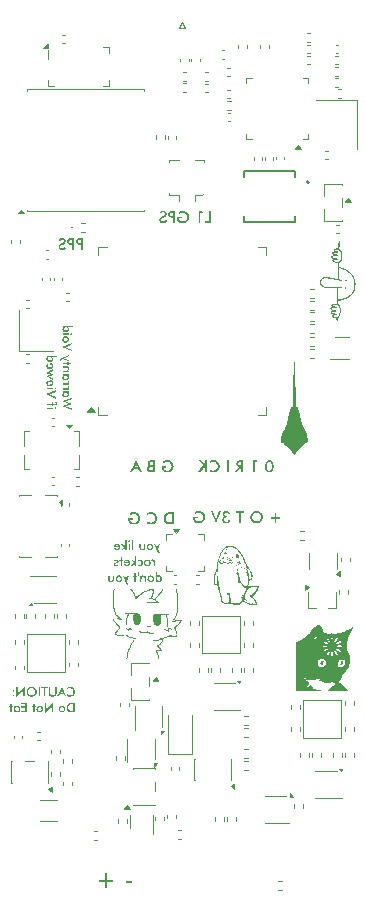
<source format=gbr>
%TF.GenerationSoftware,KiCad,Pcbnew,9.0.1*%
%TF.CreationDate,2025-10-13T19:02:50-04:00*%
%TF.ProjectId,OshTelemega,4f736854-656c-4656-9d65-67612e6b6963,rev?*%
%TF.SameCoordinates,Original*%
%TF.FileFunction,Legend,Bot*%
%TF.FilePolarity,Positive*%
%FSLAX46Y46*%
G04 Gerber Fmt 4.6, Leading zero omitted, Abs format (unit mm)*
G04 Created by KiCad (PCBNEW 9.0.1) date 2025-10-13 19:02:50*
%MOMM*%
%LPD*%
G01*
G04 APERTURE LIST*
%ADD10C,0.100000*%
%ADD11C,0.160000*%
%ADD12C,0.000000*%
%ADD13C,0.120000*%
%ADD14C,0.152400*%
G04 APERTURE END LIST*
D10*
G36*
X25680334Y-58578272D02*
G01*
X25680334Y-58449752D01*
X25276357Y-58298272D01*
X25206357Y-58273408D01*
X25150034Y-58255628D01*
X25274159Y-58215669D01*
X25284563Y-58211859D01*
X25711598Y-58051099D01*
X25276357Y-57881545D01*
X25212903Y-57858879D01*
X25148960Y-57838900D01*
X25203084Y-57824148D01*
X25273084Y-57800066D01*
X25680334Y-57649710D01*
X25680334Y-57520066D01*
X24848736Y-57830157D01*
X25305324Y-58012801D01*
X25364089Y-58034685D01*
X25417383Y-58052173D01*
X25356957Y-58070785D01*
X25303126Y-58089933D01*
X24848736Y-58269305D01*
X25680334Y-58578272D01*
G37*
G36*
X25398967Y-57103094D02*
G01*
X25314166Y-57103094D01*
X25345243Y-57119825D01*
X25370633Y-57141654D01*
X25391004Y-57168991D01*
X25405500Y-57200118D01*
X25414547Y-57235976D01*
X25417725Y-57277533D01*
X25412754Y-57327929D01*
X25398401Y-57372001D01*
X25374805Y-57411060D01*
X25341179Y-57445963D01*
X25301414Y-57473364D01*
X25255456Y-57493440D01*
X25202168Y-57506047D01*
X25140118Y-57510491D01*
X25074335Y-57506027D01*
X25019085Y-57493501D01*
X24972624Y-57473823D01*
X24933538Y-57447330D01*
X24900811Y-57413186D01*
X24877526Y-57373745D01*
X24863154Y-57327955D01*
X24858115Y-57274260D01*
X24861383Y-57244169D01*
X24964410Y-57244169D01*
X24969743Y-57287299D01*
X24984750Y-57321613D01*
X25009302Y-57349193D01*
X25041283Y-57368903D01*
X25082895Y-57381678D01*
X25136845Y-57386367D01*
X25190292Y-57381570D01*
X25232246Y-57368387D01*
X25265170Y-57347826D01*
X25290620Y-57319329D01*
X25306012Y-57284696D01*
X25311430Y-57242020D01*
X25306119Y-57199273D01*
X25291131Y-57165031D01*
X25266538Y-57137288D01*
X25234569Y-57117329D01*
X25193612Y-57104500D01*
X25141193Y-57099822D01*
X25089673Y-57104688D01*
X25047630Y-57118314D01*
X25013112Y-57140024D01*
X24985944Y-57169629D01*
X24969925Y-57203823D01*
X24964410Y-57244169D01*
X24861383Y-57244169D01*
X24863811Y-57221818D01*
X24880146Y-57177198D01*
X24907402Y-57138135D01*
X24947411Y-57103094D01*
X24880000Y-57103094D01*
X24880000Y-56984392D01*
X25398967Y-56984392D01*
X25398967Y-57103094D01*
G37*
G36*
X25316706Y-56732969D02*
G01*
X25349750Y-56717937D01*
X25374707Y-56701034D01*
X25393007Y-56682411D01*
X25406504Y-56660284D01*
X25414813Y-56634596D01*
X25417725Y-56604448D01*
X25416113Y-56579542D01*
X25411277Y-56555013D01*
X25392519Y-56507142D01*
X25293161Y-56549787D01*
X25302715Y-56565732D01*
X25309330Y-56582857D01*
X25314556Y-56622522D01*
X25308987Y-56659078D01*
X25293363Y-56686568D01*
X25267124Y-56707274D01*
X25234078Y-56720058D01*
X25183117Y-56729315D01*
X25107976Y-56732969D01*
X24880000Y-56732969D01*
X24880000Y-56851671D01*
X25398967Y-56851671D01*
X25398967Y-56732969D01*
X25316706Y-56732969D01*
G37*
G36*
X25316706Y-56321078D02*
G01*
X25349750Y-56306045D01*
X25374707Y-56289143D01*
X25393007Y-56270519D01*
X25406504Y-56248393D01*
X25414813Y-56222705D01*
X25417725Y-56192557D01*
X25416113Y-56167651D01*
X25411277Y-56143122D01*
X25392519Y-56095251D01*
X25293161Y-56137896D01*
X25302715Y-56153841D01*
X25309330Y-56170966D01*
X25314556Y-56210631D01*
X25308987Y-56247187D01*
X25293363Y-56274677D01*
X25267124Y-56295383D01*
X25234078Y-56308166D01*
X25183117Y-56317423D01*
X25107976Y-56321078D01*
X24880000Y-56321078D01*
X24880000Y-56439780D01*
X25398967Y-56439780D01*
X25398967Y-56321078D01*
X25316706Y-56321078D01*
G37*
G36*
X25398967Y-55658740D02*
G01*
X25314166Y-55658740D01*
X25345243Y-55675470D01*
X25370633Y-55697300D01*
X25391004Y-55724637D01*
X25405500Y-55755764D01*
X25414547Y-55791621D01*
X25417725Y-55833178D01*
X25412754Y-55883574D01*
X25398401Y-55927647D01*
X25374805Y-55966705D01*
X25341179Y-56001608D01*
X25301414Y-56029010D01*
X25255456Y-56049085D01*
X25202168Y-56061693D01*
X25140118Y-56066137D01*
X25074335Y-56061672D01*
X25019085Y-56049147D01*
X24972624Y-56029469D01*
X24933538Y-56002976D01*
X24900811Y-55968831D01*
X24877526Y-55929390D01*
X24863154Y-55883601D01*
X24858115Y-55829905D01*
X24861383Y-55799815D01*
X24964410Y-55799815D01*
X24969743Y-55842945D01*
X24984750Y-55877258D01*
X25009302Y-55904839D01*
X25041283Y-55924549D01*
X25082895Y-55937323D01*
X25136845Y-55942013D01*
X25190292Y-55937216D01*
X25232246Y-55924033D01*
X25265170Y-55903471D01*
X25290620Y-55874974D01*
X25306012Y-55840341D01*
X25311430Y-55797665D01*
X25306119Y-55754919D01*
X25291131Y-55720677D01*
X25266538Y-55692934D01*
X25234569Y-55672975D01*
X25193612Y-55660145D01*
X25141193Y-55655467D01*
X25089673Y-55660333D01*
X25047630Y-55673960D01*
X25013112Y-55695669D01*
X24985944Y-55725274D01*
X24969925Y-55759469D01*
X24964410Y-55799815D01*
X24861383Y-55799815D01*
X24863811Y-55777463D01*
X24880146Y-55732843D01*
X24907402Y-55693781D01*
X24947411Y-55658740D01*
X24880000Y-55658740D01*
X24880000Y-55540038D01*
X25398967Y-55540038D01*
X25398967Y-55658740D01*
G37*
G36*
X24880000Y-55376053D02*
G01*
X25398967Y-55376053D01*
X25398967Y-55264483D01*
X25315484Y-55264483D01*
X25348713Y-55238556D01*
X25374326Y-55210721D01*
X25393251Y-55180806D01*
X25406416Y-55147856D01*
X25414763Y-55109201D01*
X25417725Y-55063764D01*
X25412834Y-55008488D01*
X25399406Y-54965090D01*
X25376493Y-54928584D01*
X25344989Y-54901343D01*
X25322333Y-54889752D01*
X25295261Y-54881657D01*
X25261511Y-54877499D01*
X25195757Y-54875648D01*
X24880000Y-54875648D01*
X24880000Y-54995425D01*
X25147445Y-54995425D01*
X25216681Y-54999167D01*
X25259402Y-55008282D01*
X25283879Y-55020338D01*
X25301649Y-55039552D01*
X25313274Y-55067838D01*
X25317683Y-55108607D01*
X25313697Y-55148581D01*
X25302295Y-55182711D01*
X25283574Y-55211979D01*
X25258918Y-55233855D01*
X25238402Y-55244660D01*
X25210851Y-55252173D01*
X25177120Y-55255800D01*
X25117257Y-55257351D01*
X24880000Y-55257351D01*
X24880000Y-55376053D01*
G37*
G36*
X24880000Y-54690073D02*
G01*
X25295799Y-54690073D01*
X25295799Y-54780833D01*
X25398967Y-54780833D01*
X25398967Y-54690073D01*
X25595924Y-54690073D01*
X25595924Y-54571371D01*
X25398967Y-54571371D01*
X25398967Y-54480610D01*
X25295799Y-54480610D01*
X25295799Y-54571371D01*
X24880000Y-54571371D01*
X24880000Y-54690073D01*
G37*
G36*
X24636147Y-54289612D02*
G01*
X24636147Y-54411538D01*
X24925087Y-54269389D01*
X25398967Y-54459703D01*
X25398967Y-54328447D01*
X25130153Y-54233290D01*
X25080083Y-54218782D01*
X25028353Y-54208670D01*
X25059417Y-54198314D01*
X25115401Y-54174769D01*
X25121946Y-54172034D01*
X25398967Y-54044050D01*
X25398967Y-53915530D01*
X24636147Y-54289612D01*
G37*
G36*
X24848736Y-53249382D02*
G01*
X25680334Y-53606514D01*
X25680334Y-53471448D01*
X25253935Y-53292076D01*
X25185303Y-53265795D01*
X25125464Y-53249382D01*
X25187794Y-53231357D01*
X25253935Y-53205662D01*
X25680334Y-53026828D01*
X25680334Y-52892299D01*
X24848736Y-53249382D01*
G37*
G36*
X25193268Y-52324999D02*
G01*
X25244898Y-52340994D01*
X25292505Y-52367052D01*
X25335415Y-52403325D01*
X25371205Y-52447217D01*
X25396866Y-52496039D01*
X25412447Y-52549062D01*
X25417725Y-52606193D01*
X25412490Y-52661973D01*
X25396866Y-52715076D01*
X25371476Y-52764019D01*
X25337076Y-52806912D01*
X25294608Y-52842777D01*
X25246803Y-52868998D01*
X25194731Y-52885145D01*
X25138995Y-52890589D01*
X25083321Y-52885212D01*
X25031479Y-52869291D01*
X24983773Y-52843220D01*
X24940425Y-52806912D01*
X24905050Y-52763508D01*
X24879267Y-52714539D01*
X24863409Y-52661495D01*
X24858115Y-52606193D01*
X24858212Y-52605167D01*
X24964410Y-52605167D01*
X24970022Y-52647449D01*
X24986553Y-52684818D01*
X25014822Y-52718642D01*
X25050739Y-52744524D01*
X25091300Y-52760043D01*
X25137920Y-52765390D01*
X25184540Y-52760043D01*
X25225101Y-52744524D01*
X25261018Y-52718642D01*
X25289286Y-52684818D01*
X25305818Y-52647449D01*
X25311430Y-52605167D01*
X25305792Y-52562479D01*
X25289238Y-52525026D01*
X25261018Y-52491399D01*
X25225118Y-52465661D01*
X25184556Y-52450218D01*
X25137920Y-52444895D01*
X25091303Y-52450247D01*
X25050742Y-52465781D01*
X25014822Y-52491692D01*
X24986558Y-52525487D01*
X24970024Y-52562855D01*
X24964410Y-52605167D01*
X24858212Y-52605167D01*
X24863433Y-52550008D01*
X24879267Y-52496870D01*
X24905170Y-52447542D01*
X24941500Y-52402250D01*
X24983501Y-52366512D01*
X25030942Y-52340701D01*
X25082844Y-52324977D01*
X25138995Y-52319647D01*
X25193268Y-52324999D01*
G37*
G36*
X25624598Y-52235090D02*
G01*
X25652768Y-52229601D01*
X25677013Y-52212962D01*
X25693603Y-52188599D01*
X25699092Y-52160157D01*
X25693700Y-52130918D01*
X25677843Y-52107400D01*
X25654138Y-52091702D01*
X25624598Y-52086346D01*
X25594989Y-52091749D01*
X25570816Y-52107693D01*
X25554508Y-52131381D01*
X25549030Y-52160157D01*
X25554572Y-52188580D01*
X25571353Y-52212962D01*
X25595916Y-52229585D01*
X25624598Y-52235090D01*
G37*
G36*
X24880000Y-52219263D02*
G01*
X25398967Y-52219263D01*
X25398967Y-52100561D01*
X24880000Y-52100561D01*
X24880000Y-52219263D01*
G37*
G36*
X25727229Y-51562494D02*
G01*
X25314166Y-51562494D01*
X25345243Y-51579225D01*
X25370633Y-51601054D01*
X25391004Y-51628391D01*
X25405500Y-51659518D01*
X25414547Y-51695376D01*
X25417725Y-51736933D01*
X25412754Y-51787328D01*
X25398401Y-51831401D01*
X25374805Y-51870459D01*
X25341179Y-51905362D01*
X25301414Y-51932764D01*
X25255456Y-51952840D01*
X25202168Y-51965447D01*
X25140118Y-51969891D01*
X25074335Y-51965427D01*
X25019085Y-51952901D01*
X24972624Y-51933223D01*
X24933538Y-51906730D01*
X24900811Y-51872586D01*
X24877526Y-51833145D01*
X24863154Y-51787355D01*
X24858115Y-51733660D01*
X24861383Y-51703569D01*
X24964410Y-51703569D01*
X24969743Y-51746699D01*
X24984750Y-51781012D01*
X25009302Y-51808593D01*
X25041283Y-51828303D01*
X25082895Y-51841077D01*
X25136845Y-51845767D01*
X25190292Y-51840970D01*
X25232246Y-51827787D01*
X25265170Y-51807226D01*
X25290620Y-51778729D01*
X25306012Y-51744096D01*
X25311430Y-51701420D01*
X25306119Y-51658673D01*
X25291131Y-51624431D01*
X25266538Y-51596688D01*
X25234569Y-51576729D01*
X25193612Y-51563900D01*
X25141193Y-51559221D01*
X25089291Y-51564073D01*
X25047173Y-51577620D01*
X25012819Y-51599131D01*
X24985873Y-51628550D01*
X24969921Y-51662825D01*
X24964410Y-51703569D01*
X24861383Y-51703569D01*
X24863811Y-51681218D01*
X24880146Y-51636598D01*
X24907402Y-51597535D01*
X24947411Y-51562494D01*
X24880000Y-51562494D01*
X24880000Y-51443792D01*
X25727229Y-51443792D01*
X25727229Y-51562494D01*
G37*
G36*
X24280598Y-58503339D02*
G01*
X24308768Y-58497849D01*
X24333013Y-58481210D01*
X24349603Y-58456847D01*
X24355092Y-58428405D01*
X24349700Y-58399167D01*
X24333843Y-58375648D01*
X24310138Y-58359950D01*
X24280598Y-58354595D01*
X24250989Y-58359997D01*
X24226816Y-58375942D01*
X24210508Y-58399630D01*
X24205030Y-58428405D01*
X24210572Y-58456828D01*
X24227353Y-58481210D01*
X24251916Y-58497834D01*
X24280598Y-58503339D01*
G37*
G36*
X23536000Y-58487512D02*
G01*
X24054967Y-58487512D01*
X24054967Y-58368810D01*
X23536000Y-58368810D01*
X23536000Y-58487512D01*
G37*
G36*
X23536000Y-58183478D02*
G01*
X23951799Y-58183478D01*
X23951799Y-58274239D01*
X24054967Y-58274239D01*
X24054967Y-58183478D01*
X24193404Y-58183478D01*
X24246306Y-58180231D01*
X24288121Y-58171387D01*
X24320917Y-58157973D01*
X24346397Y-58140540D01*
X24367013Y-58117530D01*
X24382318Y-58088619D01*
X24392166Y-58052490D01*
X24395734Y-58007379D01*
X24392950Y-57968007D01*
X24384157Y-57926974D01*
X24276202Y-57926974D01*
X24288463Y-57955697D01*
X24292566Y-57984958D01*
X24289298Y-58012089D01*
X24280433Y-58031880D01*
X24266383Y-58046214D01*
X24247815Y-58055556D01*
X24219553Y-58062180D01*
X24178114Y-58064776D01*
X24054967Y-58064776D01*
X24054967Y-57940115D01*
X23951799Y-57940115D01*
X23951799Y-58064776D01*
X23536000Y-58064776D01*
X23536000Y-58183478D01*
G37*
G36*
X23504736Y-57255746D02*
G01*
X24336334Y-57612878D01*
X24336334Y-57477812D01*
X23909935Y-57298440D01*
X23841303Y-57272159D01*
X23781464Y-57255746D01*
X23843794Y-57237721D01*
X23909935Y-57212027D01*
X24336334Y-57033192D01*
X24336334Y-56898663D01*
X23504736Y-57255746D01*
G37*
G36*
X24280598Y-56838579D02*
G01*
X24308768Y-56833090D01*
X24333013Y-56816451D01*
X24349603Y-56792088D01*
X24355092Y-56763646D01*
X24349700Y-56734407D01*
X24333843Y-56710889D01*
X24310138Y-56695191D01*
X24280598Y-56689836D01*
X24250989Y-56695238D01*
X24226816Y-56711182D01*
X24210508Y-56734870D01*
X24205030Y-56763646D01*
X24210572Y-56792069D01*
X24227353Y-56816451D01*
X24251916Y-56833074D01*
X24280598Y-56838579D01*
G37*
G36*
X23536000Y-56822752D02*
G01*
X24054967Y-56822752D01*
X24054967Y-56704050D01*
X23536000Y-56704050D01*
X23536000Y-56822752D01*
G37*
G36*
X23866665Y-56040706D02*
G01*
X23920107Y-56054473D01*
X23964873Y-56076216D01*
X24002406Y-56105802D01*
X24032696Y-56142839D01*
X24054825Y-56186741D01*
X24068771Y-56238872D01*
X24073725Y-56301050D01*
X24068532Y-56359699D01*
X24053585Y-56411080D01*
X24029226Y-56456563D01*
X23994981Y-56497128D01*
X23953436Y-56530148D01*
X23906797Y-56553771D01*
X23854073Y-56568319D01*
X23793920Y-56573381D01*
X23730915Y-56568347D01*
X23676987Y-56554047D01*
X23630540Y-56531146D01*
X23590368Y-56499570D01*
X23557609Y-56460372D01*
X23533985Y-56415083D01*
X23519284Y-56362516D01*
X23514115Y-56301050D01*
X23518637Y-56244151D01*
X23531638Y-56194049D01*
X23552706Y-56149570D01*
X23581942Y-56109930D01*
X23620613Y-56073877D01*
X23670138Y-56041273D01*
X23726704Y-56141364D01*
X23692189Y-56162565D01*
X23666406Y-56184801D01*
X23647912Y-56208091D01*
X23634775Y-56234623D01*
X23626483Y-56266156D01*
X23623536Y-56303785D01*
X23628390Y-56345020D01*
X23642180Y-56378916D01*
X23664813Y-56407149D01*
X23694544Y-56428432D01*
X23732212Y-56443039D01*
X23779852Y-56450331D01*
X23779852Y-56442711D01*
X23861136Y-56442711D01*
X23897157Y-56430180D01*
X23924837Y-56413520D01*
X23945692Y-56392934D01*
X23960742Y-56367820D01*
X23970265Y-56336948D01*
X23973683Y-56298852D01*
X23970108Y-56258586D01*
X23960257Y-56226743D01*
X23944862Y-56201545D01*
X23923431Y-56181474D01*
X23896015Y-56167193D01*
X23861136Y-56158852D01*
X23861136Y-56442711D01*
X23779852Y-56442711D01*
X23779852Y-56035802D01*
X23802664Y-56035802D01*
X23866665Y-56040706D01*
G37*
G36*
X23504736Y-55416988D02*
G01*
X23774674Y-55536716D01*
X23830214Y-55559138D01*
X23878135Y-55575013D01*
X23817123Y-55596360D01*
X23779070Y-55611113D01*
X23504736Y-55734162D01*
X24054967Y-56002683D01*
X24054967Y-55876360D01*
X23804813Y-55759856D01*
X23761289Y-55745935D01*
X23700228Y-55734162D01*
X23741261Y-55727616D01*
X23793822Y-55707344D01*
X24073725Y-55580484D01*
X24073725Y-55570617D01*
X23793822Y-55441559D01*
X23745071Y-55423827D01*
X23700228Y-55416988D01*
X23756062Y-55404434D01*
X23803690Y-55386898D01*
X24054967Y-55272592D01*
X24054967Y-55147344D01*
X23504736Y-55416988D01*
G37*
G36*
X23866665Y-54579157D02*
G01*
X23920107Y-54592924D01*
X23964873Y-54614667D01*
X24002406Y-54644253D01*
X24032696Y-54681290D01*
X24054825Y-54725192D01*
X24068771Y-54777323D01*
X24073725Y-54839501D01*
X24068532Y-54898150D01*
X24053585Y-54949530D01*
X24029226Y-54995013D01*
X23994981Y-55035579D01*
X23953436Y-55068598D01*
X23906797Y-55092221D01*
X23854073Y-55106770D01*
X23793920Y-55111831D01*
X23730915Y-55106798D01*
X23676987Y-55092497D01*
X23630540Y-55069597D01*
X23590368Y-55038021D01*
X23557609Y-54998823D01*
X23533985Y-54953534D01*
X23519284Y-54900967D01*
X23514115Y-54839501D01*
X23518637Y-54782602D01*
X23531638Y-54732500D01*
X23552706Y-54688021D01*
X23581942Y-54648380D01*
X23620613Y-54612328D01*
X23670138Y-54579724D01*
X23726704Y-54679815D01*
X23692189Y-54701016D01*
X23666406Y-54723252D01*
X23647912Y-54746542D01*
X23634775Y-54773074D01*
X23626483Y-54804606D01*
X23623536Y-54842236D01*
X23628390Y-54883471D01*
X23642180Y-54917367D01*
X23664813Y-54945600D01*
X23694544Y-54966883D01*
X23732212Y-54981489D01*
X23779852Y-54988782D01*
X23779852Y-54981161D01*
X23861136Y-54981161D01*
X23897157Y-54968630D01*
X23924837Y-54951971D01*
X23945692Y-54931385D01*
X23960742Y-54906271D01*
X23970265Y-54875399D01*
X23973683Y-54837302D01*
X23970108Y-54797037D01*
X23960257Y-54765194D01*
X23944862Y-54739996D01*
X23923431Y-54719925D01*
X23896015Y-54705644D01*
X23861136Y-54697302D01*
X23861136Y-54981161D01*
X23779852Y-54981161D01*
X23779852Y-54574253D01*
X23802664Y-54574253D01*
X23866665Y-54579157D01*
G37*
G36*
X24383229Y-54082299D02*
G01*
X23970166Y-54082299D01*
X24001243Y-54099029D01*
X24026633Y-54120859D01*
X24047004Y-54148196D01*
X24061500Y-54179323D01*
X24070547Y-54215180D01*
X24073725Y-54256737D01*
X24068754Y-54307133D01*
X24054401Y-54351206D01*
X24030805Y-54390264D01*
X23997179Y-54425167D01*
X23957414Y-54452569D01*
X23911456Y-54472644D01*
X23858168Y-54485252D01*
X23796118Y-54489696D01*
X23730335Y-54485231D01*
X23675085Y-54472706D01*
X23628624Y-54453028D01*
X23589538Y-54426535D01*
X23556811Y-54392390D01*
X23533526Y-54352949D01*
X23519154Y-54307160D01*
X23514115Y-54253464D01*
X23517383Y-54223374D01*
X23620410Y-54223374D01*
X23625743Y-54266503D01*
X23640750Y-54300817D01*
X23665302Y-54328398D01*
X23697283Y-54348108D01*
X23738895Y-54360882D01*
X23792845Y-54365572D01*
X23846292Y-54360775D01*
X23888246Y-54347592D01*
X23921170Y-54327030D01*
X23946620Y-54298533D01*
X23962012Y-54263900D01*
X23967430Y-54221224D01*
X23962119Y-54178478D01*
X23947131Y-54144236D01*
X23922538Y-54116493D01*
X23890569Y-54096534D01*
X23849612Y-54083704D01*
X23797193Y-54079026D01*
X23745291Y-54083877D01*
X23703173Y-54097424D01*
X23668819Y-54118935D01*
X23641873Y-54148355D01*
X23625921Y-54182629D01*
X23620410Y-54223374D01*
X23517383Y-54223374D01*
X23519811Y-54201022D01*
X23536146Y-54156402D01*
X23563402Y-54117340D01*
X23603411Y-54082299D01*
X23536000Y-54082299D01*
X23536000Y-53963597D01*
X24383229Y-53963597D01*
X24383229Y-54082299D01*
G37*
D11*
G36*
X32981297Y-70669852D02*
G01*
X33103223Y-70669852D01*
X32961074Y-70380912D01*
X33151388Y-69907032D01*
X33020132Y-69907032D01*
X32924975Y-70175846D01*
X32910467Y-70225916D01*
X32900355Y-70277646D01*
X32889999Y-70246582D01*
X32866454Y-70190598D01*
X32863719Y-70184053D01*
X32735735Y-69907032D01*
X32607215Y-69907032D01*
X32981297Y-70669852D01*
G37*
G36*
X32352514Y-69893509D02*
G01*
X32405617Y-69909133D01*
X32454559Y-69934523D01*
X32497452Y-69968923D01*
X32533318Y-70011391D01*
X32559539Y-70059196D01*
X32575685Y-70111268D01*
X32581130Y-70167004D01*
X32575752Y-70222678D01*
X32559832Y-70274520D01*
X32533761Y-70322226D01*
X32497452Y-70365574D01*
X32454049Y-70400949D01*
X32405079Y-70426732D01*
X32352035Y-70442590D01*
X32296733Y-70447884D01*
X32240549Y-70442566D01*
X32187410Y-70426732D01*
X32138082Y-70400829D01*
X32092790Y-70364499D01*
X32057052Y-70322498D01*
X32031241Y-70275057D01*
X32015518Y-70223155D01*
X32010290Y-70168079D01*
X32135435Y-70168079D01*
X32140788Y-70214696D01*
X32156322Y-70255257D01*
X32182232Y-70291177D01*
X32216028Y-70319441D01*
X32253395Y-70335975D01*
X32295707Y-70341589D01*
X32337989Y-70335977D01*
X32375358Y-70319446D01*
X32409183Y-70291177D01*
X32435064Y-70255260D01*
X32450583Y-70214699D01*
X32455931Y-70168079D01*
X32450583Y-70121459D01*
X32435064Y-70080898D01*
X32409183Y-70044981D01*
X32375358Y-70016713D01*
X32337989Y-70000181D01*
X32295707Y-69994569D01*
X32253019Y-70000207D01*
X32215567Y-70016761D01*
X32181939Y-70044981D01*
X32156202Y-70080881D01*
X32140759Y-70121443D01*
X32135435Y-70168079D01*
X32010290Y-70168079D01*
X32010188Y-70167004D01*
X32015540Y-70112731D01*
X32031534Y-70061101D01*
X32057592Y-70013494D01*
X32093865Y-69970584D01*
X32137757Y-69934794D01*
X32186580Y-69909133D01*
X32239603Y-69893552D01*
X32296733Y-69888274D01*
X32352514Y-69893509D01*
G37*
G36*
X31769950Y-69907032D02*
G01*
X31769950Y-70200026D01*
X31765781Y-70249688D01*
X31754884Y-70284628D01*
X31738785Y-70308665D01*
X31715757Y-70325900D01*
X31683133Y-70337291D01*
X31637620Y-70341589D01*
X31592073Y-70337290D01*
X31559434Y-70325898D01*
X31536405Y-70308665D01*
X31520306Y-70284628D01*
X31509409Y-70249688D01*
X31505240Y-70200026D01*
X31505240Y-69907032D01*
X31386587Y-69907032D01*
X31386587Y-70164367D01*
X31391174Y-70240678D01*
X31403578Y-70300065D01*
X31422220Y-70345795D01*
X31446231Y-70380570D01*
X31478061Y-70408419D01*
X31518872Y-70429327D01*
X31570766Y-70442919D01*
X31636496Y-70447884D01*
X31703497Y-70442921D01*
X31756105Y-70429374D01*
X31797204Y-70408623D01*
X31829008Y-70381108D01*
X31852943Y-70346598D01*
X31871572Y-70300932D01*
X31883998Y-70241316D01*
X31888603Y-70164367D01*
X31888603Y-69907032D01*
X31769950Y-69907032D01*
G37*
G36*
X30883593Y-70426000D02*
G01*
X30883593Y-69578770D01*
X30764891Y-69578770D01*
X30764891Y-70426000D01*
X30883593Y-70426000D01*
G37*
G36*
X30606329Y-69681401D02*
G01*
X30600839Y-69653231D01*
X30584200Y-69628986D01*
X30559837Y-69612396D01*
X30531395Y-69606907D01*
X30502156Y-69612299D01*
X30478638Y-69628156D01*
X30462940Y-69651861D01*
X30457585Y-69681401D01*
X30462987Y-69711010D01*
X30478931Y-69735183D01*
X30502619Y-69751491D01*
X30531395Y-69756969D01*
X30559818Y-69751427D01*
X30584200Y-69734646D01*
X30600824Y-69710083D01*
X30606329Y-69681401D01*
G37*
G36*
X30590502Y-70426000D02*
G01*
X30590502Y-69907032D01*
X30471800Y-69907032D01*
X30471800Y-70426000D01*
X30590502Y-70426000D01*
G37*
G36*
X30302881Y-70426000D02*
G01*
X30302881Y-69578770D01*
X30184179Y-69578770D01*
X30184179Y-70122161D01*
X29967047Y-69907032D01*
X29820502Y-69907032D01*
X30055659Y-70135839D01*
X29798080Y-70426000D01*
X29951220Y-70426000D01*
X30184179Y-70158309D01*
X30184179Y-70426000D01*
X30302881Y-70426000D01*
G37*
G36*
X29549863Y-69893467D02*
G01*
X29601243Y-69908414D01*
X29646726Y-69932773D01*
X29687292Y-69967018D01*
X29720311Y-70008563D01*
X29743934Y-70055202D01*
X29758483Y-70107926D01*
X29763544Y-70168079D01*
X29758511Y-70231084D01*
X29744210Y-70285012D01*
X29721310Y-70331459D01*
X29689734Y-70371631D01*
X29650535Y-70404390D01*
X29605246Y-70428014D01*
X29552680Y-70442715D01*
X29491213Y-70447884D01*
X29434315Y-70443362D01*
X29384213Y-70430361D01*
X29339734Y-70409293D01*
X29300093Y-70380057D01*
X29264041Y-70341386D01*
X29231437Y-70291861D01*
X29331527Y-70235295D01*
X29352729Y-70269810D01*
X29374965Y-70295593D01*
X29398255Y-70314087D01*
X29424787Y-70327224D01*
X29456319Y-70335516D01*
X29493949Y-70338463D01*
X29535184Y-70333609D01*
X29569080Y-70319819D01*
X29597312Y-70297186D01*
X29618596Y-70267455D01*
X29633202Y-70229787D01*
X29640495Y-70182147D01*
X29225966Y-70182147D01*
X29225966Y-70159335D01*
X29230446Y-70100863D01*
X29349015Y-70100863D01*
X29632874Y-70100863D01*
X29620343Y-70064842D01*
X29603683Y-70037162D01*
X29583098Y-70016307D01*
X29557983Y-70001257D01*
X29527112Y-69991734D01*
X29489015Y-69988316D01*
X29448750Y-69991891D01*
X29416907Y-70001742D01*
X29391709Y-70017137D01*
X29371638Y-70038568D01*
X29357357Y-70065984D01*
X29349015Y-70100863D01*
X29230446Y-70100863D01*
X29230870Y-70095334D01*
X29244637Y-70041892D01*
X29266380Y-69997126D01*
X29295966Y-69959593D01*
X29333003Y-69929303D01*
X29376904Y-69907174D01*
X29429036Y-69893228D01*
X29491213Y-69888274D01*
X29549863Y-69893467D01*
G37*
G36*
X32596126Y-71333293D02*
G01*
X32581094Y-71300249D01*
X32564191Y-71275292D01*
X32545567Y-71256992D01*
X32523441Y-71243495D01*
X32497753Y-71235186D01*
X32467605Y-71232274D01*
X32442699Y-71233886D01*
X32418170Y-71238722D01*
X32370299Y-71257480D01*
X32412944Y-71356838D01*
X32428889Y-71347284D01*
X32446014Y-71340669D01*
X32485679Y-71335443D01*
X32522235Y-71341012D01*
X32549725Y-71356636D01*
X32570431Y-71382875D01*
X32583214Y-71415921D01*
X32592472Y-71466882D01*
X32596126Y-71542023D01*
X32596126Y-71770000D01*
X32714828Y-71770000D01*
X32714828Y-71251032D01*
X32596126Y-71251032D01*
X32596126Y-71333293D01*
G37*
G36*
X32112569Y-71237509D02*
G01*
X32165672Y-71253133D01*
X32214614Y-71278523D01*
X32257507Y-71312923D01*
X32293373Y-71355391D01*
X32319594Y-71403196D01*
X32335741Y-71455268D01*
X32341185Y-71511004D01*
X32335808Y-71566678D01*
X32319887Y-71618520D01*
X32293816Y-71666226D01*
X32257507Y-71709574D01*
X32214104Y-71744949D01*
X32165135Y-71770732D01*
X32112091Y-71786590D01*
X32056789Y-71791884D01*
X32000604Y-71786566D01*
X31947466Y-71770732D01*
X31898138Y-71744829D01*
X31852846Y-71708499D01*
X31817108Y-71666498D01*
X31791297Y-71619057D01*
X31775573Y-71567155D01*
X31770345Y-71512079D01*
X31895491Y-71512079D01*
X31900843Y-71558696D01*
X31916377Y-71599257D01*
X31942288Y-71635177D01*
X31976083Y-71663441D01*
X32013451Y-71679975D01*
X32055763Y-71685589D01*
X32098045Y-71679977D01*
X32135414Y-71663446D01*
X32169238Y-71635177D01*
X32195120Y-71599260D01*
X32210638Y-71558699D01*
X32215986Y-71512079D01*
X32210638Y-71465459D01*
X32195120Y-71424898D01*
X32169238Y-71388981D01*
X32135414Y-71360713D01*
X32098045Y-71344181D01*
X32055763Y-71338569D01*
X32013074Y-71344207D01*
X31975622Y-71360761D01*
X31941995Y-71388981D01*
X31916257Y-71424881D01*
X31900814Y-71465443D01*
X31895491Y-71512079D01*
X31770345Y-71512079D01*
X31770243Y-71511004D01*
X31775595Y-71456731D01*
X31791590Y-71405101D01*
X31817648Y-71357494D01*
X31853921Y-71314584D01*
X31897813Y-71278794D01*
X31946635Y-71253133D01*
X31999658Y-71237552D01*
X32056789Y-71232274D01*
X32112569Y-71237509D01*
G37*
G36*
X31257626Y-71397969D02*
G01*
X31287352Y-71371058D01*
X31321373Y-71351514D01*
X31358881Y-71339517D01*
X31399824Y-71335443D01*
X31446247Y-71340989D01*
X31484451Y-71356767D01*
X31516328Y-71382728D01*
X31540070Y-71416607D01*
X31554809Y-71457741D01*
X31560048Y-71508122D01*
X31554687Y-71560679D01*
X31539775Y-71602523D01*
X31516035Y-71636008D01*
X31483961Y-71661246D01*
X31444157Y-71676880D01*
X31394353Y-71682463D01*
X31352788Y-71678254D01*
X31317221Y-71666196D01*
X31285772Y-71646047D01*
X31257626Y-71616810D01*
X31257626Y-71754368D01*
X31291523Y-71770745D01*
X31327919Y-71782505D01*
X31366089Y-71789488D01*
X31407493Y-71791884D01*
X31467339Y-71786710D01*
X31519538Y-71771856D01*
X31565504Y-71747736D01*
X31606258Y-71713970D01*
X31639457Y-71672782D01*
X31663262Y-71626168D01*
X31677966Y-71573076D01*
X31683097Y-71512079D01*
X31677775Y-71450340D01*
X31662548Y-71396926D01*
X31637912Y-71350301D01*
X31603523Y-71309357D01*
X31561559Y-71276192D01*
X31513706Y-71252293D01*
X31458833Y-71237465D01*
X31395428Y-71232274D01*
X31355902Y-71234279D01*
X31321080Y-71239993D01*
X31288131Y-71249764D01*
X31257626Y-71263538D01*
X31257626Y-71397969D01*
G37*
G36*
X31136824Y-71770000D02*
G01*
X31136824Y-70922770D01*
X31018122Y-70922770D01*
X31018122Y-71466161D01*
X30800990Y-71251032D01*
X30654444Y-71251032D01*
X30889601Y-71479839D01*
X30632022Y-71770000D01*
X30785163Y-71770000D01*
X31018122Y-71502309D01*
X31018122Y-71770000D01*
X31136824Y-71770000D01*
G37*
G36*
X30383805Y-71237467D02*
G01*
X30435186Y-71252414D01*
X30480669Y-71276773D01*
X30521234Y-71311018D01*
X30554254Y-71352563D01*
X30577877Y-71399202D01*
X30592425Y-71451926D01*
X30597487Y-71512079D01*
X30592453Y-71575084D01*
X30578153Y-71629012D01*
X30555252Y-71675459D01*
X30523676Y-71715631D01*
X30484478Y-71748390D01*
X30439189Y-71772014D01*
X30386622Y-71786715D01*
X30325156Y-71791884D01*
X30268257Y-71787362D01*
X30218155Y-71774361D01*
X30173676Y-71753293D01*
X30134036Y-71724057D01*
X30097983Y-71685386D01*
X30065379Y-71635861D01*
X30165470Y-71579295D01*
X30186671Y-71613810D01*
X30208907Y-71639593D01*
X30232197Y-71658087D01*
X30258729Y-71671224D01*
X30290262Y-71679516D01*
X30327891Y-71682463D01*
X30369126Y-71677609D01*
X30403022Y-71663819D01*
X30431255Y-71641186D01*
X30452538Y-71611455D01*
X30467145Y-71573787D01*
X30474437Y-71526147D01*
X30059908Y-71526147D01*
X30059908Y-71503335D01*
X30064388Y-71444863D01*
X30182958Y-71444863D01*
X30466817Y-71444863D01*
X30454286Y-71408842D01*
X30437626Y-71381162D01*
X30417040Y-71360307D01*
X30391926Y-71345257D01*
X30361054Y-71335734D01*
X30322958Y-71332316D01*
X30282692Y-71335891D01*
X30250849Y-71345742D01*
X30225651Y-71361137D01*
X30205580Y-71382568D01*
X30191299Y-71409984D01*
X30182958Y-71444863D01*
X30064388Y-71444863D01*
X30064812Y-71439334D01*
X30078579Y-71385892D01*
X30100322Y-71341126D01*
X30129908Y-71303593D01*
X30166945Y-71273303D01*
X30210847Y-71251174D01*
X30262978Y-71237228D01*
X30325156Y-71232274D01*
X30383805Y-71237467D01*
G37*
G36*
X29909210Y-71770000D02*
G01*
X29909210Y-71354200D01*
X29999971Y-71354200D01*
X29999971Y-71251032D01*
X29909210Y-71251032D01*
X29909210Y-71054075D01*
X29790508Y-71054075D01*
X29790508Y-71251032D01*
X29699748Y-71251032D01*
X29699748Y-71354200D01*
X29790508Y-71354200D01*
X29790508Y-71770000D01*
X29909210Y-71770000D01*
G37*
G36*
X29657493Y-71675868D02*
G01*
X29559064Y-71623063D01*
X29549441Y-71647027D01*
X29536004Y-71666187D01*
X29518617Y-71681290D01*
X29486120Y-71695892D01*
X29442560Y-71701221D01*
X29405674Y-71696294D01*
X29379985Y-71683049D01*
X29367429Y-71669520D01*
X29359903Y-71653236D01*
X29357270Y-71633321D01*
X29361092Y-71615696D01*
X29373454Y-71598286D01*
X29397490Y-71580273D01*
X29438212Y-71561612D01*
X29480320Y-71545296D01*
X29535026Y-71519573D01*
X29572413Y-71496249D01*
X29596530Y-71475150D01*
X29614860Y-71449751D01*
X29625828Y-71421192D01*
X29629601Y-71388492D01*
X29626110Y-71354920D01*
X29615993Y-71325457D01*
X29599249Y-71299205D01*
X29575184Y-71275603D01*
X29536715Y-71252296D01*
X29489434Y-71237561D01*
X29431080Y-71232274D01*
X29391501Y-71234957D01*
X29357434Y-71242562D01*
X29328010Y-71254647D01*
X29301670Y-71271929D01*
X29281001Y-71293085D01*
X29265386Y-71318492D01*
X29349601Y-71376085D01*
X29362283Y-71354286D01*
X29382134Y-71337299D01*
X29406848Y-71326630D01*
X29436014Y-71322937D01*
X29467485Y-71327244D01*
X29490431Y-71339057D01*
X29505782Y-71357727D01*
X29510948Y-71381898D01*
X29506949Y-71398426D01*
X29493520Y-71415708D01*
X29466381Y-71434687D01*
X29419064Y-71455561D01*
X29374221Y-71472463D01*
X29327582Y-71494075D01*
X29294344Y-71515543D01*
X29271687Y-71536748D01*
X29254736Y-71562137D01*
X29244382Y-71591570D01*
X29240766Y-71626140D01*
X29244497Y-71663893D01*
X29255158Y-71696074D01*
X29272514Y-71723822D01*
X29297089Y-71747871D01*
X29336937Y-71771287D01*
X29387743Y-71786381D01*
X29452427Y-71791884D01*
X29502449Y-71788389D01*
X29544073Y-71778618D01*
X29578750Y-71763307D01*
X29609377Y-71741303D01*
X29635546Y-71712487D01*
X29657493Y-71675868D01*
G37*
G36*
X32884186Y-72679833D02*
G01*
X32900916Y-72648756D01*
X32922746Y-72623366D01*
X32950083Y-72602995D01*
X32981210Y-72588499D01*
X33017067Y-72579452D01*
X33058624Y-72576274D01*
X33109020Y-72581245D01*
X33153093Y-72595598D01*
X33192151Y-72619194D01*
X33227054Y-72652820D01*
X33254456Y-72692585D01*
X33274532Y-72738543D01*
X33287139Y-72791831D01*
X33291583Y-72853881D01*
X33287118Y-72919664D01*
X33274593Y-72974914D01*
X33254915Y-73021375D01*
X33228422Y-73060461D01*
X33194277Y-73093188D01*
X33154836Y-73116473D01*
X33109047Y-73130845D01*
X33055352Y-73135884D01*
X33002910Y-73130188D01*
X32958289Y-73113853D01*
X32919227Y-73086597D01*
X32884186Y-73046588D01*
X32884186Y-73114000D01*
X32765484Y-73114000D01*
X32765484Y-72852806D01*
X32880913Y-72852806D01*
X32885765Y-72904708D01*
X32899312Y-72946826D01*
X32920823Y-72981180D01*
X32950242Y-73008126D01*
X32984517Y-73024078D01*
X33025261Y-73029589D01*
X33068391Y-73024256D01*
X33102704Y-73009249D01*
X33130285Y-72984697D01*
X33149995Y-72952716D01*
X33162769Y-72911104D01*
X33167459Y-72857154D01*
X33162662Y-72803707D01*
X33149479Y-72761753D01*
X33128917Y-72728829D01*
X33100420Y-72703379D01*
X33065787Y-72687987D01*
X33023111Y-72682569D01*
X32980365Y-72687880D01*
X32946123Y-72702868D01*
X32918380Y-72727461D01*
X32898421Y-72759430D01*
X32885592Y-72800387D01*
X32880913Y-72852806D01*
X32765484Y-72852806D01*
X32765484Y-72266770D01*
X32884186Y-72266770D01*
X32884186Y-72679833D01*
G37*
G36*
X32411132Y-72581509D02*
G01*
X32464235Y-72597133D01*
X32513177Y-72622523D01*
X32556070Y-72656923D01*
X32591936Y-72699391D01*
X32618157Y-72747196D01*
X32634303Y-72799268D01*
X32639748Y-72855004D01*
X32634370Y-72910678D01*
X32618450Y-72962520D01*
X32592379Y-73010226D01*
X32556070Y-73053574D01*
X32512667Y-73088949D01*
X32463698Y-73114732D01*
X32410654Y-73130590D01*
X32355352Y-73135884D01*
X32299167Y-73130566D01*
X32246028Y-73114732D01*
X32196700Y-73088829D01*
X32151409Y-73052499D01*
X32115670Y-73010498D01*
X32089860Y-72963057D01*
X32074136Y-72911155D01*
X32068908Y-72856079D01*
X32194054Y-72856079D01*
X32199406Y-72902696D01*
X32214940Y-72943257D01*
X32240850Y-72979177D01*
X32274646Y-73007441D01*
X32312014Y-73023975D01*
X32354326Y-73029589D01*
X32396607Y-73023977D01*
X32433976Y-73007446D01*
X32467801Y-72979177D01*
X32493683Y-72943260D01*
X32509201Y-72902699D01*
X32514549Y-72856079D01*
X32509201Y-72809459D01*
X32493683Y-72768898D01*
X32467801Y-72732981D01*
X32433976Y-72704713D01*
X32396607Y-72688181D01*
X32354326Y-72682569D01*
X32311637Y-72688207D01*
X32274185Y-72704761D01*
X32240557Y-72732981D01*
X32214820Y-72768881D01*
X32199377Y-72809443D01*
X32194054Y-72856079D01*
X32068908Y-72856079D01*
X32068806Y-72855004D01*
X32074158Y-72800731D01*
X32090153Y-72749101D01*
X32116211Y-72701494D01*
X32152483Y-72658584D01*
X32196376Y-72622794D01*
X32245198Y-72597133D01*
X32298221Y-72581552D01*
X32355352Y-72576274D01*
X32411132Y-72581509D01*
G37*
G36*
X31943412Y-73114000D02*
G01*
X31943412Y-72595032D01*
X31831841Y-72595032D01*
X31831841Y-72678515D01*
X31805914Y-72645286D01*
X31778079Y-72619673D01*
X31748164Y-72600748D01*
X31715214Y-72587583D01*
X31676559Y-72579236D01*
X31631123Y-72576274D01*
X31575846Y-72581165D01*
X31532448Y-72594593D01*
X31495942Y-72617506D01*
X31468701Y-72649010D01*
X31457110Y-72671666D01*
X31449015Y-72698738D01*
X31444857Y-72732488D01*
X31443007Y-72798242D01*
X31443007Y-73114000D01*
X31562783Y-73114000D01*
X31562783Y-72846554D01*
X31566525Y-72777318D01*
X31575641Y-72734597D01*
X31587696Y-72710120D01*
X31606910Y-72692350D01*
X31635197Y-72680725D01*
X31675966Y-72676316D01*
X31715939Y-72680302D01*
X31750069Y-72691704D01*
X31779338Y-72710425D01*
X31801213Y-72735081D01*
X31812018Y-72755597D01*
X31819532Y-72783148D01*
X31823159Y-72816879D01*
X31824709Y-72876742D01*
X31824709Y-73114000D01*
X31943412Y-73114000D01*
G37*
G36*
X31320299Y-72329296D02*
G01*
X31230613Y-72329296D01*
X31230613Y-72632548D01*
X31320299Y-72632548D01*
X31320299Y-72329296D01*
G37*
G36*
X31075324Y-73114000D02*
G01*
X31075324Y-72698200D01*
X31166084Y-72698200D01*
X31166084Y-72595032D01*
X31075324Y-72595032D01*
X31075324Y-72398075D01*
X30956622Y-72398075D01*
X30956622Y-72595032D01*
X30865861Y-72595032D01*
X30865861Y-72698200D01*
X30956622Y-72698200D01*
X30956622Y-73114000D01*
X31075324Y-73114000D01*
G37*
G36*
X30337222Y-73357852D02*
G01*
X30459148Y-73357852D01*
X30316998Y-73068912D01*
X30507312Y-72595032D01*
X30376056Y-72595032D01*
X30280899Y-72863846D01*
X30266391Y-72913916D01*
X30256280Y-72965646D01*
X30245924Y-72934582D01*
X30222379Y-72878598D01*
X30219643Y-72872053D01*
X30091660Y-72595032D01*
X29963139Y-72595032D01*
X30337222Y-73357852D01*
G37*
G36*
X29708439Y-72581509D02*
G01*
X29761541Y-72597133D01*
X29810484Y-72622523D01*
X29853377Y-72656923D01*
X29889242Y-72699391D01*
X29915463Y-72747196D01*
X29931610Y-72799268D01*
X29937054Y-72855004D01*
X29931677Y-72910678D01*
X29915756Y-72962520D01*
X29889685Y-73010226D01*
X29853377Y-73053574D01*
X29809974Y-73088949D01*
X29761004Y-73114732D01*
X29707960Y-73130590D01*
X29652658Y-73135884D01*
X29596474Y-73130566D01*
X29543335Y-73114732D01*
X29494007Y-73088829D01*
X29448715Y-73052499D01*
X29412977Y-73010498D01*
X29387166Y-72963057D01*
X29371442Y-72911155D01*
X29366214Y-72856079D01*
X29491360Y-72856079D01*
X29496712Y-72902696D01*
X29512246Y-72943257D01*
X29538157Y-72979177D01*
X29571952Y-73007441D01*
X29609320Y-73023975D01*
X29651632Y-73029589D01*
X29693914Y-73023977D01*
X29731283Y-73007446D01*
X29765107Y-72979177D01*
X29790989Y-72943260D01*
X29806508Y-72902699D01*
X29811855Y-72856079D01*
X29806508Y-72809459D01*
X29790989Y-72768898D01*
X29765107Y-72732981D01*
X29731283Y-72704713D01*
X29693914Y-72688181D01*
X29651632Y-72682569D01*
X29608944Y-72688207D01*
X29571492Y-72704761D01*
X29537864Y-72732981D01*
X29512126Y-72768881D01*
X29496684Y-72809443D01*
X29491360Y-72856079D01*
X29366214Y-72856079D01*
X29366112Y-72855004D01*
X29371464Y-72800731D01*
X29387459Y-72749101D01*
X29413517Y-72701494D01*
X29449790Y-72658584D01*
X29493682Y-72622794D01*
X29542504Y-72597133D01*
X29595527Y-72581552D01*
X29652658Y-72576274D01*
X29708439Y-72581509D01*
G37*
G36*
X29125875Y-72595032D02*
G01*
X29125875Y-72888026D01*
X29121706Y-72937688D01*
X29110809Y-72972628D01*
X29094709Y-72996665D01*
X29071682Y-73013900D01*
X29039057Y-73025291D01*
X28993544Y-73029589D01*
X28947997Y-73025290D01*
X28915358Y-73013898D01*
X28892330Y-72996665D01*
X28876231Y-72972628D01*
X28865334Y-72937688D01*
X28861164Y-72888026D01*
X28861164Y-72595032D01*
X28742511Y-72595032D01*
X28742511Y-72852367D01*
X28747099Y-72928678D01*
X28759503Y-72988065D01*
X28778144Y-73033795D01*
X28802155Y-73068570D01*
X28833985Y-73096419D01*
X28874797Y-73117327D01*
X28926690Y-73130919D01*
X28992421Y-73135884D01*
X29059421Y-73130921D01*
X29112030Y-73117374D01*
X29153129Y-73096623D01*
X29184933Y-73069108D01*
X29208868Y-73034598D01*
X29227496Y-72988932D01*
X29239923Y-72929316D01*
X29244528Y-72852367D01*
X29244528Y-72595032D01*
X29125875Y-72595032D01*
G37*
D10*
G36*
X34289400Y-68230000D02*
G01*
X34069948Y-68230000D01*
X34026229Y-68230000D01*
X33906843Y-68226994D01*
X33822517Y-68219257D01*
X33765438Y-68208506D01*
X33711167Y-68190736D01*
X33661557Y-68166723D01*
X33616084Y-68136393D01*
X33562940Y-68087828D01*
X33519244Y-68031512D01*
X33484498Y-67966584D01*
X33460140Y-67896652D01*
X33444965Y-67818389D01*
X33439679Y-67730462D01*
X33439836Y-67727836D01*
X33609245Y-67727836D01*
X33612637Y-67791086D01*
X33622299Y-67846618D01*
X33637638Y-67895448D01*
X33659887Y-67941213D01*
X33688156Y-67981187D01*
X33722696Y-68015982D01*
X33767694Y-68046145D01*
X33820820Y-68066479D01*
X33884282Y-68077083D01*
X33990020Y-68081500D01*
X34126735Y-68081500D01*
X34126735Y-67374173D01*
X34067933Y-67374173D01*
X34009132Y-67374173D01*
X33891671Y-67378649D01*
X33824240Y-67389193D01*
X33768649Y-67409638D01*
X33722696Y-67439691D01*
X33688156Y-67474486D01*
X33659887Y-67514459D01*
X33637638Y-67560225D01*
X33622299Y-67609055D01*
X33612637Y-67664587D01*
X33609245Y-67727836D01*
X33439836Y-67727836D01*
X33444950Y-67642536D01*
X33460113Y-67563928D01*
X33484498Y-67493363D01*
X33519321Y-67427800D01*
X33563010Y-67371390D01*
X33616023Y-67323187D01*
X33661616Y-67293026D01*
X33712340Y-67269000D01*
X33768858Y-67251135D01*
X33828937Y-67240586D01*
X33925160Y-67232718D01*
X34069948Y-67229581D01*
X34289400Y-67229581D01*
X34289400Y-68230000D01*
G37*
G36*
X32028566Y-67472175D02*
G01*
X32100449Y-67420207D01*
X32174501Y-67384003D01*
X32253067Y-67362029D01*
X32336190Y-67354633D01*
X32416670Y-67361625D01*
X32486788Y-67381694D01*
X32548465Y-67414277D01*
X32603087Y-67459902D01*
X32647504Y-67515465D01*
X32679386Y-67578394D01*
X32699094Y-67650111D01*
X32705974Y-67732538D01*
X32699335Y-67812169D01*
X32680235Y-67882168D01*
X32649204Y-67944263D01*
X32605834Y-67999740D01*
X32552440Y-68045806D01*
X32493407Y-68078313D01*
X32427562Y-68098110D01*
X32353226Y-68104947D01*
X32294598Y-68101417D01*
X32238368Y-68090948D01*
X32184088Y-68073562D01*
X32132228Y-68049558D01*
X32080915Y-68018098D01*
X32029910Y-67978551D01*
X32029910Y-68163565D01*
X32098473Y-68204839D01*
X32172792Y-68234091D01*
X32252127Y-68251377D01*
X32340281Y-68257355D01*
X32416134Y-68253041D01*
X32486648Y-68240424D01*
X32552528Y-68219802D01*
X32614975Y-68190706D01*
X32671890Y-68153891D01*
X32723804Y-68109038D01*
X32768709Y-68058491D01*
X32806117Y-68002305D01*
X32836277Y-67939900D01*
X32857982Y-67873951D01*
X32871100Y-67804992D01*
X32875540Y-67732416D01*
X32871084Y-67659849D01*
X32857937Y-67591141D01*
X32836216Y-67525664D01*
X32806042Y-67463714D01*
X32768216Y-67407259D01*
X32722399Y-67355793D01*
X32670119Y-67310459D01*
X32613327Y-67273357D01*
X32551551Y-67244113D01*
X32486311Y-67223208D01*
X32417025Y-67210473D01*
X32343029Y-67206133D01*
X32256350Y-67212517D01*
X32174868Y-67231352D01*
X32096839Y-67262679D01*
X32019652Y-67307739D01*
X32028566Y-67472175D01*
G37*
G36*
X30851011Y-67718066D02*
G01*
X30454543Y-67718066D01*
X30453872Y-67746765D01*
X30451796Y-67812405D01*
X30457239Y-67897750D01*
X30472701Y-67971676D01*
X30497267Y-68035888D01*
X30530572Y-68091804D01*
X30572818Y-68140484D01*
X30622719Y-68180917D01*
X30680443Y-68213055D01*
X30747165Y-68236924D01*
X30824392Y-68252023D01*
X30913903Y-68257355D01*
X30995326Y-68253071D01*
X31068119Y-68240772D01*
X31133355Y-68221085D01*
X31195030Y-68192750D01*
X31251122Y-68156377D01*
X31302188Y-68111603D01*
X31345737Y-68060638D01*
X31382022Y-68004028D01*
X31411243Y-67941182D01*
X31432163Y-67874998D01*
X31444854Y-67805387D01*
X31449161Y-67731744D01*
X31444727Y-67656755D01*
X31431765Y-67587190D01*
X31410571Y-67522306D01*
X31380724Y-67461050D01*
X31342689Y-67404872D01*
X31296021Y-67353290D01*
X31244602Y-67309300D01*
X31187606Y-67272883D01*
X31124440Y-67243808D01*
X31057904Y-67223025D01*
X30987924Y-67210414D01*
X30913903Y-67206133D01*
X30836009Y-67211186D01*
X30765859Y-67225787D01*
X30702328Y-67249426D01*
X30643359Y-67282698D01*
X30587997Y-67326527D01*
X30535876Y-67381988D01*
X30654822Y-67471870D01*
X30690697Y-67435074D01*
X30728677Y-67405886D01*
X30769006Y-67383637D01*
X30812245Y-67367752D01*
X30859405Y-67357993D01*
X30911155Y-67354633D01*
X30990957Y-67361563D01*
X31060654Y-67381473D01*
X31122120Y-67413829D01*
X31176708Y-67459169D01*
X31221112Y-67514410D01*
X31252993Y-67577079D01*
X31272709Y-67648611D01*
X31279596Y-67730950D01*
X31272687Y-67814748D01*
X31252929Y-67887435D01*
X31221036Y-67950990D01*
X31176708Y-68006884D01*
X31122049Y-68052796D01*
X31060351Y-68085563D01*
X30990227Y-68105736D01*
X30909751Y-68112763D01*
X30839681Y-68108124D01*
X30780945Y-68095130D01*
X30731679Y-68074762D01*
X30690360Y-68047428D01*
X30655507Y-68011979D01*
X30630835Y-67971266D01*
X30615672Y-67924240D01*
X30610370Y-67869314D01*
X30610370Y-67854842D01*
X30851011Y-67854842D01*
X30851011Y-67718066D01*
G37*
G36*
X33681157Y-63318066D02*
G01*
X33284690Y-63318066D01*
X33284018Y-63346765D01*
X33281942Y-63412405D01*
X33287386Y-63497750D01*
X33302848Y-63571676D01*
X33327414Y-63635888D01*
X33360718Y-63691804D01*
X33402964Y-63740484D01*
X33452865Y-63780917D01*
X33510590Y-63813055D01*
X33577312Y-63836924D01*
X33654538Y-63852023D01*
X33744050Y-63857355D01*
X33825473Y-63853071D01*
X33898266Y-63840772D01*
X33963502Y-63821085D01*
X34025176Y-63792750D01*
X34081268Y-63756377D01*
X34132335Y-63711603D01*
X34175884Y-63660638D01*
X34212168Y-63604028D01*
X34241389Y-63541182D01*
X34262309Y-63474998D01*
X34275001Y-63405387D01*
X34279308Y-63331744D01*
X34274874Y-63256755D01*
X34261911Y-63187190D01*
X34240717Y-63122306D01*
X34210871Y-63061050D01*
X34172836Y-63004872D01*
X34126168Y-62953290D01*
X34074748Y-62909300D01*
X34017753Y-62872883D01*
X33954587Y-62843808D01*
X33888051Y-62823025D01*
X33818071Y-62810414D01*
X33744050Y-62806133D01*
X33666156Y-62811186D01*
X33596005Y-62825787D01*
X33532474Y-62849426D01*
X33473506Y-62882698D01*
X33418144Y-62926527D01*
X33366023Y-62981988D01*
X33484969Y-63071870D01*
X33520844Y-63035074D01*
X33558823Y-63005886D01*
X33599153Y-62983637D01*
X33642392Y-62967752D01*
X33689551Y-62957993D01*
X33741302Y-62954633D01*
X33821103Y-62961563D01*
X33890801Y-62981473D01*
X33952267Y-63013829D01*
X34006855Y-63059169D01*
X34051259Y-63114410D01*
X34083139Y-63177079D01*
X34102856Y-63248611D01*
X34109742Y-63330950D01*
X34102834Y-63414748D01*
X34083076Y-63487435D01*
X34051182Y-63550990D01*
X34006855Y-63606884D01*
X33952196Y-63652796D01*
X33890497Y-63685563D01*
X33820373Y-63705736D01*
X33739898Y-63712763D01*
X33669827Y-63708124D01*
X33611092Y-63695130D01*
X33561825Y-63674762D01*
X33520506Y-63647428D01*
X33485654Y-63611979D01*
X33460982Y-63571266D01*
X33445819Y-63524240D01*
X33440517Y-63469314D01*
X33440517Y-63454842D01*
X33681157Y-63454842D01*
X33681157Y-63318066D01*
G37*
G36*
X32688982Y-63830000D02*
G01*
X32435396Y-63830000D01*
X32302161Y-63824831D01*
X32231026Y-63813025D01*
X32174606Y-63789638D01*
X32129116Y-63754590D01*
X32094852Y-63712811D01*
X32068971Y-63662144D01*
X32053127Y-63606513D01*
X32047783Y-63547288D01*
X32048764Y-63536664D01*
X32215944Y-63536664D01*
X32220128Y-63575307D01*
X32232370Y-63609876D01*
X32252256Y-63639787D01*
X32278837Y-63662693D01*
X32306311Y-63676551D01*
X32345820Y-63686446D01*
X32393613Y-63691229D01*
X32473682Y-63693224D01*
X32529735Y-63693224D01*
X32529735Y-63376685D01*
X32473682Y-63376685D01*
X32424467Y-63376685D01*
X32345515Y-63382119D01*
X32316887Y-63389228D01*
X32292514Y-63399033D01*
X32259744Y-63422718D01*
X32235789Y-63453988D01*
X32221106Y-63491447D01*
X32215944Y-63536664D01*
X32048764Y-63536664D01*
X32053780Y-63482373D01*
X32070755Y-63427924D01*
X32098036Y-63381875D01*
X32135407Y-63344137D01*
X32180731Y-63317888D01*
X32235789Y-63302679D01*
X32191586Y-63284319D01*
X32156257Y-63259292D01*
X32128444Y-63227391D01*
X32108445Y-63189786D01*
X32095929Y-63145477D01*
X32093427Y-63115772D01*
X32254901Y-63115772D01*
X32260900Y-63163746D01*
X32277186Y-63198529D01*
X32303139Y-63223545D01*
X32337213Y-63239548D01*
X32389768Y-63251019D01*
X32467514Y-63255540D01*
X32529735Y-63255540D01*
X32529735Y-62966357D01*
X32467514Y-62966357D01*
X32384476Y-62971239D01*
X32331372Y-62983336D01*
X32299353Y-62999757D01*
X32275924Y-63025418D01*
X32260661Y-63062670D01*
X32254901Y-63115772D01*
X32093427Y-63115772D01*
X32091503Y-63092936D01*
X32098063Y-63027792D01*
X32117148Y-62969898D01*
X32148265Y-62919161D01*
X32189261Y-62879773D01*
X32228447Y-62857142D01*
X32277127Y-62841304D01*
X32335771Y-62833062D01*
X32436740Y-62829581D01*
X32688982Y-62829581D01*
X32688982Y-63830000D01*
G37*
G36*
X31596972Y-63830000D02*
G01*
X31426063Y-63830000D01*
X31309864Y-63572079D01*
X30913397Y-63572079D01*
X30799885Y-63830000D01*
X30628305Y-63830000D01*
X30812090Y-63435303D01*
X30970794Y-63435303D01*
X31249720Y-63435303D01*
X31147199Y-63207913D01*
X31128392Y-63155828D01*
X31110929Y-63094829D01*
X31091817Y-63157843D01*
X31073315Y-63207913D01*
X30970794Y-63435303D01*
X30812090Y-63435303D01*
X31112333Y-62790502D01*
X31596972Y-63830000D01*
G37*
G36*
X25265561Y-82213740D02*
G01*
X25323068Y-82172166D01*
X25382309Y-82143203D01*
X25445162Y-82125623D01*
X25511660Y-82119706D01*
X25576044Y-82125300D01*
X25632138Y-82141355D01*
X25681480Y-82167421D01*
X25725177Y-82203921D01*
X25760711Y-82248372D01*
X25786217Y-82298715D01*
X25801984Y-82356088D01*
X25807487Y-82422030D01*
X25802176Y-82485735D01*
X25786896Y-82541734D01*
X25762072Y-82591411D01*
X25727376Y-82635792D01*
X25684660Y-82672644D01*
X25637434Y-82698650D01*
X25584758Y-82714488D01*
X25525289Y-82719958D01*
X25478387Y-82717134D01*
X25433402Y-82708758D01*
X25389979Y-82694849D01*
X25348490Y-82675647D01*
X25307440Y-82650478D01*
X25266636Y-82618841D01*
X25266636Y-82766852D01*
X25321487Y-82799871D01*
X25380942Y-82823272D01*
X25444410Y-82837101D01*
X25514933Y-82841884D01*
X25575616Y-82838432D01*
X25632027Y-82828339D01*
X25684731Y-82811842D01*
X25734688Y-82788565D01*
X25780220Y-82759113D01*
X25821751Y-82723230D01*
X25857676Y-82682793D01*
X25887602Y-82637844D01*
X25911730Y-82587920D01*
X25929094Y-82535161D01*
X25939588Y-82479993D01*
X25943140Y-82421933D01*
X25939575Y-82363879D01*
X25929058Y-82308913D01*
X25911681Y-82256531D01*
X25887542Y-82206971D01*
X25857281Y-82161807D01*
X25820628Y-82120635D01*
X25778803Y-82084367D01*
X25733370Y-82054686D01*
X25683949Y-82031290D01*
X25631757Y-82014566D01*
X25576328Y-82004378D01*
X25517131Y-82000907D01*
X25447788Y-82006013D01*
X25382602Y-82021081D01*
X25320179Y-82046143D01*
X25258429Y-82082191D01*
X25265561Y-82213740D01*
G37*
G36*
X25213489Y-82820000D02*
G01*
X25076762Y-82820000D01*
X24983803Y-82613663D01*
X24666629Y-82613663D01*
X24575819Y-82820000D01*
X24438555Y-82820000D01*
X24585584Y-82504242D01*
X24712547Y-82504242D01*
X24935687Y-82504242D01*
X24853670Y-82322330D01*
X24838625Y-82280662D01*
X24824654Y-82231863D01*
X24809364Y-82282274D01*
X24794563Y-82322330D01*
X24712547Y-82504242D01*
X24585584Y-82504242D01*
X24825778Y-81988401D01*
X25213489Y-82820000D01*
G37*
G36*
X24376371Y-82019665D02*
G01*
X24247850Y-82019665D01*
X24247850Y-82505952D01*
X24244174Y-82560712D01*
X24234049Y-82604857D01*
X24218458Y-82640323D01*
X24197829Y-82668667D01*
X24171179Y-82691498D01*
X24138325Y-82708388D01*
X24097938Y-82719192D01*
X24048255Y-82723084D01*
X23998867Y-82719200D01*
X23958661Y-82708407D01*
X23925897Y-82691519D01*
X23899267Y-82668667D01*
X23878616Y-82640320D01*
X23863010Y-82604852D01*
X23852876Y-82560708D01*
X23849197Y-82505952D01*
X23849197Y-82019665D01*
X23719064Y-82019665D01*
X23719064Y-82517969D01*
X23722931Y-82584686D01*
X23733758Y-82640889D01*
X23750656Y-82688181D01*
X23773123Y-82727924D01*
X23801081Y-82761186D01*
X23834734Y-82788593D01*
X23875034Y-82810694D01*
X23923087Y-82827360D01*
X23980285Y-82838059D01*
X24048255Y-82841884D01*
X24116270Y-82838065D01*
X24173417Y-82827389D01*
X24221344Y-82810773D01*
X24261463Y-82788758D01*
X24294891Y-82761479D01*
X24322619Y-82728351D01*
X24344932Y-82688667D01*
X24361737Y-82641339D01*
X24372517Y-82584982D01*
X24376371Y-82517969D01*
X24376371Y-82019665D01*
G37*
G36*
X23291444Y-82129085D02*
G01*
X23291444Y-82820000D01*
X23421577Y-82820000D01*
X23421577Y-82129085D01*
X23634312Y-82129085D01*
X23634312Y-82019665D01*
X23079783Y-82019665D01*
X23079783Y-82129085D01*
X23291444Y-82129085D01*
G37*
G36*
X22978129Y-82820000D02*
G01*
X22978129Y-82019665D01*
X22847997Y-82019665D01*
X22847997Y-82820000D01*
X22978129Y-82820000D01*
G37*
G36*
X22325614Y-82004427D02*
G01*
X22380331Y-82014847D01*
X22432882Y-82032121D01*
X22482736Y-82056035D01*
X22528915Y-82086218D01*
X22571758Y-82122979D01*
X22609593Y-82165248D01*
X22640464Y-82210588D01*
X22664766Y-82259316D01*
X22682302Y-82310864D01*
X22692888Y-82364725D01*
X22696468Y-82421395D01*
X22692874Y-82478416D01*
X22682274Y-82532268D01*
X22664766Y-82583475D01*
X22640473Y-82631803D01*
X22609605Y-82676769D01*
X22571758Y-82718688D01*
X22529608Y-82755133D01*
X22483541Y-82785455D01*
X22433175Y-82809888D01*
X22380058Y-82827638D01*
X22325239Y-82838297D01*
X22268262Y-82841884D01*
X22211998Y-82838326D01*
X22157829Y-82827751D01*
X22105303Y-82810132D01*
X22055409Y-82785929D01*
X22009028Y-82755550D01*
X21965840Y-82718688D01*
X21928006Y-82676759D01*
X21897048Y-82631618D01*
X21872588Y-82582937D01*
X21854872Y-82531381D01*
X21844197Y-82477698D01*
X21840593Y-82421395D01*
X21840659Y-82420369D01*
X21976196Y-82420369D01*
X21981772Y-82479331D01*
X21998374Y-82535115D01*
X22025313Y-82586599D01*
X22062072Y-82632323D01*
X22107103Y-82670177D01*
X22156936Y-82697536D01*
X22210994Y-82714324D01*
X22268213Y-82719958D01*
X22326448Y-82714305D01*
X22380907Y-82697536D01*
X22430889Y-82670133D01*
X22475526Y-82632323D01*
X22512209Y-82586640D01*
X22538932Y-82535408D01*
X22555293Y-82479811D01*
X22560816Y-82420369D01*
X22555292Y-82360385D01*
X22538932Y-82304256D01*
X22512151Y-82252668D01*
X22475526Y-82207341D01*
X22430848Y-82169557D01*
X22380662Y-82142177D01*
X22326021Y-82125353D01*
X22268213Y-82119706D01*
X22210467Y-82125423D01*
X22155861Y-82142470D01*
X22105786Y-82170015D01*
X22062072Y-82207341D01*
X22025331Y-82253111D01*
X21998374Y-82304842D01*
X21981779Y-82360907D01*
X21976196Y-82420369D01*
X21840659Y-82420369D01*
X21844186Y-82365478D01*
X21854850Y-82311903D01*
X21872588Y-82260195D01*
X21897023Y-82211245D01*
X21927978Y-82165609D01*
X21965840Y-82122979D01*
X22008704Y-82086199D01*
X22054804Y-82056019D01*
X22104473Y-82032121D01*
X22156828Y-82014840D01*
X22211269Y-82004424D01*
X22268262Y-82000907D01*
X22325614Y-82004427D01*
G37*
G36*
X21691507Y-82820000D02*
G01*
X21691507Y-81988401D01*
X21182944Y-82477229D01*
X21140837Y-82521535D01*
X21095945Y-82574535D01*
X21095945Y-82019665D01*
X20975680Y-82019665D01*
X20975680Y-82851263D01*
X21494647Y-82353154D01*
X21534849Y-82310509D01*
X21571730Y-82263468D01*
X21571730Y-82820000D01*
X21691507Y-82820000D01*
G37*
G36*
X20787320Y-82383342D02*
G01*
X20782092Y-82356778D01*
X20766266Y-82334103D01*
X20743108Y-82318682D01*
X20715708Y-82313538D01*
X20687812Y-82318599D01*
X20664856Y-82333565D01*
X20649289Y-82355928D01*
X20644047Y-82383342D01*
X20649272Y-82410849D01*
X20664856Y-82433656D01*
X20687854Y-82449041D01*
X20715708Y-82454221D01*
X20743528Y-82449045D01*
X20766559Y-82433656D01*
X20782106Y-82410853D01*
X20787320Y-82383342D01*
G37*
G36*
X20787320Y-82759574D02*
G01*
X20782109Y-82732917D01*
X20766266Y-82709797D01*
X20743066Y-82693956D01*
X20715708Y-82688695D01*
X20687854Y-82693875D01*
X20664856Y-82709260D01*
X20649272Y-82732067D01*
X20644047Y-82759574D01*
X20649255Y-82786576D01*
X20664856Y-82809106D01*
X20687831Y-82824263D01*
X20715708Y-82829378D01*
X20743551Y-82824267D01*
X20766559Y-82809106D01*
X20782122Y-82786580D01*
X20787320Y-82759574D01*
G37*
G36*
X25908115Y-84164000D02*
G01*
X25732554Y-84164000D01*
X25697578Y-84164000D01*
X25602069Y-84161595D01*
X25534609Y-84155406D01*
X25488946Y-84146805D01*
X25445529Y-84132589D01*
X25405841Y-84113379D01*
X25369462Y-84089115D01*
X25326947Y-84050262D01*
X25291990Y-84005209D01*
X25264193Y-83953267D01*
X25244707Y-83897322D01*
X25232567Y-83834711D01*
X25228339Y-83764369D01*
X25228465Y-83762269D01*
X25363991Y-83762269D01*
X25366705Y-83812869D01*
X25374434Y-83857294D01*
X25386706Y-83896358D01*
X25404505Y-83932970D01*
X25427120Y-83964949D01*
X25454752Y-83992785D01*
X25490750Y-84016916D01*
X25533251Y-84033183D01*
X25584021Y-84041666D01*
X25668611Y-84045200D01*
X25777983Y-84045200D01*
X25777983Y-83479338D01*
X25730942Y-83479338D01*
X25683900Y-83479338D01*
X25589932Y-83482919D01*
X25535987Y-83491355D01*
X25491514Y-83507710D01*
X25454752Y-83531752D01*
X25427120Y-83559589D01*
X25404505Y-83591567D01*
X25386706Y-83628180D01*
X25374434Y-83667244D01*
X25366705Y-83711669D01*
X25363991Y-83762269D01*
X25228465Y-83762269D01*
X25232555Y-83694029D01*
X25244686Y-83631142D01*
X25264193Y-83574690D01*
X25292052Y-83522240D01*
X25327003Y-83477112D01*
X25369413Y-83438549D01*
X25405888Y-83414421D01*
X25446467Y-83395200D01*
X25491681Y-83380908D01*
X25539745Y-83372469D01*
X25616723Y-83366174D01*
X25732554Y-83363665D01*
X25908115Y-83363665D01*
X25908115Y-84164000D01*
G37*
G36*
X24899144Y-83631509D02*
G01*
X24952247Y-83647133D01*
X25001189Y-83672523D01*
X25044082Y-83706923D01*
X25079947Y-83749391D01*
X25106168Y-83797196D01*
X25122315Y-83849268D01*
X25127759Y-83905004D01*
X25122382Y-83960678D01*
X25106461Y-84012520D01*
X25080390Y-84060226D01*
X25044082Y-84103574D01*
X25000679Y-84138949D01*
X24951709Y-84164732D01*
X24898665Y-84180590D01*
X24843363Y-84185884D01*
X24787179Y-84180566D01*
X24734040Y-84164732D01*
X24684712Y-84138829D01*
X24639420Y-84102499D01*
X24603682Y-84060498D01*
X24577871Y-84013057D01*
X24562147Y-83961155D01*
X24556919Y-83906079D01*
X24682065Y-83906079D01*
X24687418Y-83952696D01*
X24702951Y-83993257D01*
X24728862Y-84029177D01*
X24762657Y-84057441D01*
X24800025Y-84073975D01*
X24842337Y-84079589D01*
X24884619Y-84073977D01*
X24921988Y-84057446D01*
X24955812Y-84029177D01*
X24981694Y-83993260D01*
X24997213Y-83952699D01*
X25002561Y-83906079D01*
X24997213Y-83859459D01*
X24981694Y-83818898D01*
X24955812Y-83782981D01*
X24921988Y-83754713D01*
X24884619Y-83738181D01*
X24842337Y-83732569D01*
X24799649Y-83738207D01*
X24762197Y-83754761D01*
X24728569Y-83782981D01*
X24702832Y-83818881D01*
X24687389Y-83859443D01*
X24682065Y-83906079D01*
X24556919Y-83906079D01*
X24556817Y-83905004D01*
X24562169Y-83850731D01*
X24578164Y-83799101D01*
X24604222Y-83751494D01*
X24640495Y-83708584D01*
X24684387Y-83672794D01*
X24733210Y-83647133D01*
X24786233Y-83631552D01*
X24843363Y-83626274D01*
X24899144Y-83631509D01*
G37*
G36*
X24083914Y-84164000D02*
G01*
X24083914Y-83332401D01*
X23575352Y-83821229D01*
X23533244Y-83865535D01*
X23488353Y-83918535D01*
X23488353Y-83363665D01*
X23368087Y-83363665D01*
X23368087Y-84195263D01*
X23887055Y-83697154D01*
X23927257Y-83654509D01*
X23964138Y-83607468D01*
X23964138Y-84164000D01*
X24083914Y-84164000D01*
G37*
G36*
X23003819Y-83631509D02*
G01*
X23056922Y-83647133D01*
X23105864Y-83672523D01*
X23148757Y-83706923D01*
X23184623Y-83749391D01*
X23210844Y-83797196D01*
X23226991Y-83849268D01*
X23232435Y-83905004D01*
X23227057Y-83960678D01*
X23211137Y-84012520D01*
X23185066Y-84060226D01*
X23148757Y-84103574D01*
X23105354Y-84138949D01*
X23056385Y-84164732D01*
X23003341Y-84180590D01*
X22948039Y-84185884D01*
X22891854Y-84180566D01*
X22838715Y-84164732D01*
X22789387Y-84138829D01*
X22744096Y-84102499D01*
X22708358Y-84060498D01*
X22682547Y-84013057D01*
X22666823Y-83961155D01*
X22661595Y-83906079D01*
X22786741Y-83906079D01*
X22792093Y-83952696D01*
X22807627Y-83993257D01*
X22833538Y-84029177D01*
X22867333Y-84057441D01*
X22904701Y-84073975D01*
X22947013Y-84079589D01*
X22989294Y-84073977D01*
X23026664Y-84057446D01*
X23060488Y-84029177D01*
X23086370Y-83993260D01*
X23101888Y-83952699D01*
X23107236Y-83906079D01*
X23101888Y-83859459D01*
X23086370Y-83818898D01*
X23060488Y-83782981D01*
X23026664Y-83754713D01*
X22989294Y-83738181D01*
X22947013Y-83732569D01*
X22904324Y-83738207D01*
X22866872Y-83754761D01*
X22833244Y-83782981D01*
X22807507Y-83818881D01*
X22792064Y-83859443D01*
X22786741Y-83906079D01*
X22661595Y-83906079D01*
X22661493Y-83905004D01*
X22666845Y-83850731D01*
X22682840Y-83799101D01*
X22708898Y-83751494D01*
X22745170Y-83708584D01*
X22789063Y-83672794D01*
X22837885Y-83647133D01*
X22890908Y-83631552D01*
X22948039Y-83626274D01*
X23003819Y-83631509D01*
G37*
G36*
X22508206Y-84164000D02*
G01*
X22508206Y-83748200D01*
X22598967Y-83748200D01*
X22598967Y-83645032D01*
X22508206Y-83645032D01*
X22508206Y-83448075D01*
X22389504Y-83448075D01*
X22389504Y-83645032D01*
X22298743Y-83645032D01*
X22298743Y-83748200D01*
X22389504Y-83748200D01*
X22389504Y-84164000D01*
X22508206Y-84164000D01*
G37*
G36*
X21849385Y-84164000D02*
G01*
X21849385Y-83363665D01*
X21402616Y-83363665D01*
X21402616Y-83473085D01*
X21719253Y-83473085D01*
X21719253Y-83673169D01*
X21402616Y-83673169D01*
X21402616Y-83788842D01*
X21719253Y-83788842D01*
X21719253Y-84048326D01*
X21402616Y-84048326D01*
X21402616Y-84164000D01*
X21849385Y-84164000D01*
G37*
G36*
X21119377Y-83631245D02*
G01*
X21163449Y-83645598D01*
X21202508Y-83669194D01*
X21237411Y-83702820D01*
X21264812Y-83742585D01*
X21284888Y-83788543D01*
X21297495Y-83841831D01*
X21301939Y-83903881D01*
X21297475Y-83969664D01*
X21284949Y-84024914D01*
X21265271Y-84071375D01*
X21238778Y-84110461D01*
X21204634Y-84143188D01*
X21165193Y-84166473D01*
X21119403Y-84180845D01*
X21065708Y-84185884D01*
X21013266Y-84180188D01*
X20968646Y-84163853D01*
X20929583Y-84136597D01*
X20894542Y-84096588D01*
X20894542Y-84164000D01*
X20775840Y-84164000D01*
X20775840Y-83902806D01*
X20891270Y-83902806D01*
X20896136Y-83954326D01*
X20909762Y-83996369D01*
X20931472Y-84030887D01*
X20961077Y-84058055D01*
X20995271Y-84074074D01*
X21035617Y-84079589D01*
X21078747Y-84074256D01*
X21113061Y-84059249D01*
X21140642Y-84034697D01*
X21160351Y-84002716D01*
X21173126Y-83961104D01*
X21177815Y-83907154D01*
X21173018Y-83853707D01*
X21159835Y-83811753D01*
X21139274Y-83778829D01*
X21110777Y-83753379D01*
X21076144Y-83737987D01*
X21033468Y-83732569D01*
X20990721Y-83737880D01*
X20956479Y-83752868D01*
X20928736Y-83777461D01*
X20908777Y-83809430D01*
X20895948Y-83850387D01*
X20891270Y-83902806D01*
X20775840Y-83902806D01*
X20775840Y-83645032D01*
X20894542Y-83645032D01*
X20894542Y-83729833D01*
X20911273Y-83698756D01*
X20933102Y-83673366D01*
X20960439Y-83652995D01*
X20991566Y-83638499D01*
X21027424Y-83629452D01*
X21068981Y-83626274D01*
X21119377Y-83631245D01*
G37*
G36*
X20583963Y-84164000D02*
G01*
X20583963Y-83748200D01*
X20674724Y-83748200D01*
X20674724Y-83645032D01*
X20583963Y-83645032D01*
X20583963Y-83448075D01*
X20465261Y-83448075D01*
X20465261Y-83645032D01*
X20374501Y-83645032D01*
X20374501Y-83748200D01*
X20465261Y-83748200D01*
X20465261Y-84164000D01*
X20583963Y-84164000D01*
G37*
G36*
X42981280Y-67297620D02*
G01*
X42865081Y-67297620D01*
X42865081Y-67657145D01*
X42513677Y-67657145D01*
X42513677Y-67770474D01*
X42865081Y-67770474D01*
X42865081Y-68130000D01*
X42981280Y-68130000D01*
X42981280Y-67770474D01*
X43332623Y-67770474D01*
X43332623Y-67657145D01*
X42981280Y-67657145D01*
X42981280Y-67297620D01*
G37*
G36*
X41384058Y-67110534D02*
G01*
X41452455Y-67123559D01*
X41518143Y-67145151D01*
X41580461Y-67175044D01*
X41638184Y-67212773D01*
X41691738Y-67258724D01*
X41739032Y-67311560D01*
X41777620Y-67368235D01*
X41807998Y-67429145D01*
X41829919Y-67493581D01*
X41843151Y-67560907D01*
X41847626Y-67631744D01*
X41843133Y-67703021D01*
X41829884Y-67770336D01*
X41807998Y-67834344D01*
X41777632Y-67894754D01*
X41739047Y-67950962D01*
X41691738Y-68003360D01*
X41639050Y-68048916D01*
X41581467Y-68086819D01*
X41518509Y-68117360D01*
X41452113Y-68139548D01*
X41383589Y-68152871D01*
X41312368Y-68157355D01*
X41242038Y-68152908D01*
X41174327Y-68139689D01*
X41108670Y-68117665D01*
X41046303Y-68087411D01*
X40988326Y-68049437D01*
X40934341Y-68003360D01*
X40887048Y-67950949D01*
X40848351Y-67894522D01*
X40817776Y-67833672D01*
X40795630Y-67769227D01*
X40782287Y-67702122D01*
X40777782Y-67631744D01*
X40777864Y-67630462D01*
X40947286Y-67630462D01*
X40954255Y-67704164D01*
X40975008Y-67773893D01*
X41008682Y-67838249D01*
X41054631Y-67895404D01*
X41110919Y-67942721D01*
X41173211Y-67976920D01*
X41240783Y-67997905D01*
X41312307Y-68004947D01*
X41385101Y-67997881D01*
X41453174Y-67976920D01*
X41515652Y-67942667D01*
X41571449Y-67895404D01*
X41617302Y-67838300D01*
X41650706Y-67774260D01*
X41671157Y-67704764D01*
X41678061Y-67630462D01*
X41671156Y-67555482D01*
X41650706Y-67485321D01*
X41617230Y-67420835D01*
X41571449Y-67364176D01*
X41515601Y-67316946D01*
X41452869Y-67282721D01*
X41384568Y-67261691D01*
X41312307Y-67254633D01*
X41240125Y-67261779D01*
X41171867Y-67283087D01*
X41109273Y-67317519D01*
X41054631Y-67364176D01*
X41008705Y-67421389D01*
X40975008Y-67486053D01*
X40954264Y-67556134D01*
X40947286Y-67630462D01*
X40777864Y-67630462D01*
X40782273Y-67561848D01*
X40795603Y-67494879D01*
X40817776Y-67430244D01*
X40848319Y-67369056D01*
X40887013Y-67312012D01*
X40934341Y-67258724D01*
X40987921Y-67212748D01*
X41045546Y-67175024D01*
X41107632Y-67145151D01*
X41173075Y-67123550D01*
X41241127Y-67110530D01*
X41312368Y-67106133D01*
X41384058Y-67110534D01*
G37*
G36*
X39846056Y-67266357D02*
G01*
X39846056Y-68130000D01*
X40008722Y-68130000D01*
X40008722Y-67266357D01*
X40274641Y-67266357D01*
X40274641Y-67129581D01*
X39581480Y-67129581D01*
X39581480Y-67266357D01*
X39846056Y-67266357D01*
G37*
G36*
X39085728Y-67864263D02*
G01*
X38929840Y-67864263D01*
X38929840Y-67872506D01*
X38924339Y-67916691D01*
X38908655Y-67952996D01*
X38882701Y-67983271D01*
X38849015Y-68005454D01*
X38807134Y-68019452D01*
X38754840Y-68024487D01*
X38695893Y-68018798D01*
X38650055Y-68003173D01*
X38614401Y-67978691D01*
X38587659Y-67945103D01*
X38570883Y-67902089D01*
X38564819Y-67846800D01*
X38571121Y-67788806D01*
X38588409Y-67744545D01*
X38615744Y-67710757D01*
X38652440Y-67686625D01*
X38701850Y-67670829D01*
X38767846Y-67664961D01*
X38782928Y-67665694D01*
X38798621Y-67666366D01*
X38798621Y-67534658D01*
X38783966Y-67535329D01*
X38769251Y-67536001D01*
X38711018Y-67531161D01*
X38667469Y-67518179D01*
X38635222Y-67498510D01*
X38610780Y-67470556D01*
X38595581Y-67434556D01*
X38590098Y-67387990D01*
X38594911Y-67346596D01*
X38608525Y-67312861D01*
X38630765Y-67285041D01*
X38659972Y-67264313D01*
X38695719Y-67251415D01*
X38739819Y-67246817D01*
X38787335Y-67251265D01*
X38824771Y-67263532D01*
X38854308Y-67282782D01*
X38877064Y-67309235D01*
X38891605Y-67342218D01*
X38897722Y-67383593D01*
X39044695Y-67383593D01*
X39036075Y-67320342D01*
X39018426Y-67267573D01*
X38992413Y-67223423D01*
X38957867Y-67186550D01*
X38916363Y-67157796D01*
X38866634Y-67136397D01*
X38807069Y-67122739D01*
X38735667Y-67117857D01*
X38667134Y-67122862D01*
X38609136Y-67136975D01*
X38559889Y-67159326D01*
X38517986Y-67189726D01*
X38483245Y-67228247D01*
X38458399Y-67272635D01*
X38443023Y-67324049D01*
X38437630Y-67384143D01*
X38443101Y-67444268D01*
X38458506Y-67494151D01*
X38483120Y-67535818D01*
X38516945Y-67569767D01*
X38558418Y-67593501D01*
X38609271Y-67607320D01*
X38549316Y-67624913D01*
X38501890Y-67652764D01*
X38464680Y-67690912D01*
X38438116Y-67737634D01*
X38421195Y-67795393D01*
X38415098Y-67866950D01*
X38421284Y-67932068D01*
X38438987Y-67987991D01*
X38467782Y-68036544D01*
X38508399Y-68078953D01*
X38556770Y-68111952D01*
X38613833Y-68136369D01*
X38681231Y-68151852D01*
X38761007Y-68157355D01*
X38832611Y-68151926D01*
X38894151Y-68136499D01*
X38947329Y-68111837D01*
X38993465Y-68077976D01*
X39031836Y-68035466D01*
X39059868Y-67986547D01*
X39077991Y-67930037D01*
X39085728Y-67864263D01*
G37*
G36*
X37872147Y-68169078D02*
G01*
X38318561Y-67129581D01*
X38149729Y-67129581D01*
X37925514Y-67662580D01*
X37892663Y-67748370D01*
X37872147Y-67823169D01*
X37849615Y-67745256D01*
X37817497Y-67662580D01*
X37593954Y-67129581D01*
X37425793Y-67129581D01*
X37872147Y-68169078D01*
G37*
G36*
X36348987Y-67618066D02*
G01*
X35952520Y-67618066D01*
X35951848Y-67646765D01*
X35949772Y-67712405D01*
X35955216Y-67797750D01*
X35970678Y-67871676D01*
X35995244Y-67935888D01*
X36028548Y-67991804D01*
X36070795Y-68040484D01*
X36120695Y-68080917D01*
X36178420Y-68113055D01*
X36245142Y-68136924D01*
X36322368Y-68152023D01*
X36411880Y-68157355D01*
X36493303Y-68153071D01*
X36566096Y-68140772D01*
X36631332Y-68121085D01*
X36693006Y-68092750D01*
X36749098Y-68056377D01*
X36800165Y-68011603D01*
X36843714Y-67960638D01*
X36879998Y-67904028D01*
X36909219Y-67841182D01*
X36930139Y-67774998D01*
X36942831Y-67705387D01*
X36947138Y-67631744D01*
X36942704Y-67556755D01*
X36929741Y-67487190D01*
X36908547Y-67422306D01*
X36878701Y-67361050D01*
X36840666Y-67304872D01*
X36793998Y-67253290D01*
X36742578Y-67209300D01*
X36685583Y-67172883D01*
X36622417Y-67143808D01*
X36555881Y-67123025D01*
X36485901Y-67110414D01*
X36411880Y-67106133D01*
X36333986Y-67111186D01*
X36263835Y-67125787D01*
X36200304Y-67149426D01*
X36141336Y-67182698D01*
X36085974Y-67226527D01*
X36033853Y-67281988D01*
X36152799Y-67371870D01*
X36188674Y-67335074D01*
X36226653Y-67305886D01*
X36266983Y-67283637D01*
X36310222Y-67267752D01*
X36357381Y-67257993D01*
X36409132Y-67254633D01*
X36488933Y-67261563D01*
X36558631Y-67281473D01*
X36620097Y-67313829D01*
X36674685Y-67359169D01*
X36719089Y-67414410D01*
X36750969Y-67477079D01*
X36770686Y-67548611D01*
X36777572Y-67630950D01*
X36770664Y-67714748D01*
X36750906Y-67787435D01*
X36719012Y-67850990D01*
X36674685Y-67906884D01*
X36620026Y-67952796D01*
X36558327Y-67985563D01*
X36488203Y-68005736D01*
X36407728Y-68012763D01*
X36337657Y-68008124D01*
X36278922Y-67995130D01*
X36229655Y-67974762D01*
X36188336Y-67947428D01*
X36153484Y-67911979D01*
X36128812Y-67871266D01*
X36113649Y-67824240D01*
X36108347Y-67769314D01*
X36108347Y-67754842D01*
X36348987Y-67754842D01*
X36348987Y-67618066D01*
G37*
G36*
X30764907Y-98458817D02*
G01*
X30216368Y-98458817D01*
X30216368Y-98663981D01*
X30764907Y-98663981D01*
X30764907Y-98458817D01*
G37*
G36*
X28645123Y-97796430D02*
G01*
X28470825Y-97796430D01*
X28470825Y-98335718D01*
X27943719Y-98335718D01*
X27943719Y-98505711D01*
X28470825Y-98505711D01*
X28470825Y-99045000D01*
X28645123Y-99045000D01*
X28645123Y-98505711D01*
X29172138Y-98505711D01*
X29172138Y-98335718D01*
X28645123Y-98335718D01*
X28645123Y-97796430D01*
G37*
G36*
X37465883Y-42730000D02*
G01*
X37465883Y-41729581D01*
X37303218Y-41729581D01*
X37303218Y-42585408D01*
X36939540Y-42585408D01*
X36939540Y-42730000D01*
X37465883Y-42730000D01*
G37*
G36*
X36553392Y-42730000D02*
G01*
X36553392Y-41866357D01*
X36760571Y-41866357D01*
X36697678Y-41737397D01*
X36405076Y-41737397D01*
X36405076Y-42730000D01*
X36553392Y-42730000D01*
G37*
G36*
X34986879Y-42218066D02*
G01*
X34590412Y-42218066D01*
X34589741Y-42246765D01*
X34587665Y-42312405D01*
X34593108Y-42397750D01*
X34608570Y-42471676D01*
X34633136Y-42535888D01*
X34666441Y-42591804D01*
X34708687Y-42640484D01*
X34758588Y-42680917D01*
X34816312Y-42713055D01*
X34883034Y-42736924D01*
X34960261Y-42752023D01*
X35049772Y-42757355D01*
X35131195Y-42753071D01*
X35203988Y-42740772D01*
X35269224Y-42721085D01*
X35330899Y-42692750D01*
X35386991Y-42656377D01*
X35438057Y-42611603D01*
X35481606Y-42560638D01*
X35517891Y-42504028D01*
X35547111Y-42441182D01*
X35568032Y-42374998D01*
X35580723Y-42305387D01*
X35585030Y-42231744D01*
X35580596Y-42156755D01*
X35567634Y-42087190D01*
X35546440Y-42022306D01*
X35516593Y-41961050D01*
X35478558Y-41904872D01*
X35431890Y-41853290D01*
X35380471Y-41809300D01*
X35323475Y-41772883D01*
X35260309Y-41743808D01*
X35193773Y-41723025D01*
X35123793Y-41710414D01*
X35049772Y-41706133D01*
X34971878Y-41711186D01*
X34901728Y-41725787D01*
X34838197Y-41749426D01*
X34779228Y-41782698D01*
X34723866Y-41826527D01*
X34671745Y-41881988D01*
X34790691Y-41971870D01*
X34826566Y-41935074D01*
X34864545Y-41905886D01*
X34904875Y-41883637D01*
X34948114Y-41867752D01*
X34995273Y-41857993D01*
X35047024Y-41854633D01*
X35126826Y-41861563D01*
X35196523Y-41881473D01*
X35257989Y-41913829D01*
X35312577Y-41959169D01*
X35356981Y-42014410D01*
X35388862Y-42077079D01*
X35408578Y-42148611D01*
X35415465Y-42230950D01*
X35408556Y-42314748D01*
X35388798Y-42387435D01*
X35356904Y-42450990D01*
X35312577Y-42506884D01*
X35257918Y-42552796D01*
X35196220Y-42585563D01*
X35126096Y-42605736D01*
X35045620Y-42612763D01*
X34975549Y-42608124D01*
X34916814Y-42595130D01*
X34867548Y-42574762D01*
X34826229Y-42547428D01*
X34791376Y-42511979D01*
X34766704Y-42471266D01*
X34751541Y-42424240D01*
X34746239Y-42369314D01*
X34746239Y-42354842D01*
X34986879Y-42354842D01*
X34986879Y-42218066D01*
G37*
G36*
X34416756Y-42730000D02*
G01*
X34264348Y-42730000D01*
X34264348Y-42280593D01*
X34202799Y-42280593D01*
X34170681Y-42280593D01*
X34068538Y-42277139D01*
X34009725Y-42268991D01*
X33960753Y-42253181D01*
X33919782Y-42230095D01*
X33891069Y-42204917D01*
X33866497Y-42173765D01*
X33845960Y-42135818D01*
X33826074Y-42073619D01*
X33820301Y-42015101D01*
X33986766Y-42015101D01*
X33992487Y-42062199D01*
X34007811Y-42095416D01*
X34031890Y-42118476D01*
X34064258Y-42132569D01*
X34120823Y-42143310D01*
X34212385Y-42147725D01*
X34254090Y-42147725D01*
X34254090Y-41870265D01*
X34212385Y-41870265D01*
X34125552Y-41875025D01*
X34069362Y-41886862D01*
X34035004Y-41902932D01*
X34009231Y-41928378D01*
X33992856Y-41964491D01*
X33986766Y-42015101D01*
X33820301Y-42015101D01*
X33819277Y-42004720D01*
X33826098Y-41935968D01*
X33845960Y-41874661D01*
X33878182Y-41821099D01*
X33919782Y-41780811D01*
X33960750Y-41757607D01*
X34009725Y-41741549D01*
X34068536Y-41733144D01*
X34170681Y-41729581D01*
X34416756Y-41729581D01*
X34416756Y-42730000D01*
G37*
G36*
X33729762Y-42531980D02*
G01*
X33599824Y-42472079D01*
X33583588Y-42514034D01*
X33561075Y-42547490D01*
X33532169Y-42573806D01*
X33497743Y-42592701D01*
X33456364Y-42604611D01*
X33406384Y-42608855D01*
X33359642Y-42603989D01*
X33321910Y-42590359D01*
X33291223Y-42568494D01*
X33267830Y-42539108D01*
X33253529Y-42503620D01*
X33248481Y-42460233D01*
X33255781Y-42421721D01*
X33278992Y-42383546D01*
X33322788Y-42344066D01*
X33394782Y-42302758D01*
X33426229Y-42287676D01*
X33535640Y-42228643D01*
X33605631Y-42180469D01*
X33646719Y-42141313D01*
X33676975Y-42095028D01*
X33695355Y-42042233D01*
X33701735Y-41981151D01*
X33696253Y-41921139D01*
X33680503Y-41868916D01*
X33654839Y-41822977D01*
X33618692Y-41782276D01*
X33575140Y-41749695D01*
X33525196Y-41726053D01*
X33467655Y-41711310D01*
X33400950Y-41706133D01*
X33328131Y-41711335D01*
X33267048Y-41725937D01*
X33215691Y-41748937D01*
X33170834Y-41781850D01*
X33136749Y-41822461D01*
X33112438Y-41871852D01*
X33239627Y-41936699D01*
X33272377Y-41895080D01*
X33305634Y-41868433D01*
X33343598Y-41852363D01*
X33387944Y-41846817D01*
X33430449Y-41850984D01*
X33464619Y-41862600D01*
X33492235Y-41881072D01*
X33513463Y-41906117D01*
X33526314Y-41936177D01*
X33530826Y-41972786D01*
X33525755Y-42003652D01*
X33509717Y-42034984D01*
X33480032Y-42067964D01*
X33432401Y-42103269D01*
X33361260Y-42141130D01*
X33340744Y-42150717D01*
X33243263Y-42201171D01*
X33177962Y-42245503D01*
X33137045Y-42284439D01*
X33106724Y-42330657D01*
X33088157Y-42384358D01*
X33081663Y-42447533D01*
X33087713Y-42517529D01*
X33104934Y-42577366D01*
X33132663Y-42628930D01*
X33171239Y-42673579D01*
X33218191Y-42709184D01*
X33273080Y-42735208D01*
X33337431Y-42751569D01*
X33413223Y-42757355D01*
X33496647Y-42750275D01*
X33565550Y-42730430D01*
X33622722Y-42698981D01*
X33659646Y-42667075D01*
X33689610Y-42629163D01*
X33713011Y-42584503D01*
X33729762Y-42531980D01*
G37*
G36*
X26613545Y-45030000D02*
G01*
X26461138Y-45030000D01*
X26461138Y-44580593D01*
X26399589Y-44580593D01*
X26367471Y-44580593D01*
X26265328Y-44577139D01*
X26206515Y-44568991D01*
X26157543Y-44553181D01*
X26116572Y-44530095D01*
X26087859Y-44504917D01*
X26063286Y-44473765D01*
X26042750Y-44435818D01*
X26022864Y-44373619D01*
X26017090Y-44315101D01*
X26183556Y-44315101D01*
X26189277Y-44362199D01*
X26204600Y-44395416D01*
X26228680Y-44418476D01*
X26261047Y-44432569D01*
X26317613Y-44443310D01*
X26409175Y-44447725D01*
X26450880Y-44447725D01*
X26450880Y-44170265D01*
X26409175Y-44170265D01*
X26322342Y-44175025D01*
X26266151Y-44186862D01*
X26231794Y-44202932D01*
X26206020Y-44228378D01*
X26189645Y-44264491D01*
X26183556Y-44315101D01*
X26017090Y-44315101D01*
X26016066Y-44304720D01*
X26022888Y-44235968D01*
X26042750Y-44174661D01*
X26074971Y-44121099D01*
X26116572Y-44080811D01*
X26157540Y-44057607D01*
X26206515Y-44041549D01*
X26265325Y-44033144D01*
X26367471Y-44029581D01*
X26613545Y-44029581D01*
X26613545Y-45030000D01*
G37*
G36*
X25869093Y-45030000D02*
G01*
X25716686Y-45030000D01*
X25716686Y-44580593D01*
X25655136Y-44580593D01*
X25623018Y-44580593D01*
X25520876Y-44577139D01*
X25462062Y-44568991D01*
X25413091Y-44553181D01*
X25372120Y-44530095D01*
X25343407Y-44504917D01*
X25318834Y-44473765D01*
X25298298Y-44435818D01*
X25278411Y-44373619D01*
X25272638Y-44315101D01*
X25439104Y-44315101D01*
X25444824Y-44362199D01*
X25460148Y-44395416D01*
X25484227Y-44418476D01*
X25516595Y-44432569D01*
X25573161Y-44443310D01*
X25664723Y-44447725D01*
X25706427Y-44447725D01*
X25706427Y-44170265D01*
X25664723Y-44170265D01*
X25577890Y-44175025D01*
X25521699Y-44186862D01*
X25487342Y-44202932D01*
X25461568Y-44228378D01*
X25445193Y-44264491D01*
X25439104Y-44315101D01*
X25272638Y-44315101D01*
X25271614Y-44304720D01*
X25278436Y-44235968D01*
X25298298Y-44174661D01*
X25330519Y-44121099D01*
X25372120Y-44080811D01*
X25413088Y-44057607D01*
X25462062Y-44041549D01*
X25520873Y-44033144D01*
X25623018Y-44029581D01*
X25869093Y-44029581D01*
X25869093Y-45030000D01*
G37*
G36*
X25182099Y-44831980D02*
G01*
X25052162Y-44772079D01*
X25035925Y-44814034D01*
X25013413Y-44847490D01*
X24984507Y-44873806D01*
X24950081Y-44892701D01*
X24908701Y-44904611D01*
X24858722Y-44908855D01*
X24811980Y-44903989D01*
X24774248Y-44890359D01*
X24743561Y-44868494D01*
X24720167Y-44839108D01*
X24705866Y-44803620D01*
X24700819Y-44760233D01*
X24708118Y-44721721D01*
X24731330Y-44683546D01*
X24775126Y-44644066D01*
X24847120Y-44602758D01*
X24878566Y-44587676D01*
X24987978Y-44528643D01*
X25057968Y-44480469D01*
X25099056Y-44441313D01*
X25129312Y-44395028D01*
X25147692Y-44342233D01*
X25154072Y-44281151D01*
X25148591Y-44221139D01*
X25132841Y-44168916D01*
X25107177Y-44122977D01*
X25071030Y-44082276D01*
X25027478Y-44049695D01*
X24977533Y-44026053D01*
X24919992Y-44011310D01*
X24853287Y-44006133D01*
X24780468Y-44011335D01*
X24719386Y-44025937D01*
X24668029Y-44048937D01*
X24623172Y-44081850D01*
X24589087Y-44122461D01*
X24564775Y-44171852D01*
X24691965Y-44236699D01*
X24724714Y-44195080D01*
X24757971Y-44168433D01*
X24795936Y-44152363D01*
X24840281Y-44146817D01*
X24882786Y-44150984D01*
X24916957Y-44162600D01*
X24944573Y-44181072D01*
X24965800Y-44206117D01*
X24978651Y-44236177D01*
X24983163Y-44272786D01*
X24978093Y-44303652D01*
X24962055Y-44334984D01*
X24932369Y-44367964D01*
X24884739Y-44403269D01*
X24813598Y-44441130D01*
X24793081Y-44450717D01*
X24695601Y-44501171D01*
X24630300Y-44545503D01*
X24589383Y-44584439D01*
X24559061Y-44630657D01*
X24540494Y-44684358D01*
X24534001Y-44747533D01*
X24540050Y-44817529D01*
X24557271Y-44877366D01*
X24585001Y-44928930D01*
X24623577Y-44973579D01*
X24670528Y-45009184D01*
X24725417Y-45035208D01*
X24789769Y-45051569D01*
X24865560Y-45057355D01*
X24948984Y-45050275D01*
X25017888Y-45030430D01*
X25075060Y-44998981D01*
X25111984Y-44967075D01*
X25141947Y-44929163D01*
X25165348Y-44884503D01*
X25182099Y-44831980D01*
G37*
G36*
X42458205Y-62823589D02*
G01*
X42516792Y-62840110D01*
X42568924Y-62867041D01*
X42615669Y-62904849D01*
X42657614Y-62954816D01*
X42689836Y-63009384D01*
X42716121Y-63073347D01*
X42736021Y-63148129D01*
X42748767Y-63235378D01*
X42753296Y-63336934D01*
X42748792Y-63439511D01*
X42736138Y-63527382D01*
X42716419Y-63602448D01*
X42690432Y-63666415D01*
X42658652Y-63720762D01*
X42617129Y-63770550D01*
X42570705Y-63808245D01*
X42518786Y-63835119D01*
X42460285Y-63851623D01*
X42393709Y-63857355D01*
X42328005Y-63851709D01*
X42269950Y-63835415D01*
X42218128Y-63808828D01*
X42171502Y-63771477D01*
X42129500Y-63722105D01*
X42089844Y-63653205D01*
X42059811Y-63569796D01*
X42040422Y-63469106D01*
X42033451Y-63347864D01*
X42033940Y-63336263D01*
X42196178Y-63336263D01*
X42200096Y-63434903D01*
X42210709Y-63513094D01*
X42226533Y-63574252D01*
X42246431Y-63621416D01*
X42275758Y-63664339D01*
X42309863Y-63693361D01*
X42349503Y-63710673D01*
X42396457Y-63716671D01*
X42440040Y-63710726D01*
X42477666Y-63693335D01*
X42510918Y-63663666D01*
X42540377Y-63619035D01*
X42560508Y-63570602D01*
X42576317Y-63509506D01*
X42586798Y-63433228D01*
X42590630Y-63338949D01*
X42586717Y-63241529D01*
X42576084Y-63163794D01*
X42560170Y-63102519D01*
X42540072Y-63054834D01*
X42510513Y-63011316D01*
X42476358Y-62981993D01*
X42436885Y-62964563D01*
X42390351Y-62958541D01*
X42345978Y-62964491D01*
X42308016Y-62981815D01*
X42274818Y-63011205D01*
X42245759Y-63055200D01*
X42225986Y-63103055D01*
X42210381Y-63164008D01*
X42199990Y-63240743D01*
X42196178Y-63336263D01*
X42033940Y-63336263D01*
X42037938Y-63241355D01*
X42050496Y-63150823D01*
X42069962Y-63074170D01*
X42095464Y-63009506D01*
X42126447Y-62955183D01*
X42167296Y-62905242D01*
X42213369Y-62867377D01*
X42265290Y-62840323D01*
X42324206Y-62823660D01*
X42391694Y-62817857D01*
X42458205Y-62823589D01*
G37*
G36*
X41179212Y-63830000D02*
G01*
X41179212Y-62966357D01*
X41386391Y-62966357D01*
X41323498Y-62837397D01*
X41030895Y-62837397D01*
X41030895Y-63830000D01*
X41179212Y-63830000D01*
G37*
G36*
X40167070Y-63830000D02*
G01*
X40014662Y-63830000D01*
X40014662Y-63384501D01*
X39996161Y-63384501D01*
X39663258Y-63830000D01*
X39479404Y-63830000D01*
X39823908Y-63377051D01*
X39767864Y-63365996D01*
X39721605Y-63348371D01*
X39683516Y-63324723D01*
X39652389Y-63295047D01*
X39628050Y-63259651D01*
X39609940Y-63217311D01*
X39598387Y-63166674D01*
X39595328Y-63121756D01*
X39761016Y-63121756D01*
X39766508Y-63171214D01*
X39781041Y-63205654D01*
X39803392Y-63229162D01*
X39834047Y-63243786D01*
X39887753Y-63254885D01*
X39974973Y-63259448D01*
X40004404Y-63259448D01*
X40004404Y-62970265D01*
X39974973Y-62970265D01*
X39892539Y-62975203D01*
X39839196Y-62987507D01*
X39806506Y-63004337D01*
X39782479Y-63030504D01*
X39766884Y-63068240D01*
X39761016Y-63121756D01*
X39595328Y-63121756D01*
X39594259Y-63106064D01*
X39600715Y-63039519D01*
X39619538Y-62979851D01*
X39650410Y-62927155D01*
X39691346Y-62885818D01*
X39733517Y-62860312D01*
X39785318Y-62842648D01*
X39845917Y-62833343D01*
X39940107Y-62829581D01*
X40167070Y-62829581D01*
X40167070Y-63830000D01*
G37*
G36*
X38958739Y-63830000D02*
G01*
X38958739Y-62829581D01*
X38796073Y-62829581D01*
X38796073Y-63830000D01*
X38958739Y-63830000D01*
G37*
G36*
X37337638Y-63072175D02*
G01*
X37409521Y-63020207D01*
X37483573Y-62984003D01*
X37562139Y-62962029D01*
X37645262Y-62954633D01*
X37725742Y-62961625D01*
X37795859Y-62981694D01*
X37857536Y-63014277D01*
X37912158Y-63059902D01*
X37956576Y-63115465D01*
X37988458Y-63178394D01*
X38008166Y-63250111D01*
X38015046Y-63332538D01*
X38008407Y-63412169D01*
X37989307Y-63482168D01*
X37958276Y-63544263D01*
X37914906Y-63599740D01*
X37861512Y-63645806D01*
X37802479Y-63678313D01*
X37736634Y-63698110D01*
X37662298Y-63704947D01*
X37603670Y-63701417D01*
X37547439Y-63690948D01*
X37493160Y-63673562D01*
X37441300Y-63649558D01*
X37389987Y-63618098D01*
X37338982Y-63578551D01*
X37338982Y-63763565D01*
X37407545Y-63804839D01*
X37481864Y-63834091D01*
X37561199Y-63851377D01*
X37649353Y-63857355D01*
X37725206Y-63853041D01*
X37795720Y-63840424D01*
X37861600Y-63819802D01*
X37924047Y-63790706D01*
X37980962Y-63753891D01*
X38032876Y-63709038D01*
X38077781Y-63658491D01*
X38115189Y-63602305D01*
X38145349Y-63539900D01*
X38167054Y-63473951D01*
X38180172Y-63404992D01*
X38184611Y-63332416D01*
X38180156Y-63259849D01*
X38167009Y-63191141D01*
X38145288Y-63125664D01*
X38115114Y-63063714D01*
X38077288Y-63007259D01*
X38031471Y-62955793D01*
X37979191Y-62910459D01*
X37922399Y-62873357D01*
X37860623Y-62844113D01*
X37795383Y-62823208D01*
X37726097Y-62810473D01*
X37652101Y-62806133D01*
X37565422Y-62812517D01*
X37483940Y-62831352D01*
X37405910Y-62862679D01*
X37328723Y-62907739D01*
X37337638Y-63072175D01*
G37*
G36*
X37136504Y-63830000D02*
G01*
X37136504Y-62829581D01*
X36973839Y-62829581D01*
X36973839Y-63243695D01*
X36614252Y-62829581D01*
X36415316Y-62829581D01*
X36811783Y-63274469D01*
X36368177Y-63830000D01*
X36578043Y-63830000D01*
X36973839Y-63318860D01*
X36973839Y-63830000D01*
X37136504Y-63830000D01*
G37*
D12*
%TO.C,G\u002A\u002A\u002A*%
G36*
X40448748Y-71593506D02*
G01*
X40456461Y-71609402D01*
X40463221Y-71622023D01*
X40470328Y-71633762D01*
X40479082Y-71647011D01*
X40480587Y-71649217D01*
X40490785Y-71664164D01*
X40498292Y-71675434D01*
X40505607Y-71687243D01*
X40508434Y-71693038D01*
X40508709Y-71694026D01*
X40513203Y-71701731D01*
X40521463Y-71713391D01*
X40524535Y-71717601D01*
X40536275Y-71735222D01*
X40547260Y-71753508D01*
X40549968Y-71758169D01*
X40560827Y-71775455D01*
X40574919Y-71796627D01*
X40589898Y-71818129D01*
X40596798Y-71827811D01*
X40609708Y-71846067D01*
X40619754Y-71860466D01*
X40625198Y-71868526D01*
X40627636Y-71872346D01*
X40635678Y-71884775D01*
X40645564Y-71899924D01*
X40650736Y-71908061D01*
X40657749Y-71920188D01*
X40660499Y-71926655D01*
X40660839Y-71927977D01*
X40665564Y-71936360D01*
X40674076Y-71948395D01*
X40677119Y-71952477D01*
X40684642Y-71963591D01*
X40687653Y-71969790D01*
X40689367Y-71973735D01*
X40695804Y-71985366D01*
X40705903Y-72002507D01*
X40718476Y-72023103D01*
X40725622Y-72034784D01*
X40742072Y-72062577D01*
X40757897Y-72090354D01*
X40770475Y-72113553D01*
X40780006Y-72131282D01*
X40794449Y-72155748D01*
X40806984Y-72174052D01*
X40816736Y-72184962D01*
X40822825Y-72187239D01*
X40824579Y-72187259D01*
X40828588Y-72191390D01*
X40834536Y-72201271D01*
X40842848Y-72217766D01*
X40853952Y-72241739D01*
X40868275Y-72274054D01*
X40886244Y-72315574D01*
X40905997Y-72363062D01*
X40929307Y-72425089D01*
X40946768Y-72480733D01*
X40958698Y-72531417D01*
X40965412Y-72578562D01*
X40967225Y-72623591D01*
X40964452Y-72667922D01*
X40963536Y-72676180D01*
X40960496Y-72704091D01*
X40957652Y-72730866D01*
X40955520Y-72751675D01*
X40955452Y-72752069D01*
X40951331Y-72775772D01*
X40937935Y-72816132D01*
X40917068Y-72858659D01*
X40889825Y-72901237D01*
X40857298Y-72941755D01*
X40835418Y-72965977D01*
X40818105Y-72984637D01*
X40805636Y-72997230D01*
X40796847Y-73004860D01*
X40790575Y-73008629D01*
X40785655Y-73009640D01*
X40778015Y-73011280D01*
X40766080Y-73017615D01*
X40757795Y-73022453D01*
X40746034Y-73025760D01*
X40741025Y-73026617D01*
X40736530Y-73030997D01*
X40733791Y-73035014D01*
X40724311Y-73039768D01*
X40715756Y-73043498D01*
X40702488Y-73052623D01*
X40691948Y-73063189D01*
X40687653Y-73072095D01*
X40687616Y-73072589D01*
X40683344Y-73080709D01*
X40674125Y-73091057D01*
X40673067Y-73092059D01*
X40667266Y-73098469D01*
X40663649Y-73105849D01*
X40661743Y-73116672D01*
X40661072Y-73133408D01*
X40661161Y-73158531D01*
X40660817Y-73185641D01*
X40657428Y-73222949D01*
X40654323Y-73238195D01*
X40649993Y-73259458D01*
X40638305Y-73307102D01*
X40626620Y-73359590D01*
X40618120Y-73404290D01*
X40612905Y-73440585D01*
X40611078Y-73467861D01*
X40612739Y-73485499D01*
X40614270Y-73499362D01*
X40611877Y-73516065D01*
X40608790Y-73526569D01*
X40608525Y-73531000D01*
X40613276Y-73529739D01*
X40625673Y-73524965D01*
X40641981Y-73517975D01*
X40658866Y-73510211D01*
X40672998Y-73503114D01*
X40679788Y-73499933D01*
X40700497Y-73493166D01*
X40721801Y-73489184D01*
X40737753Y-73486667D01*
X40761998Y-73480930D01*
X40785332Y-73473701D01*
X40788130Y-73472700D01*
X40801672Y-73468084D01*
X40814420Y-73464396D01*
X40828035Y-73461416D01*
X40844185Y-73458921D01*
X40864526Y-73456684D01*
X40890725Y-73454488D01*
X40924442Y-73452107D01*
X40967341Y-73449319D01*
X40996956Y-73447752D01*
X41051540Y-73446181D01*
X41108850Y-73445930D01*
X41165504Y-73446962D01*
X41218121Y-73449237D01*
X41263321Y-73452716D01*
X41272438Y-73453750D01*
X41303888Y-73458420D01*
X41339688Y-73464961D01*
X41376054Y-73472598D01*
X41409199Y-73480550D01*
X41435339Y-73488042D01*
X41444272Y-73491168D01*
X41463129Y-73499439D01*
X41475684Y-73507467D01*
X41480586Y-73514243D01*
X41476481Y-73518758D01*
X41472769Y-73521714D01*
X41469693Y-73531451D01*
X41468682Y-73537336D01*
X41463959Y-73541861D01*
X41463147Y-73542089D01*
X41464919Y-73546469D01*
X41473111Y-73554666D01*
X41477531Y-73558665D01*
X41484186Y-73567413D01*
X41486787Y-73578672D01*
X41486669Y-73596573D01*
X41485856Y-73605864D01*
X41483983Y-73627271D01*
X41471095Y-73690405D01*
X41448279Y-73756603D01*
X41415707Y-73825400D01*
X41373556Y-73896339D01*
X41368227Y-73904397D01*
X41351789Y-73928569D01*
X41330943Y-73958568D01*
X41307138Y-73992367D01*
X41281820Y-74027938D01*
X41256438Y-74063255D01*
X41232435Y-74096289D01*
X41211263Y-74125013D01*
X41194365Y-74147399D01*
X41168428Y-74179013D01*
X41130871Y-74219751D01*
X41090499Y-74258959D01*
X41050050Y-74294006D01*
X41012265Y-74322260D01*
X40994721Y-74334497D01*
X40976719Y-74348301D01*
X40965771Y-74358451D01*
X40963012Y-74363987D01*
X40965164Y-74367343D01*
X40971211Y-74375321D01*
X40981089Y-74387002D01*
X40996002Y-74403790D01*
X41017150Y-74427087D01*
X41026360Y-74437239D01*
X41049189Y-74462885D01*
X41071661Y-74488736D01*
X41092624Y-74513411D01*
X41110931Y-74535527D01*
X41125432Y-74553706D01*
X41134975Y-74566564D01*
X41138412Y-74572723D01*
X41138488Y-74573827D01*
X41142485Y-74580055D01*
X41145428Y-74582667D01*
X41154287Y-74592256D01*
X41167191Y-74607089D01*
X41182502Y-74625312D01*
X41190977Y-74635785D01*
X41214799Y-74667106D01*
X41240173Y-74702701D01*
X41265409Y-74740035D01*
X41288823Y-74776572D01*
X41308727Y-74809777D01*
X41323435Y-74837116D01*
X41330324Y-74851437D01*
X41335932Y-74864963D01*
X41339314Y-74877658D01*
X41340972Y-74892445D01*
X41341407Y-74912248D01*
X41341124Y-74939987D01*
X41340319Y-74968596D01*
X41336995Y-75010635D01*
X41331682Y-75039149D01*
X41330840Y-75043667D01*
X41321399Y-75068738D01*
X41308220Y-75086894D01*
X41290849Y-75099181D01*
X41268831Y-75106645D01*
X41260889Y-75108445D01*
X41241180Y-75113104D01*
X41220524Y-75118166D01*
X41215030Y-75119354D01*
X41190419Y-75122335D01*
X41158342Y-75123794D01*
X41121326Y-75123805D01*
X41081897Y-75122444D01*
X41042579Y-75119785D01*
X41005900Y-75115903D01*
X40974383Y-75110873D01*
X40966360Y-75109326D01*
X40935287Y-75103939D01*
X40903218Y-75099124D01*
X40875956Y-75095773D01*
X40868464Y-75094978D01*
X40847965Y-75092412D01*
X40832517Y-75089908D01*
X40825003Y-75087910D01*
X40824474Y-75087633D01*
X40815580Y-75084791D01*
X40799546Y-75080770D01*
X40779431Y-75076347D01*
X40761830Y-75072100D01*
X40731652Y-75063393D01*
X40695462Y-75051862D01*
X40655518Y-75038319D01*
X40614080Y-75023569D01*
X40573408Y-75008421D01*
X40535759Y-74993683D01*
X40503392Y-74980165D01*
X40478566Y-74968673D01*
X40476029Y-74967360D01*
X40459669Y-74958022D01*
X40439054Y-74945313D01*
X40418029Y-74931588D01*
X40406325Y-74923874D01*
X40380840Y-74907743D01*
X40352551Y-74890454D01*
X40325704Y-74874628D01*
X40301580Y-74860609D01*
X40268023Y-74840367D01*
X40240786Y-74822657D01*
X40217761Y-74806005D01*
X40196839Y-74788939D01*
X40175912Y-74769986D01*
X40166949Y-74761612D01*
X40152571Y-74748880D01*
X40143610Y-74742567D01*
X40138578Y-74741760D01*
X40135982Y-74745547D01*
X40129695Y-74762967D01*
X40116624Y-74793799D01*
X40101046Y-74826230D01*
X40089260Y-74847977D01*
X40085038Y-74855768D01*
X40084759Y-74856244D01*
X40081801Y-74860873D01*
X40072690Y-74875131D01*
X40072000Y-74876212D01*
X40057029Y-74896965D01*
X40041488Y-74916536D01*
X40027015Y-74932950D01*
X40015251Y-74944245D01*
X40007837Y-74948447D01*
X40007576Y-74948469D01*
X40000350Y-74952097D01*
X39987520Y-74960723D01*
X39971682Y-74972610D01*
X39968440Y-74975118D01*
X39941273Y-74992467D01*
X39917321Y-75000540D01*
X39901413Y-75005024D01*
X39886274Y-75013484D01*
X39876738Y-75023621D01*
X39875315Y-75033468D01*
X39875704Y-75036542D01*
X39869653Y-75043051D01*
X39854468Y-75047765D01*
X39831296Y-75050584D01*
X39801280Y-75051407D01*
X39765569Y-75050133D01*
X39725304Y-75046661D01*
X39711514Y-75045262D01*
X39689982Y-75043539D01*
X39673753Y-75042832D01*
X39665565Y-75043298D01*
X39650820Y-75047195D01*
X39626072Y-75047986D01*
X39606467Y-75040450D01*
X39592306Y-75033145D01*
X39578925Y-75030338D01*
X39572149Y-75031343D01*
X39573008Y-75033517D01*
X39574441Y-75034188D01*
X39577532Y-75039197D01*
X39572603Y-75044077D01*
X39561792Y-75046375D01*
X39552722Y-75048024D01*
X39539352Y-75054521D01*
X39529869Y-75058722D01*
X39509177Y-75061801D01*
X39480632Y-75062021D01*
X39445733Y-75059393D01*
X39405976Y-75053921D01*
X39393847Y-75051924D01*
X39370779Y-75048177D01*
X39352033Y-75045194D01*
X39340806Y-75043488D01*
X39327184Y-75040385D01*
X39310937Y-75034861D01*
X39296168Y-75029908D01*
X39281067Y-75026767D01*
X39271628Y-75025784D01*
X39212554Y-75017887D01*
X39163388Y-75007880D01*
X39123441Y-74995557D01*
X39092022Y-74980712D01*
X39068443Y-74963137D01*
X39061045Y-74957227D01*
X39037897Y-74948283D01*
X39008800Y-74948011D01*
X38974225Y-74956441D01*
X38964133Y-74959917D01*
X38948549Y-74965289D01*
X38938925Y-74968612D01*
X38934375Y-74970998D01*
X38937567Y-74973971D01*
X38940105Y-74975240D01*
X38944356Y-74980907D01*
X38943546Y-74981875D01*
X38935659Y-74982183D01*
X38922089Y-74979656D01*
X38912665Y-74977537D01*
X38901306Y-74976943D01*
X38895613Y-74980813D01*
X38893160Y-74983545D01*
X38888246Y-74982511D01*
X38886969Y-74981345D01*
X38877401Y-74978206D01*
X38862643Y-74976521D01*
X38857873Y-74976264D01*
X38843257Y-74974581D01*
X38834646Y-74972210D01*
X38831083Y-74971513D01*
X38823857Y-74976264D01*
X38820580Y-74979635D01*
X38816271Y-74978177D01*
X38815423Y-74977141D01*
X38806853Y-74974623D01*
X38792882Y-74974614D01*
X38788930Y-74974890D01*
X38775537Y-74974163D01*
X38768416Y-74971080D01*
X38762437Y-74968284D01*
X38748014Y-74970409D01*
X38745817Y-74970997D01*
X38735220Y-74972772D01*
X38721198Y-74973339D01*
X38701917Y-74972646D01*
X38675539Y-74970639D01*
X38640229Y-74967263D01*
X38619636Y-74965480D01*
X38593544Y-74963637D01*
X38567936Y-74962166D01*
X38563932Y-74961943D01*
X38543169Y-74959954D01*
X38526754Y-74957057D01*
X38517939Y-74953797D01*
X38513051Y-74951089D01*
X38504089Y-74951391D01*
X38501155Y-74952475D01*
X38494232Y-74949474D01*
X38488782Y-74945198D01*
X38477045Y-74941212D01*
X38467929Y-74938949D01*
X38449991Y-74932839D01*
X38429801Y-74924702D01*
X38410499Y-74915912D01*
X38395219Y-74907841D01*
X38387097Y-74901860D01*
X38383229Y-74897984D01*
X38374877Y-74894139D01*
X38372814Y-74893774D01*
X38368688Y-74887803D01*
X38368444Y-74885621D01*
X38365507Y-74884647D01*
X38364147Y-74885248D01*
X38356658Y-74882187D01*
X38346265Y-74873559D01*
X38335601Y-74861796D01*
X38327299Y-74849334D01*
X38326935Y-74848629D01*
X38322356Y-74838555D01*
X38321673Y-74834399D01*
X38321848Y-74831055D01*
X38320035Y-74819733D01*
X38316467Y-74803172D01*
X38313871Y-74789610D01*
X38310479Y-74757012D01*
X38309357Y-74719535D01*
X38310560Y-74680988D01*
X38314146Y-74645182D01*
X38315959Y-74622828D01*
X38314578Y-74602992D01*
X38310131Y-74589537D01*
X38303009Y-74584581D01*
X38300221Y-74580484D01*
X38299146Y-74569646D01*
X38299150Y-74569425D01*
X38297378Y-74557590D01*
X38292599Y-74540332D01*
X38285825Y-74520290D01*
X38278070Y-74500106D01*
X38270346Y-74482419D01*
X38263666Y-74469872D01*
X38259043Y-74465103D01*
X38255910Y-74461529D01*
X38256014Y-74451287D01*
X38256284Y-74449235D01*
X38254589Y-74434188D01*
X38248501Y-74417553D01*
X38246743Y-74413938D01*
X38240751Y-74398450D01*
X38238314Y-74386565D01*
X38236005Y-74374497D01*
X38230168Y-74359939D01*
X38223666Y-74344853D01*
X38223183Y-74333560D01*
X38230201Y-74327368D01*
X38233958Y-74325004D01*
X38238348Y-74316097D01*
X38239490Y-74311944D01*
X38246473Y-74311068D01*
X38250153Y-74311860D01*
X38252732Y-74308046D01*
X38251533Y-74295962D01*
X38248909Y-74283202D01*
X38243737Y-74262900D01*
X38237381Y-74240858D01*
X38230781Y-74220148D01*
X38224877Y-74203843D01*
X38220613Y-74195017D01*
X38218041Y-74189988D01*
X38212503Y-74176055D01*
X38205359Y-74156089D01*
X38197529Y-74132562D01*
X38191600Y-74114433D01*
X38180381Y-74081106D01*
X38168273Y-74046032D01*
X38157031Y-74014344D01*
X38147599Y-73987864D01*
X38135026Y-73951826D01*
X38122231Y-73914509D01*
X38110891Y-73880766D01*
X38109943Y-73877922D01*
X38099634Y-73848664D01*
X38088849Y-73820594D01*
X38078811Y-73796776D01*
X38070746Y-73780274D01*
X38064062Y-73766756D01*
X38054699Y-73743720D01*
X38044946Y-73716135D01*
X38035403Y-73686103D01*
X38026666Y-73655729D01*
X38019335Y-73627117D01*
X38014007Y-73602369D01*
X38011282Y-73583589D01*
X38011758Y-73572881D01*
X38012393Y-73566668D01*
X38011753Y-73552179D01*
X38009704Y-73533715D01*
X38007771Y-73519806D01*
X38004691Y-73497329D01*
X38002285Y-73479407D01*
X38001300Y-73472195D01*
X37998193Y-73450954D01*
X37994835Y-73429463D01*
X37993432Y-73418754D01*
X37992744Y-73403567D01*
X37994139Y-73394938D01*
X37996159Y-73389606D01*
X37998133Y-73374976D01*
X37998235Y-73357423D01*
X37996538Y-73341499D01*
X37993117Y-73331759D01*
X37988908Y-73327362D01*
X37982842Y-73325324D01*
X37973997Y-73328701D01*
X37959418Y-73338042D01*
X37953610Y-73341850D01*
X37943608Y-73347558D01*
X37939652Y-73348437D01*
X37939529Y-73348251D01*
X37933905Y-73349993D01*
X37921567Y-73355905D01*
X37904827Y-73364892D01*
X37900624Y-73367219D01*
X37878196Y-73378141D01*
X37859538Y-73383191D01*
X37840466Y-73383001D01*
X37816795Y-73378203D01*
X37811705Y-73376992D01*
X37795301Y-73374875D01*
X37786610Y-73377743D01*
X37783874Y-73379112D01*
X37773448Y-73377155D01*
X37759061Y-73369462D01*
X37742849Y-73357820D01*
X37726950Y-73344013D01*
X37713501Y-73329827D01*
X37704638Y-73317048D01*
X37702498Y-73307461D01*
X37702850Y-73301706D01*
X37698829Y-73297391D01*
X37696478Y-73296508D01*
X37700346Y-73292374D01*
X37701828Y-73291391D01*
X37705364Y-73286206D01*
X37700640Y-73278400D01*
X37697581Y-73273939D01*
X37689743Y-73258185D01*
X37681298Y-73236908D01*
X37673550Y-73213555D01*
X37667802Y-73191573D01*
X37666434Y-73184053D01*
X37664772Y-73166921D01*
X37748947Y-73166921D01*
X37749187Y-73174254D01*
X37750991Y-73186138D01*
X37755697Y-73197740D01*
X37764651Y-73211936D01*
X37779200Y-73231607D01*
X37780111Y-73232762D01*
X37788547Y-73242341D01*
X37799808Y-73254152D01*
X37802636Y-73257076D01*
X37811267Y-73267046D01*
X37814743Y-73272886D01*
X37817942Y-73280096D01*
X37829156Y-73289004D01*
X37845435Y-73296203D01*
X37863620Y-73299942D01*
X37871711Y-73298873D01*
X37888760Y-73292420D01*
X37909687Y-73281535D01*
X37931878Y-73267757D01*
X37952715Y-73252624D01*
X37969582Y-73237673D01*
X37989941Y-73216824D01*
X37989848Y-73146816D01*
X37989293Y-73118080D01*
X37987764Y-73088740D01*
X37985502Y-73063403D01*
X37982748Y-73045497D01*
X37979521Y-73028648D01*
X37983099Y-73028648D01*
X37985814Y-73031364D01*
X37988529Y-73028648D01*
X37985814Y-73025932D01*
X37983099Y-73028648D01*
X37979521Y-73028648D01*
X37979312Y-73027557D01*
X37978898Y-73015783D01*
X37981965Y-73010341D01*
X37982900Y-73008979D01*
X37984583Y-73000868D01*
X37985875Y-72985124D01*
X37986797Y-72961103D01*
X37987368Y-72928159D01*
X37987610Y-72885647D01*
X37987541Y-72832923D01*
X37987481Y-72810672D01*
X37987492Y-72778830D01*
X38053699Y-72778830D01*
X38056415Y-72781545D01*
X38059130Y-72778830D01*
X38056415Y-72776114D01*
X38053699Y-72778830D01*
X37987492Y-72778830D01*
X37987495Y-72769085D01*
X37987669Y-72731242D01*
X37987948Y-72702798D01*
X38053699Y-72702798D01*
X38056415Y-72705512D01*
X38059130Y-72702798D01*
X38056415Y-72700083D01*
X38053699Y-72702798D01*
X37987948Y-72702798D01*
X37987989Y-72698567D01*
X37988436Y-72672480D01*
X37988996Y-72654408D01*
X37989652Y-72645774D01*
X37989822Y-72644941D01*
X37992915Y-72629656D01*
X37995707Y-72615814D01*
X38005636Y-72615814D01*
X38007640Y-72616832D01*
X38013006Y-72613730D01*
X38014101Y-72610474D01*
X38026545Y-72610474D01*
X38029261Y-72613189D01*
X38031976Y-72610474D01*
X38029261Y-72607758D01*
X38026545Y-72610474D01*
X38014101Y-72610474D01*
X38015684Y-72605767D01*
X38014725Y-72603520D01*
X38009257Y-72606582D01*
X38006386Y-72610235D01*
X38005636Y-72615814D01*
X37995707Y-72615814D01*
X37996435Y-72612207D01*
X37997271Y-72608399D01*
X38001870Y-72596915D01*
X38008071Y-72595138D01*
X38012638Y-72594545D01*
X38015017Y-72586905D01*
X38015684Y-72570324D01*
X38015932Y-72561461D01*
X38017986Y-72547645D01*
X38021748Y-72542588D01*
X38024847Y-72544747D01*
X38024973Y-72553445D01*
X38024201Y-72560296D01*
X38026818Y-72567196D01*
X38028568Y-72569195D01*
X38028653Y-72577513D01*
X38027995Y-72581094D01*
X38031606Y-72588522D01*
X38032996Y-72590053D01*
X38036148Y-72600077D01*
X38036624Y-72605767D01*
X38037017Y-72610474D01*
X38037407Y-72615139D01*
X38037539Y-72620549D01*
X38039274Y-72635034D01*
X38042378Y-72643330D01*
X38045906Y-72649603D01*
X38049167Y-72662067D01*
X38052663Y-72671709D01*
X38063540Y-72677423D01*
X38069018Y-72678519D01*
X38072816Y-72681503D01*
X38074327Y-72688496D01*
X38073979Y-72701767D01*
X38073895Y-72702798D01*
X38072195Y-72723585D01*
X38072190Y-72723646D01*
X38069849Y-72764707D01*
X38069649Y-72778830D01*
X38069171Y-72812702D01*
X38070025Y-72864670D01*
X38072288Y-72917652D01*
X38075834Y-72968689D01*
X38080534Y-73014820D01*
X38082605Y-73028648D01*
X38086264Y-73053087D01*
X38087271Y-73058849D01*
X38090553Y-73080922D01*
X38093958Y-73107674D01*
X38096892Y-73134549D01*
X38097765Y-73143157D01*
X38100903Y-73171165D01*
X38104282Y-73197956D01*
X38107306Y-73218727D01*
X38109926Y-73236345D01*
X38113385Y-73263595D01*
X38116104Y-73289327D01*
X38125069Y-73365158D01*
X38139237Y-73441008D01*
X38157808Y-73507348D01*
X38180841Y-73564424D01*
X38186918Y-73577208D01*
X38198528Y-73602408D01*
X38208675Y-73625365D01*
X38215683Y-73642332D01*
X38219605Y-73652500D01*
X38225907Y-73668607D01*
X38230112Y-73679052D01*
X38231499Y-73685762D01*
X38225910Y-73685463D01*
X38221622Y-73682854D01*
X38214602Y-73673182D01*
X38212734Y-73668454D01*
X38206052Y-73655909D01*
X38204699Y-73653698D01*
X38198551Y-73641591D01*
X38191711Y-73626039D01*
X38188877Y-73619752D01*
X38183510Y-73611422D01*
X38180204Y-73611287D01*
X38179732Y-73615804D01*
X38183790Y-73625738D01*
X38186468Y-73630220D01*
X38184867Y-73636390D01*
X38183787Y-73637346D01*
X38181082Y-73647328D01*
X38181980Y-73664890D01*
X38186243Y-73687927D01*
X38193634Y-73714333D01*
X38198241Y-73729163D01*
X38201170Y-73741917D01*
X38200606Y-73748933D01*
X38196752Y-73752736D01*
X38195446Y-73753524D01*
X38191937Y-73757977D01*
X38192514Y-73766155D01*
X38197230Y-73781206D01*
X38199475Y-73788032D01*
X38203892Y-73804346D01*
X38205685Y-73815733D01*
X38207218Y-73827648D01*
X38211050Y-73842887D01*
X38212341Y-73847346D01*
X38216379Y-73862508D01*
X38222295Y-73885525D01*
X38229654Y-73914671D01*
X38238018Y-73948230D01*
X38246950Y-73984474D01*
X38268422Y-74070064D01*
X38289844Y-74151442D01*
X38310487Y-74225810D01*
X38329847Y-74291316D01*
X38330775Y-74294338D01*
X38338107Y-74318208D01*
X38346704Y-74346167D01*
X38354894Y-74372779D01*
X38358513Y-74384571D01*
X38377041Y-74446437D01*
X38393367Y-74503826D01*
X38395248Y-74510230D01*
X38401956Y-74529584D01*
X38408642Y-74545063D01*
X38410395Y-74549407D01*
X38414025Y-74565188D01*
X38416829Y-74586241D01*
X38418605Y-74609371D01*
X38419155Y-74631379D01*
X38418278Y-74649073D01*
X38415775Y-74659255D01*
X38414323Y-74662570D01*
X38415014Y-74671741D01*
X38416825Y-74677988D01*
X38418938Y-74692446D01*
X38420526Y-74711114D01*
X38421203Y-74722279D01*
X38423307Y-74752093D01*
X38425526Y-74773801D01*
X38428191Y-74789506D01*
X38431627Y-74801310D01*
X38436164Y-74811317D01*
X38437613Y-74813960D01*
X38444742Y-74824639D01*
X38449914Y-74828969D01*
X38453173Y-74831289D01*
X38457297Y-74840377D01*
X38460436Y-74846712D01*
X38466077Y-74848202D01*
X38468474Y-74847200D01*
X38471873Y-74849940D01*
X38471876Y-74850041D01*
X38476762Y-74854804D01*
X38488166Y-74858838D01*
X38488520Y-74858917D01*
X38499789Y-74862497D01*
X38504458Y-74866090D01*
X38504555Y-74866812D01*
X38510913Y-74872363D01*
X38525737Y-74877706D01*
X38546916Y-74882244D01*
X38572344Y-74885377D01*
X38641616Y-74890684D01*
X38707871Y-74894719D01*
X38765210Y-74897015D01*
X38813272Y-74897569D01*
X38851697Y-74896377D01*
X38880124Y-74893434D01*
X38898194Y-74888738D01*
X38904939Y-74886606D01*
X38920984Y-74883278D01*
X38940142Y-74880549D01*
X38944615Y-74880015D01*
X38968771Y-74874922D01*
X38984162Y-74866103D01*
X38992446Y-74852078D01*
X38995280Y-74831370D01*
X38996059Y-74818645D01*
X38998845Y-74807744D01*
X39004122Y-74804507D01*
X39006914Y-74803841D01*
X39010012Y-74798785D01*
X39011302Y-74787018D01*
X39011165Y-74766491D01*
X39010602Y-74747321D01*
X39008803Y-74695382D01*
X39006772Y-74651758D01*
X39004372Y-74614536D01*
X39001461Y-74581801D01*
X38997904Y-74551636D01*
X38993566Y-74522127D01*
X38988898Y-74492746D01*
X38984049Y-74461752D01*
X38979795Y-74434112D01*
X38976710Y-74413510D01*
X38971158Y-74380859D01*
X38964655Y-74355079D01*
X38957488Y-74338978D01*
X38949452Y-74331941D01*
X38944409Y-74329544D01*
X38937857Y-74322758D01*
X38936509Y-74316065D01*
X38941811Y-74313040D01*
X38946345Y-74312167D01*
X38949438Y-74305149D01*
X38944355Y-74291315D01*
X38941964Y-74284181D01*
X38944473Y-74266573D01*
X38946113Y-74261536D01*
X38946035Y-74248661D01*
X38937087Y-74240011D01*
X38918366Y-74234476D01*
X38910366Y-74232611D01*
X38890805Y-74226331D01*
X38871040Y-74218301D01*
X38861571Y-74214102D01*
X38840330Y-74205496D01*
X38822162Y-74199073D01*
X38818907Y-74198021D01*
X38801217Y-74191120D01*
X38787065Y-74183928D01*
X38780305Y-74179370D01*
X38777635Y-74175220D01*
X38783244Y-74172155D01*
X38785419Y-74171200D01*
X38787098Y-74167556D01*
X38781750Y-74161158D01*
X38768312Y-74150459D01*
X38758154Y-74142303D01*
X38748484Y-74131586D01*
X38748742Y-74125124D01*
X38758942Y-74122960D01*
X38763950Y-74122238D01*
X38775002Y-74116356D01*
X38775040Y-74116318D01*
X38783531Y-74113233D01*
X38801896Y-74110256D01*
X38829158Y-74107511D01*
X38864339Y-74105119D01*
X38891102Y-74103622D01*
X38919655Y-74101994D01*
X38939855Y-74100749D01*
X38953145Y-74099749D01*
X38960969Y-74098858D01*
X38962359Y-74098522D01*
X38971510Y-74098522D01*
X38974225Y-74101237D01*
X38976942Y-74098522D01*
X38974226Y-74095806D01*
X38971510Y-74098522D01*
X38962359Y-74098522D01*
X38964770Y-74097939D01*
X38965992Y-74096855D01*
X38966079Y-74095469D01*
X38966128Y-74095212D01*
X38971710Y-74092945D01*
X38983729Y-74091998D01*
X38986402Y-74092022D01*
X38993782Y-74092783D01*
X38991876Y-74094285D01*
X38986881Y-74096716D01*
X38985857Y-74098522D01*
X38982372Y-74104671D01*
X38983091Y-74108228D01*
X38987802Y-74109382D01*
X38989879Y-74108505D01*
X38993233Y-74111326D01*
X38992738Y-74113507D01*
X38986444Y-74119364D01*
X38985228Y-74121318D01*
X38992457Y-74122533D01*
X38992750Y-74122541D01*
X39001728Y-74120933D01*
X39001995Y-74114459D01*
X39001667Y-74108513D01*
X39009110Y-74109251D01*
X39018802Y-74109787D01*
X39035651Y-74107989D01*
X39055575Y-74104176D01*
X39076126Y-74099434D01*
X39088301Y-74096903D01*
X39094276Y-74096404D01*
X39096250Y-74097750D01*
X39096419Y-74100760D01*
X39095702Y-74102121D01*
X39087784Y-74106114D01*
X39073936Y-74109513D01*
X39070561Y-74110143D01*
X39049488Y-74115746D01*
X39029411Y-74123180D01*
X39007369Y-74133046D01*
X39030170Y-74142171D01*
X39036720Y-74145097D01*
X39048362Y-74152340D01*
X39052972Y-74158543D01*
X39056028Y-74165491D01*
X39065042Y-74174245D01*
X39072152Y-74180141D01*
X39072524Y-74182700D01*
X39071029Y-74184015D01*
X39074169Y-74190212D01*
X39077329Y-74196499D01*
X39071715Y-74201058D01*
X39068580Y-74202374D01*
X39065903Y-74206027D01*
X39071535Y-74212900D01*
X39077713Y-74217475D01*
X39084790Y-74218473D01*
X39084968Y-74218378D01*
X39091142Y-74220043D01*
X39099304Y-74226448D01*
X39105740Y-74234064D01*
X39106740Y-74239359D01*
X39105275Y-74240047D01*
X39095696Y-74242028D01*
X39080795Y-74243849D01*
X39067697Y-74245956D01*
X39054193Y-74252794D01*
X39050093Y-74264491D01*
X39054886Y-74281798D01*
X39058021Y-74289152D01*
X39064250Y-74307207D01*
X39066143Y-74319415D01*
X39063326Y-74323901D01*
X39063072Y-74323905D01*
X39058344Y-74326597D01*
X39061298Y-74332533D01*
X39070623Y-74338996D01*
X39075334Y-74341364D01*
X39078754Y-74344328D01*
X39072828Y-74345257D01*
X39069329Y-74345667D01*
X39065531Y-74348872D01*
X39064826Y-74357482D01*
X39066649Y-74374136D01*
X39068378Y-74384877D01*
X39071966Y-74400225D01*
X39075530Y-74408909D01*
X39077502Y-74412517D01*
X39074032Y-74417352D01*
X39072511Y-74418869D01*
X39071645Y-74428248D01*
X39073876Y-74443426D01*
X39078397Y-74461469D01*
X39084402Y-74479440D01*
X39091086Y-74494403D01*
X39097643Y-74503422D01*
X39103302Y-74510191D01*
X39106401Y-74525145D01*
X39106094Y-74542034D01*
X39108172Y-74563119D01*
X39111996Y-74584468D01*
X39116901Y-74602369D01*
X39122220Y-74613118D01*
X39125312Y-74618949D01*
X39129095Y-74632827D01*
X39133053Y-74654968D01*
X39137335Y-74686231D01*
X39142087Y-74727479D01*
X39146194Y-74763456D01*
X39150609Y-74796612D01*
X39154745Y-74820843D01*
X39158784Y-74837187D01*
X39162908Y-74846682D01*
X39163449Y-74847514D01*
X39169282Y-74861269D01*
X39167115Y-74874880D01*
X39165583Y-74879202D01*
X39164876Y-74886799D01*
X39170451Y-74888708D01*
X39175354Y-74890092D01*
X39175656Y-74897536D01*
X39176629Y-74905015D01*
X39183314Y-74915875D01*
X39193128Y-74926476D01*
X39203205Y-74933778D01*
X39210682Y-74934737D01*
X39215527Y-74934440D01*
X39224271Y-74939752D01*
X39224586Y-74940055D01*
X39237047Y-74945759D01*
X39256237Y-74947568D01*
X39262255Y-74947552D01*
X39276852Y-74948443D01*
X39285188Y-74950353D01*
X39286680Y-74950840D01*
X39297279Y-74952337D01*
X39315858Y-74953990D01*
X39340324Y-74955630D01*
X39368586Y-74957088D01*
X39400606Y-74958399D01*
X39444568Y-74959828D01*
X39485549Y-74960748D01*
X39522236Y-74961155D01*
X39553318Y-74961047D01*
X39577484Y-74960420D01*
X39593426Y-74959271D01*
X39599828Y-74957598D01*
X39605303Y-74954894D01*
X39616959Y-74954100D01*
X39627601Y-74954426D01*
X39636787Y-74953878D01*
X39644316Y-74953370D01*
X39657426Y-74953740D01*
X39669299Y-74952911D01*
X39679807Y-74948801D01*
X39685525Y-74946051D01*
X39699819Y-74947598D01*
X39710792Y-74949028D01*
X39726454Y-74947004D01*
X39742115Y-74942219D01*
X39754162Y-74935814D01*
X39758981Y-74928928D01*
X39760168Y-74925112D01*
X39767792Y-74921293D01*
X39768977Y-74921308D01*
X39773658Y-74923086D01*
X39769699Y-74929612D01*
X39766488Y-74933913D01*
X39767857Y-74935537D01*
X39777636Y-74932289D01*
X39789237Y-74929252D01*
X39797452Y-74929721D01*
X39799138Y-74930448D01*
X39802427Y-74927497D01*
X39801911Y-74925239D01*
X39795639Y-74919081D01*
X39794262Y-74917777D01*
X39801070Y-74918993D01*
X39808891Y-74919761D01*
X39813289Y-74917000D01*
X39814075Y-74915523D01*
X39822099Y-74911152D01*
X39835991Y-74907130D01*
X39846323Y-74904436D01*
X39857232Y-74898340D01*
X39862398Y-74888388D01*
X39863827Y-74883534D01*
X39868633Y-74870628D01*
X39900558Y-74870628D01*
X39900975Y-74877239D01*
X39901187Y-74877667D01*
X39906766Y-74877750D01*
X39911045Y-74875131D01*
X39927336Y-74875131D01*
X39930052Y-74877846D01*
X39932767Y-74875131D01*
X39930052Y-74872415D01*
X39927336Y-74875131D01*
X39911045Y-74875131D01*
X39916475Y-74871808D01*
X39930051Y-74860873D01*
X39916475Y-74864604D01*
X39907089Y-74867472D01*
X39900975Y-74870035D01*
X39900558Y-74870628D01*
X39868633Y-74870628D01*
X39870028Y-74866882D01*
X39877815Y-74849697D01*
X39885467Y-74835575D01*
X39891260Y-74828113D01*
X39899875Y-74826287D01*
X39907425Y-74830244D01*
X39908878Y-74837642D01*
X39908227Y-74839735D01*
X39909740Y-74846975D01*
X39916391Y-74848083D01*
X39916530Y-74847977D01*
X39949060Y-74847977D01*
X39951775Y-74850692D01*
X39954490Y-74847977D01*
X39951775Y-74845261D01*
X39949060Y-74847977D01*
X39916530Y-74847977D01*
X39924358Y-74841988D01*
X39929334Y-74836692D01*
X39937237Y-74834921D01*
X39950847Y-74838126D01*
X39953958Y-74839031D01*
X39966546Y-74841565D01*
X39973195Y-74841039D01*
X39974844Y-74839064D01*
X39975221Y-74831958D01*
X39966710Y-74828528D01*
X39964991Y-74828352D01*
X39964052Y-74825752D01*
X39973498Y-74820119D01*
X39982965Y-74815272D01*
X39984124Y-74813599D01*
X39976214Y-74814859D01*
X39968687Y-74816223D01*
X39966323Y-74815278D01*
X39973213Y-74809665D01*
X39981987Y-74805494D01*
X39994937Y-74804860D01*
X39997325Y-74805503D01*
X40002328Y-74806070D01*
X39997937Y-74802253D01*
X39993659Y-74798405D01*
X39996579Y-74796467D01*
X39999715Y-74795502D01*
X40003368Y-74788237D01*
X40003930Y-74784495D01*
X40008367Y-74780091D01*
X40010938Y-74778173D01*
X40015485Y-74768339D01*
X40019586Y-74753087D01*
X40022206Y-74735740D01*
X40023476Y-74730222D01*
X40029671Y-74718661D01*
X40033095Y-74713598D01*
X40035281Y-74705989D01*
X40035193Y-74703018D01*
X40037811Y-74693197D01*
X40040708Y-74683357D01*
X40043174Y-74668759D01*
X40045174Y-74655562D01*
X40047945Y-74644320D01*
X40052835Y-74630447D01*
X40235082Y-74630447D01*
X40240472Y-74641693D01*
X40248455Y-74656554D01*
X40256381Y-74671474D01*
X40259882Y-74677193D01*
X40274904Y-74695197D01*
X40297536Y-74717066D01*
X40326461Y-74741711D01*
X40360364Y-74768045D01*
X40397927Y-74794979D01*
X40437834Y-74821426D01*
X40478257Y-74846756D01*
X40522749Y-74873405D01*
X40560692Y-74894420D01*
X40593238Y-74910355D01*
X40621538Y-74921763D01*
X40646742Y-74929199D01*
X40670003Y-74933218D01*
X40672445Y-74933747D01*
X40676791Y-74937829D01*
X40681174Y-74941300D01*
X40692404Y-74945403D01*
X40706436Y-74948995D01*
X40719218Y-74951046D01*
X40726699Y-74950526D01*
X40728145Y-74949953D01*
X40731100Y-74953557D01*
X40731571Y-74955680D01*
X40737888Y-74959628D01*
X40745014Y-74961607D01*
X40759186Y-74967164D01*
X40776784Y-74974997D01*
X40782364Y-74977622D01*
X40796879Y-74984861D01*
X40803298Y-74989626D01*
X40803036Y-74993489D01*
X40797508Y-74998018D01*
X40793480Y-75001269D01*
X40789590Y-75009423D01*
X40796062Y-75015965D01*
X40812562Y-75020399D01*
X40826657Y-75020863D01*
X40841231Y-75014734D01*
X40846359Y-75010648D01*
X40852363Y-75010092D01*
X40859202Y-75018083D01*
X40862203Y-75022076D01*
X40869499Y-75026887D01*
X40879290Y-75023645D01*
X40885778Y-75019986D01*
X40887629Y-75016711D01*
X40880327Y-75013410D01*
X40876932Y-75011893D01*
X40878147Y-75010195D01*
X40889728Y-75009902D01*
X40894139Y-75010069D01*
X40904583Y-75012028D01*
X40904974Y-75016227D01*
X40903770Y-75017846D01*
X40902398Y-75026039D01*
X40908812Y-75030531D01*
X40920441Y-75029171D01*
X40924282Y-75027618D01*
X40929827Y-75022946D01*
X40926564Y-75016278D01*
X40924236Y-75013179D01*
X40924406Y-75009137D01*
X40933770Y-75008186D01*
X40940637Y-75008769D01*
X40949298Y-75012108D01*
X40951131Y-75016631D01*
X40944326Y-75020264D01*
X40942734Y-75020653D01*
X40941054Y-75022794D01*
X40949997Y-75025412D01*
X40960725Y-75026037D01*
X40972690Y-75021069D01*
X40977851Y-75017297D01*
X40990034Y-75013700D01*
X40990304Y-75013703D01*
X40996389Y-75014767D01*
X40992346Y-75018582D01*
X40989943Y-75020707D01*
X40990571Y-75026308D01*
X40998808Y-75031682D01*
X41012361Y-75035997D01*
X41028937Y-75038422D01*
X41046245Y-75038126D01*
X41054137Y-75037397D01*
X41068220Y-75037615D01*
X41073242Y-75040621D01*
X41073453Y-75041375D01*
X41079939Y-75044298D01*
X41092761Y-75045799D01*
X41108224Y-75045833D01*
X41122626Y-75044357D01*
X41132273Y-75041324D01*
X41134462Y-75039150D01*
X41131499Y-75034919D01*
X41118696Y-75029762D01*
X41107046Y-75025359D01*
X41087393Y-75017057D01*
X41063408Y-75006362D01*
X41037941Y-74994516D01*
X41017271Y-74984974D01*
X40987090Y-74971807D01*
X40958333Y-74960024D01*
X40935142Y-74951363D01*
X40928452Y-74948955D01*
X40906015Y-74939856D01*
X40879554Y-74928057D01*
X40851405Y-74914715D01*
X40823906Y-74900985D01*
X40799395Y-74888024D01*
X40780210Y-74876988D01*
X40768689Y-74869033D01*
X40762823Y-74864826D01*
X40754141Y-74861554D01*
X40750194Y-74860641D01*
X40740991Y-74854765D01*
X40738982Y-74852960D01*
X40733004Y-74848658D01*
X40723719Y-74843591D01*
X40708894Y-74836606D01*
X40686294Y-74826552D01*
X40681709Y-74824396D01*
X40670440Y-74817555D01*
X40665929Y-74812183D01*
X40665373Y-74810152D01*
X40659141Y-74808108D01*
X40654427Y-74808420D01*
X40636978Y-74805217D01*
X40612668Y-74796836D01*
X40583026Y-74783919D01*
X40549583Y-74767108D01*
X40513866Y-74747048D01*
X40477357Y-74725280D01*
X40447654Y-74706956D01*
X40423838Y-74691284D01*
X40404082Y-74676937D01*
X40386564Y-74662587D01*
X40369458Y-74646911D01*
X40350941Y-74628579D01*
X40334351Y-74611901D01*
X40312796Y-74590566D01*
X40293224Y-74571534D01*
X40278430Y-74557545D01*
X40277501Y-74556690D01*
X40263533Y-74544318D01*
X40254973Y-74538523D01*
X40249603Y-74538315D01*
X40245206Y-74542705D01*
X40243015Y-74546586D01*
X40240205Y-74564498D01*
X40243519Y-74590861D01*
X40245246Y-74595164D01*
X40252830Y-74604229D01*
X40255899Y-74607150D01*
X40255515Y-74611910D01*
X40246164Y-74617914D01*
X40244576Y-74618748D01*
X40236100Y-74624262D01*
X40235082Y-74630447D01*
X40052835Y-74630447D01*
X40056172Y-74620980D01*
X40073301Y-74566324D01*
X40088062Y-74510953D01*
X40088952Y-74506818D01*
X40271876Y-74506818D01*
X40276746Y-74516117D01*
X40279289Y-74519587D01*
X40290804Y-74532678D01*
X40308106Y-74550471D01*
X40329428Y-74571260D01*
X40353000Y-74593343D01*
X40377053Y-74615017D01*
X40399819Y-74634579D01*
X40420233Y-74651386D01*
X40478865Y-74697170D01*
X40532099Y-74734804D01*
X40579612Y-74764069D01*
X40621086Y-74784747D01*
X40640668Y-74793480D01*
X40658618Y-74802413D01*
X40670263Y-74809347D01*
X40673716Y-74813259D01*
X40674001Y-74816130D01*
X40681255Y-74818107D01*
X40683975Y-74818584D01*
X40696144Y-74822753D01*
X40715133Y-74830522D01*
X40738935Y-74841047D01*
X40765543Y-74853486D01*
X40791057Y-74865515D01*
X40827456Y-74882149D01*
X40867079Y-74899781D01*
X40908612Y-74917867D01*
X40950743Y-74935864D01*
X40992156Y-74953227D01*
X41031540Y-74969412D01*
X41067581Y-74983875D01*
X41098962Y-74996071D01*
X41124374Y-75005456D01*
X41142502Y-75011487D01*
X41152032Y-75013617D01*
X41160300Y-75014687D01*
X41166472Y-75018494D01*
X41170165Y-75021679D01*
X41180896Y-75026491D01*
X41195195Y-75031223D01*
X41209643Y-75034903D01*
X41220820Y-75036558D01*
X41225305Y-75035218D01*
X41226244Y-75033193D01*
X41232902Y-75033164D01*
X41236666Y-75033852D01*
X41244084Y-75030280D01*
X41245053Y-75027854D01*
X41241918Y-75024479D01*
X41239270Y-75023557D01*
X41236167Y-75016332D01*
X41235162Y-75012460D01*
X41227858Y-75008186D01*
X41224222Y-75007450D01*
X41224390Y-75002801D01*
X41231427Y-74992121D01*
X41236795Y-74984246D01*
X41239913Y-74975211D01*
X41236553Y-74967920D01*
X41233414Y-74962440D01*
X41233370Y-74954009D01*
X41233904Y-74952637D01*
X41233711Y-74942361D01*
X41230253Y-74927975D01*
X41228943Y-74923883D01*
X41225586Y-74911595D01*
X41224900Y-74905607D01*
X41225089Y-74904990D01*
X41221696Y-74900177D01*
X41221423Y-74899954D01*
X41216441Y-74892248D01*
X41210220Y-74878662D01*
X41204515Y-74863406D01*
X41201080Y-74850692D01*
X41198287Y-74841023D01*
X41191137Y-74823881D01*
X41181871Y-74805888D01*
X41178619Y-74800210D01*
X41170984Y-74786880D01*
X41167331Y-74780098D01*
X41160688Y-74766291D01*
X41156650Y-74759109D01*
X41147124Y-74747976D01*
X41142317Y-74742446D01*
X41138412Y-74731528D01*
X41138398Y-74731100D01*
X41134150Y-74721176D01*
X41124612Y-74710312D01*
X41123322Y-74709158D01*
X41115388Y-74699935D01*
X41113719Y-74693609D01*
X41114076Y-74690829D01*
X41108511Y-74685791D01*
X41104762Y-74683577D01*
X41100217Y-74675718D01*
X41098311Y-74671079D01*
X41090409Y-74660248D01*
X41078494Y-74647182D01*
X41069696Y-74637929D01*
X41060512Y-74626904D01*
X41056949Y-74620574D01*
X41055927Y-74618436D01*
X41048583Y-74609488D01*
X41035373Y-74595451D01*
X41017738Y-74577789D01*
X40997119Y-74557961D01*
X40974957Y-74537429D01*
X40974064Y-74536609D01*
X40961249Y-74523537D01*
X40948587Y-74508917D01*
X40946109Y-74505971D01*
X40935656Y-74496200D01*
X40927501Y-74492257D01*
X40922613Y-74490700D01*
X40912520Y-74483246D01*
X40903414Y-74473251D01*
X40899455Y-74464788D01*
X40898045Y-74462550D01*
X40889708Y-74455679D01*
X40876374Y-74447016D01*
X40874956Y-74446172D01*
X40855842Y-74434225D01*
X40839202Y-74422226D01*
X40821699Y-74407585D01*
X40799997Y-74387715D01*
X40799498Y-74387246D01*
X40785238Y-74374468D01*
X40773965Y-74365378D01*
X40768079Y-74361917D01*
X40766065Y-74361006D01*
X40763684Y-74353771D01*
X40763072Y-74350023D01*
X40758254Y-74345625D01*
X40755980Y-74344933D01*
X40752823Y-74338143D01*
X40751578Y-74333146D01*
X40744676Y-74323901D01*
X40740362Y-74319177D01*
X40736530Y-74309658D01*
X40737468Y-74306183D01*
X40744676Y-74302179D01*
X40748424Y-74301565D01*
X40752823Y-74296747D01*
X40753421Y-74294583D01*
X40760011Y-74291315D01*
X40761395Y-74290984D01*
X40767305Y-74284124D01*
X40772231Y-74271188D01*
X40775413Y-74261079D01*
X40781165Y-74252746D01*
X40791723Y-74245890D01*
X40809846Y-74238085D01*
X40820166Y-74233946D01*
X40858290Y-74217853D01*
X40889909Y-74202718D01*
X40918176Y-74186800D01*
X40946245Y-74168358D01*
X40977271Y-74145650D01*
X40990961Y-74134899D01*
X41001651Y-74124758D01*
X41006056Y-74116852D01*
X41005778Y-74109130D01*
X41005229Y-74100436D01*
X41009937Y-74089286D01*
X41012794Y-74086224D01*
X41022322Y-74075393D01*
X41035783Y-74059693D01*
X41051238Y-74041374D01*
X41056476Y-74035191D01*
X41071810Y-74017490D01*
X41091539Y-73995063D01*
X41114219Y-73969521D01*
X41138401Y-73942474D01*
X41162640Y-73915532D01*
X41185491Y-73890304D01*
X41205505Y-73868400D01*
X41221238Y-73851432D01*
X41231241Y-73841007D01*
X41233611Y-73838166D01*
X41241613Y-73826145D01*
X41252127Y-73808388D01*
X41263513Y-73787609D01*
X41264360Y-73786008D01*
X41277890Y-73762419D01*
X41288315Y-73748351D01*
X41295372Y-73744163D01*
X41299778Y-73742124D01*
X41306268Y-73732512D01*
X41314702Y-73714249D01*
X41325555Y-73686427D01*
X41327557Y-73681089D01*
X41340206Y-73650313D01*
X41350976Y-73629598D01*
X41359718Y-73619236D01*
X41362543Y-73617194D01*
X41370925Y-73605865D01*
X41369022Y-73594749D01*
X41357004Y-73585922D01*
X41351259Y-73583676D01*
X41325731Y-73575940D01*
X41294619Y-73569864D01*
X41256617Y-73565280D01*
X41210415Y-73562020D01*
X41154704Y-73559915D01*
X41141754Y-73559584D01*
X41106271Y-73558815D01*
X41078544Y-73558620D01*
X41056206Y-73559149D01*
X41036891Y-73560558D01*
X41018232Y-73562995D01*
X40997863Y-73566615D01*
X40973420Y-73571568D01*
X40945565Y-73577796D01*
X40912245Y-73586137D01*
X40881209Y-73594750D01*
X40856657Y-73602520D01*
X40839452Y-73608896D01*
X40807118Y-73622094D01*
X40771389Y-73637812D01*
X40734970Y-73654776D01*
X40700574Y-73671709D01*
X40670912Y-73687337D01*
X40648692Y-73700384D01*
X40635523Y-73708402D01*
X40622889Y-73715008D01*
X40616283Y-73717034D01*
X40614361Y-73716859D01*
X40603584Y-73720870D01*
X40588250Y-73730782D01*
X40570385Y-73744816D01*
X40552017Y-73761195D01*
X40535172Y-73778139D01*
X40521878Y-73793872D01*
X40514161Y-73806615D01*
X40513318Y-73808648D01*
X40507333Y-73819741D01*
X40502346Y-73824265D01*
X40499810Y-73825701D01*
X40497436Y-73833768D01*
X40496957Y-73837889D01*
X40494233Y-73851766D01*
X40489647Y-73871698D01*
X40483829Y-73894866D01*
X40477445Y-73919990D01*
X40469509Y-73952310D01*
X40461209Y-73986970D01*
X40453561Y-74019775D01*
X40446052Y-74050029D01*
X40438129Y-74077417D01*
X40430693Y-74098903D01*
X40424494Y-74112099D01*
X40423086Y-74114322D01*
X40413116Y-74132045D01*
X40405390Y-74148688D01*
X40404427Y-74151026D01*
X40398621Y-74160854D01*
X40393719Y-74163277D01*
X40390290Y-74163367D01*
X40385394Y-74170136D01*
X40380167Y-74179964D01*
X40370909Y-74192204D01*
X40370418Y-74192751D01*
X40364132Y-74201013D01*
X40363644Y-74204423D01*
X40364295Y-74205049D01*
X40363255Y-74212207D01*
X40358689Y-74224789D01*
X40357643Y-74227281D01*
X40350373Y-74248877D01*
X40348439Y-74264685D01*
X40352073Y-74273007D01*
X40352517Y-74277235D01*
X40345818Y-74284109D01*
X40339180Y-74290810D01*
X40337969Y-74297726D01*
X40338746Y-74301049D01*
X40334181Y-74307898D01*
X40332540Y-74309702D01*
X40329227Y-74320700D01*
X40327616Y-74338269D01*
X40327875Y-74359361D01*
X40330172Y-74380926D01*
X40330414Y-74382870D01*
X40327870Y-74390310D01*
X40316998Y-74393504D01*
X40308179Y-74394844D01*
X40303274Y-74398193D01*
X40303437Y-74406186D01*
X40307721Y-74421692D01*
X40311867Y-74436448D01*
X40315526Y-74455397D01*
X40314257Y-74466591D01*
X40307720Y-74471421D01*
X40295574Y-74471276D01*
X40294837Y-74471394D01*
X40288654Y-74476571D01*
X40280137Y-74487112D01*
X40280009Y-74487293D01*
X40272776Y-74498814D01*
X40271876Y-74506818D01*
X40088952Y-74506818D01*
X40099035Y-74459991D01*
X40102002Y-74446031D01*
X40108396Y-74427931D01*
X40117635Y-74414739D01*
X40124755Y-74404638D01*
X40128277Y-74393798D01*
X40128853Y-74388683D01*
X40132547Y-74381643D01*
X40135262Y-74375873D01*
X40136160Y-74363997D01*
X40137889Y-74352767D01*
X40147308Y-74337804D01*
X40150872Y-74334091D01*
X40159513Y-74322316D01*
X40165875Y-74310139D01*
X40168563Y-74300603D01*
X40166176Y-74296747D01*
X40164910Y-74296590D01*
X40160862Y-74291316D01*
X40161155Y-74289676D01*
X40166596Y-74287243D01*
X40171119Y-74283718D01*
X40178058Y-74272475D01*
X40185701Y-74256016D01*
X40192246Y-74241213D01*
X40203205Y-74222654D01*
X40213729Y-74213743D01*
X40224471Y-74213764D01*
X40225472Y-74214126D01*
X40230315Y-74213592D01*
X40229015Y-74205266D01*
X40229168Y-74195451D01*
X40233441Y-74181112D01*
X40240273Y-74166334D01*
X40247953Y-74154780D01*
X40254767Y-74150115D01*
X40256795Y-74149220D01*
X40256912Y-74142643D01*
X40256454Y-74138840D01*
X40261966Y-74135855D01*
X40264055Y-74135595D01*
X40272864Y-74128087D01*
X40283830Y-74110762D01*
X40296705Y-74084213D01*
X40311241Y-74049030D01*
X40327186Y-74005803D01*
X40344294Y-73955123D01*
X40362315Y-73897581D01*
X40365661Y-73886629D01*
X40371497Y-73867703D01*
X40377920Y-73847002D01*
X40382996Y-73829929D01*
X40388568Y-73809341D01*
X40392095Y-73794051D01*
X40393652Y-73782710D01*
X40391593Y-73776703D01*
X40384131Y-73775387D01*
X40377253Y-73774736D01*
X40372664Y-73772152D01*
X40373337Y-73769976D01*
X40378578Y-73760841D01*
X40386804Y-73748816D01*
X40395341Y-73737688D01*
X40401517Y-73731248D01*
X40403631Y-73727115D01*
X40406060Y-73714538D01*
X40407378Y-73697194D01*
X40408302Y-73666549D01*
X40389125Y-73661675D01*
X40370398Y-73657224D01*
X40350941Y-73653058D01*
X40344509Y-73651581D01*
X40312051Y-73638361D01*
X40278998Y-73615963D01*
X40247074Y-73585507D01*
X40242336Y-73580324D01*
X40227567Y-73565382D01*
X40218350Y-73558339D01*
X40215170Y-73559587D01*
X40214826Y-73564127D01*
X40211259Y-73568392D01*
X40203164Y-73564226D01*
X40189734Y-73551365D01*
X40188217Y-73549752D01*
X40172047Y-73529921D01*
X40164401Y-73513709D01*
X40164457Y-73499423D01*
X40164724Y-73495366D01*
X40161805Y-73487252D01*
X40153935Y-73475803D01*
X40140121Y-73459657D01*
X40119372Y-73437449D01*
X40084914Y-73400594D01*
X40041496Y-73351731D01*
X40002483Y-73304968D01*
X39969200Y-73261910D01*
X39942973Y-73224158D01*
X39935570Y-73212650D01*
X39922657Y-73192548D01*
X39909835Y-73172565D01*
X39908463Y-73170401D01*
X39896860Y-73150683D01*
X39884096Y-73127010D01*
X39871245Y-73101624D01*
X39859380Y-73076763D01*
X39849575Y-73054671D01*
X39842905Y-73037588D01*
X39840443Y-73027754D01*
X39838970Y-73021716D01*
X39832481Y-73008244D01*
X39822577Y-72992622D01*
X39804711Y-72967493D01*
X39806609Y-73003501D01*
X39808240Y-73020009D01*
X39813294Y-73048338D01*
X39820118Y-73073649D01*
X39825306Y-73089803D01*
X39828544Y-73104927D01*
X39828397Y-73112826D01*
X39828302Y-73117966D01*
X39824941Y-73133388D01*
X39823096Y-73139584D01*
X39814789Y-73160401D01*
X39805108Y-73177996D01*
X39803211Y-73180942D01*
X39794013Y-73200376D01*
X39788331Y-73220550D01*
X39787102Y-73226788D01*
X39782531Y-73240237D01*
X39777251Y-73246916D01*
X39774216Y-73248733D01*
X39772835Y-73254476D01*
X39773152Y-73260662D01*
X39770663Y-73274406D01*
X39765985Y-73292037D01*
X39760018Y-73310204D01*
X39753670Y-73325560D01*
X39750734Y-73331759D01*
X39750196Y-73334473D01*
X39755206Y-73328701D01*
X39761005Y-73323019D01*
X39768912Y-73319197D01*
X39771438Y-73318288D01*
X39772075Y-73311752D01*
X39771747Y-73307622D01*
X39777400Y-73301166D01*
X39780421Y-73300323D01*
X39783010Y-73302038D01*
X39781357Y-73309127D01*
X39775043Y-73322922D01*
X39764231Y-73343636D01*
X39763648Y-73344753D01*
X39758359Y-73354498D01*
X39753507Y-73363439D01*
X39746079Y-73376221D01*
X39743975Y-73379842D01*
X39737105Y-73389488D01*
X39731671Y-73394036D01*
X39726446Y-73395146D01*
X39725101Y-73395123D01*
X39721005Y-73394041D01*
X39726396Y-73389798D01*
X39730037Y-73386751D01*
X39728822Y-73384451D01*
X39728212Y-73384580D01*
X39721693Y-73390039D01*
X39711420Y-73401941D01*
X39699328Y-73418080D01*
X39696515Y-73422009D01*
X39685516Y-73436142D01*
X39677346Y-73444699D01*
X39673606Y-73445947D01*
X39673753Y-73444079D01*
X39677269Y-73433705D01*
X39684547Y-73416339D01*
X39694784Y-73393848D01*
X39703266Y-73376221D01*
X39726396Y-73376221D01*
X39729112Y-73378937D01*
X39731826Y-73376221D01*
X39729111Y-73373506D01*
X39726396Y-73376221D01*
X39703266Y-73376221D01*
X39707174Y-73368099D01*
X39713748Y-73354498D01*
X39737257Y-73354498D01*
X39739973Y-73357213D01*
X39742688Y-73354498D01*
X39739973Y-73351782D01*
X39737257Y-73354498D01*
X39713748Y-73354498D01*
X39718998Y-73343636D01*
X39742689Y-73343636D01*
X39745403Y-73346352D01*
X39748119Y-73343636D01*
X39745403Y-73340921D01*
X39742689Y-73343636D01*
X39718998Y-73343636D01*
X39720354Y-73340830D01*
X39731195Y-73316575D01*
X39738056Y-73298145D01*
X39741649Y-73283588D01*
X39742688Y-73270952D01*
X39742806Y-73265562D01*
X39744825Y-73244671D01*
X39748556Y-73226837D01*
X39752860Y-73209447D01*
X39757972Y-73178447D01*
X39762259Y-73140675D01*
X39764811Y-73108496D01*
X39798113Y-73108496D01*
X39798829Y-73119614D01*
X39800716Y-73120536D01*
X39801570Y-73112826D01*
X39800813Y-73105355D01*
X39798830Y-73106037D01*
X39798113Y-73108496D01*
X39764811Y-73108496D01*
X39765607Y-73098454D01*
X39767905Y-73054113D01*
X39769038Y-73009977D01*
X39768894Y-72968372D01*
X39767360Y-72931626D01*
X39764324Y-72902064D01*
X39763870Y-72898991D01*
X39761107Y-72878077D01*
X39757798Y-72850262D01*
X39754314Y-72818808D01*
X39751034Y-72786976D01*
X39750009Y-72776720D01*
X39747016Y-72748159D01*
X39744215Y-72723270D01*
X39741880Y-72704434D01*
X39740288Y-72694032D01*
X39738506Y-72687032D01*
X39732619Y-72670032D01*
X39724863Y-72651830D01*
X39716611Y-72635287D01*
X39709235Y-72623264D01*
X39704107Y-72618620D01*
X39700897Y-72616369D01*
X39700946Y-72607256D01*
X39700896Y-72597197D01*
X39696768Y-72579226D01*
X39689271Y-72557405D01*
X39679458Y-72534759D01*
X39668392Y-72514303D01*
X39659560Y-72502848D01*
X39643797Y-72486862D01*
X39626082Y-72472104D01*
X39622646Y-72469516D01*
X39599242Y-72448239D01*
X39584738Y-72427513D01*
X39579936Y-72408446D01*
X39580170Y-72403794D01*
X39582150Y-72402164D01*
X39588082Y-72409214D01*
X39592577Y-72414928D01*
X39595578Y-72416019D01*
X39596056Y-72407536D01*
X39597325Y-72400455D01*
X39601486Y-72398671D01*
X39603609Y-72399498D01*
X39606917Y-72395956D01*
X39607245Y-72393960D01*
X39611724Y-72392855D01*
X39613094Y-72393394D01*
X39622577Y-72392878D01*
X39634983Y-72389252D01*
X39645761Y-72384132D01*
X39650364Y-72379132D01*
X39650011Y-72377523D01*
X39644028Y-72374233D01*
X39641849Y-72374004D01*
X39640725Y-72371199D01*
X39641706Y-72370762D01*
X39650179Y-72371839D01*
X39663354Y-72376354D01*
X39682949Y-72384540D01*
X39682982Y-72367167D01*
X39685408Y-72350672D01*
X39691680Y-72333501D01*
X39694255Y-72328258D01*
X39701598Y-72310482D01*
X39708211Y-72291204D01*
X39709570Y-72286608D01*
X39712626Y-72273303D01*
X39712999Y-72261080D01*
X39710501Y-72246123D01*
X39704944Y-72224616D01*
X39704116Y-72221566D01*
X39698893Y-72200784D01*
X39695206Y-72183452D01*
X39693811Y-72173060D01*
X39692747Y-72165145D01*
X39688863Y-72149134D01*
X39683113Y-72130332D01*
X39682715Y-72129125D01*
X39677701Y-72110656D01*
X39671986Y-72084952D01*
X39666248Y-72055250D01*
X39661159Y-72024788D01*
X39661139Y-72024662D01*
X39655724Y-71992544D01*
X39649306Y-71959615D01*
X39642685Y-71929737D01*
X39636664Y-71906770D01*
X39635595Y-71903148D01*
X39628876Y-71878034D01*
X39623320Y-71853585D01*
X39620040Y-71834626D01*
X39619876Y-71833328D01*
X39616444Y-71812804D01*
X39610607Y-71784303D01*
X39602841Y-71749683D01*
X39593621Y-71710802D01*
X39583421Y-71669518D01*
X39572717Y-71627692D01*
X39561983Y-71587177D01*
X39551694Y-71549836D01*
X39542326Y-71517526D01*
X39534352Y-71492104D01*
X39528249Y-71475430D01*
X39524037Y-71465263D01*
X39516643Y-71446725D01*
X39508818Y-71426553D01*
X39502867Y-71411477D01*
X39488260Y-71377709D01*
X39472924Y-71345979D01*
X39458236Y-71319046D01*
X39445569Y-71299669D01*
X39442742Y-71295870D01*
X39431172Y-71278816D01*
X39422210Y-71263512D01*
X39417959Y-71255825D01*
X39403508Y-71233444D01*
X39383387Y-71205408D01*
X39358857Y-71173257D01*
X39331178Y-71138524D01*
X39301609Y-71102747D01*
X39271413Y-71067463D01*
X39241848Y-71034210D01*
X39214175Y-71004523D01*
X39189656Y-70979940D01*
X39184929Y-70975437D01*
X39165863Y-70957537D01*
X39149960Y-70943021D01*
X39138767Y-70933280D01*
X39133830Y-70929704D01*
X39133057Y-70929493D01*
X39125208Y-70925261D01*
X39111455Y-70916793D01*
X39094184Y-70905668D01*
X39075781Y-70893462D01*
X39058633Y-70881753D01*
X39045127Y-70872119D01*
X39037649Y-70866136D01*
X39033318Y-70862395D01*
X39026788Y-70859018D01*
X39024697Y-70858164D01*
X39016055Y-70852024D01*
X39004094Y-70841912D01*
X38996609Y-70835137D01*
X38990601Y-70829257D01*
X38992285Y-70829362D01*
X39001379Y-70834697D01*
X39007563Y-70838479D01*
X39025349Y-70849618D01*
X39043172Y-70861066D01*
X39057936Y-70870820D01*
X39066549Y-70876878D01*
X39067132Y-70877318D01*
X39075360Y-70882914D01*
X39089643Y-70892228D01*
X39107281Y-70903498D01*
X39127230Y-70916648D01*
X39151641Y-70933715D01*
X39172451Y-70949218D01*
X39190760Y-70963559D01*
X39214146Y-70981899D01*
X39235773Y-70998881D01*
X39237772Y-71000455D01*
X39248075Y-71008772D01*
X39257489Y-71016987D01*
X39266953Y-71026193D01*
X39277405Y-71037473D01*
X39289783Y-71051921D01*
X39305026Y-71070624D01*
X39324074Y-71094672D01*
X39347863Y-71125154D01*
X39377333Y-71163157D01*
X39377458Y-71163319D01*
X39402301Y-71196439D01*
X39424983Y-71228642D01*
X39444743Y-71258663D01*
X39460812Y-71285235D01*
X39472426Y-71307097D01*
X39478820Y-71322979D01*
X39479227Y-71331620D01*
X39479506Y-71337259D01*
X39484151Y-71349852D01*
X39492341Y-71365889D01*
X39499630Y-71379856D01*
X39512606Y-71408862D01*
X39527476Y-71446197D01*
X39543727Y-71490547D01*
X39560842Y-71540600D01*
X39561935Y-71544007D01*
X39567545Y-71563214D01*
X39574865Y-71590193D01*
X39583311Y-71622705D01*
X39592299Y-71658512D01*
X39601245Y-71695379D01*
X39610496Y-71733872D01*
X39622789Y-71783568D01*
X39633120Y-71823303D01*
X39641609Y-71853491D01*
X39648373Y-71874542D01*
X39653531Y-71886872D01*
X39657200Y-71890889D01*
X39659378Y-71893105D01*
X39658536Y-71901670D01*
X39658133Y-71908069D01*
X39661414Y-71923824D01*
X39668779Y-71943758D01*
X39671028Y-71949052D01*
X39675477Y-71960765D01*
X39679608Y-71973980D01*
X39683691Y-71990018D01*
X39687997Y-72010200D01*
X39692796Y-72035846D01*
X39698360Y-72068277D01*
X39704959Y-72108814D01*
X39712864Y-72158776D01*
X39719000Y-72199060D01*
X39723546Y-72232672D01*
X39726225Y-72259257D01*
X39727113Y-72280682D01*
X39726281Y-72298816D01*
X39723806Y-72315525D01*
X39719761Y-72332679D01*
X39718247Y-72338847D01*
X39714633Y-72362503D01*
X39714311Y-72384337D01*
X39717159Y-72401470D01*
X39723055Y-72411023D01*
X39726597Y-72412328D01*
X39739291Y-72414220D01*
X39756265Y-72414964D01*
X39783419Y-72414964D01*
X39806795Y-72482849D01*
X39814116Y-72504961D01*
X39825436Y-72541969D01*
X39836883Y-72582285D01*
X39847974Y-72623955D01*
X39858229Y-72665026D01*
X39867163Y-72703545D01*
X39874295Y-72737559D01*
X39879143Y-72765116D01*
X39881224Y-72784260D01*
X39881494Y-72789325D01*
X39884750Y-72816827D01*
X39890569Y-72847616D01*
X39897948Y-72876977D01*
X39905887Y-72900199D01*
X39910938Y-72909119D01*
X39921369Y-72924042D01*
X39934252Y-72940382D01*
X39944276Y-72953183D01*
X39951196Y-72964989D01*
X39950417Y-72970171D01*
X39949789Y-72970441D01*
X39945034Y-72978311D01*
X39943507Y-72993424D01*
X39945010Y-73012986D01*
X39949348Y-73034206D01*
X39956325Y-73054289D01*
X39961612Y-73064570D01*
X39974046Y-73084724D01*
X39989967Y-73107705D01*
X40007211Y-73130277D01*
X40009515Y-73133163D01*
X40032321Y-73164574D01*
X40054948Y-73200130D01*
X40073888Y-73234350D01*
X40078216Y-73242860D01*
X40093245Y-73270116D01*
X40104930Y-73287130D01*
X40113315Y-73293965D01*
X40119505Y-73297047D01*
X40121261Y-73304635D01*
X40120849Y-73311465D01*
X40126886Y-73320642D01*
X40137897Y-73324628D01*
X40146557Y-73327384D01*
X40156538Y-73336866D01*
X40160862Y-73348679D01*
X40164646Y-73355646D01*
X40172353Y-73356802D01*
X40178247Y-73351219D01*
X40180017Y-73350620D01*
X40187650Y-73355077D01*
X40199522Y-73364984D01*
X40213822Y-73378579D01*
X40228740Y-73394109D01*
X40242465Y-73409815D01*
X40253186Y-73423941D01*
X40257139Y-73429421D01*
X40266542Y-73439894D01*
X40273340Y-73444069D01*
X40277357Y-73444938D01*
X40289038Y-73454268D01*
X40302827Y-73473425D01*
X40318333Y-73501906D01*
X40335039Y-73529970D01*
X40356273Y-73553017D01*
X40379288Y-73566489D01*
X40403324Y-73569961D01*
X40427623Y-73563008D01*
X40435656Y-73556174D01*
X40444893Y-73540591D01*
X40450496Y-73521859D01*
X40450713Y-73504425D01*
X40449692Y-73498434D01*
X40450348Y-73489826D01*
X40456164Y-73487553D01*
X40460545Y-73486832D01*
X40464989Y-73482122D01*
X40464831Y-73480824D01*
X40459558Y-73476692D01*
X40456579Y-73475926D01*
X40454157Y-73469618D01*
X40457269Y-73459906D01*
X40465147Y-73450408D01*
X40472980Y-73439685D01*
X40477366Y-73423752D01*
X40477466Y-73422457D01*
X40479618Y-73410867D01*
X40482885Y-73406101D01*
X40484906Y-73408865D01*
X40484728Y-73418889D01*
X40482044Y-73433001D01*
X40477554Y-73447757D01*
X40471962Y-73459710D01*
X40471789Y-73459986D01*
X40467833Y-73467884D01*
X40469341Y-73469212D01*
X40471472Y-73469785D01*
X40472853Y-73479138D01*
X40471866Y-73498412D01*
X40471052Y-73513353D01*
X40471645Y-73526089D01*
X40473738Y-73530980D01*
X40476208Y-73530634D01*
X40486991Y-73525919D01*
X40499392Y-73517803D01*
X40509615Y-73509001D01*
X40513866Y-73502234D01*
X40513869Y-73502077D01*
X40517486Y-73493211D01*
X40525900Y-73482116D01*
X40530599Y-73476856D01*
X40533406Y-73471991D01*
X40528615Y-73472775D01*
X40523453Y-73474327D01*
X40519297Y-73473806D01*
X40522231Y-73468548D01*
X40529713Y-73460919D01*
X40537872Y-73454638D01*
X40542809Y-73453136D01*
X40543818Y-73452413D01*
X40546818Y-73444468D01*
X40550660Y-73430500D01*
X40554607Y-73413539D01*
X40557925Y-73396614D01*
X40559880Y-73382755D01*
X40562874Y-73373556D01*
X40570634Y-73361471D01*
X40572632Y-73359046D01*
X40577395Y-73349352D01*
X40574215Y-73339878D01*
X40574154Y-73339782D01*
X40570761Y-73331267D01*
X40575417Y-73326939D01*
X40578534Y-73324256D01*
X40581592Y-73313313D01*
X40582128Y-73293120D01*
X40582211Y-73279999D01*
X40583545Y-73264447D01*
X40585940Y-73255807D01*
X40587714Y-73251309D01*
X40588851Y-73238195D01*
X40587785Y-73222366D01*
X40584941Y-73208333D01*
X40580743Y-73200610D01*
X40579661Y-73199598D01*
X40575091Y-73190301D01*
X40571291Y-73175910D01*
X40569416Y-73162781D01*
X40570805Y-73157495D01*
X40576169Y-73158178D01*
X40581096Y-73159086D01*
X40582984Y-73154638D01*
X40581266Y-73142019D01*
X40580994Y-73140513D01*
X40580280Y-73125494D01*
X40585109Y-73117662D01*
X40588751Y-73114322D01*
X40586972Y-73108753D01*
X40585350Y-73105485D01*
X40582967Y-73093037D01*
X40581056Y-73073886D01*
X40579926Y-73050571D01*
X40578830Y-73011617D01*
X40577521Y-72974873D01*
X40576097Y-72946788D01*
X40574463Y-72926170D01*
X40572517Y-72911828D01*
X40570163Y-72902571D01*
X40567303Y-72897209D01*
X40563415Y-72890908D01*
X40566077Y-72886356D01*
X40567450Y-72885524D01*
X40569607Y-72877192D01*
X40567540Y-72859771D01*
X40566227Y-72852451D01*
X40564091Y-72838649D01*
X40563492Y-72831465D01*
X40563183Y-72824992D01*
X40562581Y-72820045D01*
X40561420Y-72806992D01*
X40559985Y-72789088D01*
X40558523Y-72769515D01*
X40557278Y-72751457D01*
X40556496Y-72738098D01*
X40556351Y-72736273D01*
X40554590Y-72724114D01*
X40551598Y-72708229D01*
X40549196Y-72694775D01*
X40545843Y-72670214D01*
X40543031Y-72643508D01*
X40541192Y-72618942D01*
X40540758Y-72600798D01*
X40539842Y-72588796D01*
X40536096Y-72576120D01*
X40535068Y-72573436D01*
X40532318Y-72560422D01*
X40529686Y-72540907D01*
X40527625Y-72517999D01*
X40527172Y-72511822D01*
X40524496Y-72487044D01*
X40520966Y-72471807D01*
X40516355Y-72465019D01*
X40511382Y-72459264D01*
X40508435Y-72447278D01*
X40506152Y-72437226D01*
X40497574Y-72433972D01*
X40491252Y-72432493D01*
X40486711Y-72425460D01*
X40488765Y-72420015D01*
X40497575Y-72420395D01*
X40505203Y-72420849D01*
X40508502Y-72416262D01*
X40503005Y-72409533D01*
X40502454Y-72409094D01*
X40498989Y-72400810D01*
X40497574Y-72387169D01*
X40497511Y-72384225D01*
X40495812Y-72373868D01*
X40492517Y-72371285D01*
X40490342Y-72372029D01*
X40483844Y-72368556D01*
X40482822Y-72367265D01*
X40473276Y-72360600D01*
X40458863Y-72353897D01*
X40444165Y-72349373D01*
X40440863Y-72348139D01*
X40432215Y-72340929D01*
X40425921Y-72331372D01*
X40425207Y-72323819D01*
X40425611Y-72320150D01*
X40423874Y-72316643D01*
X40439305Y-72316643D01*
X40439389Y-72318497D01*
X40446433Y-72319496D01*
X40451772Y-72318626D01*
X40449713Y-72316214D01*
X40446574Y-72315347D01*
X40439305Y-72316643D01*
X40423874Y-72316643D01*
X40421345Y-72311539D01*
X40420192Y-72310103D01*
X40418406Y-72304892D01*
X40426052Y-72303632D01*
X40436236Y-72305026D01*
X40450824Y-72309783D01*
X40457624Y-72313200D01*
X40460877Y-72317802D01*
X40460250Y-72318626D01*
X40455845Y-72324413D01*
X40452805Y-72327591D01*
X40450618Y-72332946D01*
X40457535Y-72336888D01*
X40460795Y-72338137D01*
X40471103Y-72340537D01*
X40474681Y-72335958D01*
X40473499Y-72322640D01*
X40472255Y-72311161D01*
X40474474Y-72305002D01*
X40481944Y-72303633D01*
X40490369Y-72301325D01*
X40490569Y-72292770D01*
X40489738Y-72286249D01*
X40492062Y-72281910D01*
X40495972Y-72278433D01*
X40500220Y-72267608D01*
X40503050Y-72253283D01*
X40503403Y-72239440D01*
X40503319Y-72238073D01*
X40505364Y-72224009D01*
X40510974Y-72208198D01*
X40512678Y-72204511D01*
X40516247Y-72194117D01*
X40515695Y-72185131D01*
X40509948Y-72175486D01*
X40497930Y-72163116D01*
X40478566Y-72145954D01*
X40473694Y-72141738D01*
X40451771Y-72122823D01*
X40435872Y-72109293D01*
X40424161Y-72099676D01*
X40414806Y-72092504D01*
X40405972Y-72086305D01*
X40395827Y-72079610D01*
X40387160Y-72074072D01*
X40373976Y-72066550D01*
X40368456Y-72065307D01*
X40369949Y-72070106D01*
X40371611Y-72074032D01*
X40367608Y-72074798D01*
X40355316Y-72068669D01*
X40334696Y-72055628D01*
X40327848Y-72051099D01*
X40345510Y-72051099D01*
X40348226Y-72053815D01*
X40350941Y-72051098D01*
X40348226Y-72048383D01*
X40345510Y-72051099D01*
X40327848Y-72051099D01*
X40309782Y-72039151D01*
X40288263Y-72025268D01*
X40282248Y-72021582D01*
X40308826Y-72021582D01*
X40310210Y-72026659D01*
X40311326Y-72028267D01*
X40316282Y-72032090D01*
X40317025Y-72031737D01*
X40315641Y-72026659D01*
X40314525Y-72025052D01*
X40309569Y-72021229D01*
X40308826Y-72021582D01*
X40282248Y-72021582D01*
X40271030Y-72014708D01*
X40258591Y-72007653D01*
X40280340Y-72007653D01*
X40283056Y-72010367D01*
X40285771Y-72007652D01*
X40283056Y-72004937D01*
X40280340Y-72007653D01*
X40258591Y-72007653D01*
X40255631Y-72005974D01*
X40248480Y-72002221D01*
X40269479Y-72002221D01*
X40272194Y-72004936D01*
X40274910Y-72002221D01*
X40272194Y-71999505D01*
X40269479Y-72002221D01*
X40248480Y-72002221D01*
X40239609Y-71997565D01*
X40228296Y-71991393D01*
X40219955Y-71985743D01*
X40219513Y-71983466D01*
X40219937Y-71983465D01*
X40229795Y-71985955D01*
X40243099Y-71991759D01*
X40244846Y-71992642D01*
X40256167Y-71997257D01*
X40262150Y-71997783D01*
X40262287Y-71995280D01*
X40258315Y-71991062D01*
X40249300Y-71984588D01*
X40234327Y-71975293D01*
X40212489Y-71962610D01*
X40182873Y-71945976D01*
X40144570Y-71924823D01*
X40139883Y-71922188D01*
X40136162Y-71919219D01*
X40140793Y-71918789D01*
X40154976Y-71920386D01*
X40160440Y-71921215D01*
X40177780Y-71925465D01*
X40190276Y-71930782D01*
X40191386Y-71931491D01*
X40202788Y-71938287D01*
X40219938Y-71948076D01*
X40239575Y-71958992D01*
X40243874Y-71961360D01*
X40261940Y-71971536D01*
X40275898Y-71979747D01*
X40283022Y-71984399D01*
X40283252Y-71984585D01*
X40290949Y-71989809D01*
X40304956Y-71998604D01*
X40310932Y-72002221D01*
X40319905Y-72007652D01*
X40322417Y-72009172D01*
X40340316Y-72020801D01*
X40355046Y-72031737D01*
X40362358Y-72037166D01*
X40378517Y-72051098D01*
X40380092Y-72052456D01*
X40391439Y-72062736D01*
X40403675Y-72072040D01*
X40411332Y-72075684D01*
X40418578Y-72078964D01*
X40431107Y-72087849D01*
X40445981Y-72100352D01*
X40457866Y-72110805D01*
X40477151Y-72126630D01*
X40494224Y-72139342D01*
X40507595Y-72147929D01*
X40515774Y-72151382D01*
X40517270Y-72148690D01*
X40515106Y-72139834D01*
X40513783Y-72125328D01*
X40513747Y-72123118D01*
X40512438Y-72115708D01*
X40508959Y-72118322D01*
X40505883Y-72121615D01*
X40498913Y-72122527D01*
X40497331Y-72120359D01*
X40493232Y-72109723D01*
X40488492Y-72093374D01*
X40483945Y-72074602D01*
X40480423Y-72056697D01*
X40478761Y-72042952D01*
X40478689Y-72042142D01*
X40476864Y-72031956D01*
X40472913Y-72013336D01*
X40467257Y-71988056D01*
X40460316Y-71957899D01*
X40452510Y-71924642D01*
X40444260Y-71890065D01*
X40435987Y-71855946D01*
X40428110Y-71824064D01*
X40421583Y-71798296D01*
X40461434Y-71798296D01*
X40464363Y-71812387D01*
X40465313Y-71815522D01*
X40473163Y-71834363D01*
X40483306Y-71852237D01*
X40489014Y-71862395D01*
X40497935Y-71884098D01*
X40506933Y-71911789D01*
X40515578Y-71943430D01*
X40523441Y-71976980D01*
X40530091Y-72010401D01*
X40535098Y-72041652D01*
X40538033Y-72068694D01*
X40538465Y-72089486D01*
X40535965Y-72101990D01*
X40533648Y-72110852D01*
X40533274Y-72123870D01*
X40534701Y-72136935D01*
X40537513Y-72146417D01*
X40541296Y-72148683D01*
X40541326Y-72148664D01*
X40545436Y-72141878D01*
X40549261Y-72129416D01*
X40549673Y-72127641D01*
X40556057Y-72113715D01*
X40566199Y-72109925D01*
X40580643Y-72116041D01*
X40584432Y-72119127D01*
X40594426Y-72135586D01*
X40600998Y-72161499D01*
X40604021Y-72196173D01*
X40603366Y-72238913D01*
X40602359Y-72260619D01*
X40602391Y-72279327D01*
X40604226Y-72293646D01*
X40608360Y-72307068D01*
X40615288Y-72323091D01*
X40619995Y-72334252D01*
X40626779Y-72356253D01*
X40628540Y-72373147D01*
X40628510Y-72373516D01*
X40629350Y-72388194D01*
X40633301Y-72398619D01*
X40636155Y-72403393D01*
X40638546Y-72415998D01*
X40638163Y-72421461D01*
X40638524Y-72428541D01*
X40639613Y-72433588D01*
X40641365Y-72444974D01*
X40642703Y-72453566D01*
X40645812Y-72471149D01*
X40649622Y-72491136D01*
X40651393Y-72500123D01*
X40655322Y-72520710D01*
X40658062Y-72536960D01*
X40660360Y-72553554D01*
X40662955Y-72575173D01*
X40665088Y-72590395D01*
X40669572Y-72615983D01*
X40674685Y-72640343D01*
X40678470Y-72657867D01*
X40682700Y-72680905D01*
X40685260Y-72699187D01*
X40685926Y-72705124D01*
X40688275Y-72719595D01*
X40690703Y-72727778D01*
X40691465Y-72730213D01*
X40693152Y-72741916D01*
X40694796Y-72760414D01*
X40696130Y-72782983D01*
X40697065Y-72802745D01*
X40698315Y-72825146D01*
X40699548Y-72839556D01*
X40701000Y-72847705D01*
X40702905Y-72851324D01*
X40705497Y-72852146D01*
X40713420Y-72856036D01*
X40721787Y-72864451D01*
X40725669Y-72872443D01*
X40727323Y-72877666D01*
X40733324Y-72887694D01*
X40738633Y-72894169D01*
X40743827Y-72894763D01*
X40752333Y-72887890D01*
X40755180Y-72885330D01*
X40761152Y-72881145D01*
X40763363Y-72884664D01*
X40763684Y-72897466D01*
X40764080Y-72905585D01*
X40767383Y-72914896D01*
X40774838Y-72916157D01*
X40787408Y-72909294D01*
X40806056Y-72894235D01*
X40815831Y-72884909D01*
X40840519Y-72852015D01*
X40858034Y-72812772D01*
X40860533Y-72807711D01*
X40866700Y-72803268D01*
X40869865Y-72801434D01*
X40872301Y-72792859D01*
X40873166Y-72786843D01*
X40877532Y-72780640D01*
X40878439Y-72780053D01*
X40882390Y-72772095D01*
X40885269Y-72758464D01*
X40885901Y-72752069D01*
X40885068Y-72741266D01*
X40880172Y-72738098D01*
X40877738Y-72737853D01*
X40875216Y-72733932D01*
X40878311Y-72723164D01*
X40878860Y-72721601D01*
X40881080Y-72707672D01*
X40880720Y-72686581D01*
X40877766Y-72656637D01*
X40877445Y-72654010D01*
X40872473Y-72614757D01*
X40868165Y-72584495D01*
X40864187Y-72561501D01*
X40860202Y-72544055D01*
X40855873Y-72530435D01*
X40850864Y-72518919D01*
X40848838Y-72514598D01*
X40844033Y-72499937D01*
X40844839Y-72491338D01*
X40845768Y-72485398D01*
X40842836Y-72470105D01*
X40835776Y-72447114D01*
X40825059Y-72417514D01*
X40811155Y-72382396D01*
X40794537Y-72342849D01*
X40775676Y-72299964D01*
X40755043Y-72254831D01*
X40733111Y-72208540D01*
X40710347Y-72162181D01*
X40687227Y-72116845D01*
X40664220Y-72073620D01*
X40660150Y-72066153D01*
X40642200Y-72033168D01*
X40625065Y-72001603D01*
X40609842Y-71973484D01*
X40597630Y-71950837D01*
X40589527Y-71935694D01*
X40579731Y-71918837D01*
X40571988Y-71909009D01*
X40567598Y-71908115D01*
X40566623Y-71909148D01*
X40561714Y-71906516D01*
X40555336Y-71894535D01*
X40553510Y-71890568D01*
X40545852Y-71879176D01*
X40538582Y-71874596D01*
X40533532Y-71872554D01*
X40530160Y-71863161D01*
X40530039Y-71861186D01*
X40525763Y-71849081D01*
X40514804Y-71832209D01*
X40496414Y-71809383D01*
X40491402Y-71802501D01*
X40483997Y-71789340D01*
X40481903Y-71785115D01*
X40476732Y-71780633D01*
X40468674Y-71784834D01*
X40463256Y-71790074D01*
X40461434Y-71798296D01*
X40421583Y-71798296D01*
X40421051Y-71796197D01*
X40415229Y-71774126D01*
X40406507Y-71744187D01*
X40396675Y-71714273D01*
X40387239Y-71689075D01*
X40379228Y-71671526D01*
X40378580Y-71670286D01*
X40372501Y-71652485D01*
X40372069Y-71649217D01*
X40372664Y-71649217D01*
X40375380Y-71651932D01*
X40378095Y-71649217D01*
X40375380Y-71646501D01*
X40372664Y-71649217D01*
X40372069Y-71649217D01*
X40369984Y-71633443D01*
X40369964Y-71631754D01*
X40367797Y-71616785D01*
X40362633Y-71609733D01*
X40360665Y-71609158D01*
X40358034Y-71610684D01*
X40361715Y-71619184D01*
X40365189Y-71627651D01*
X40365266Y-71633986D01*
X40363100Y-71632892D01*
X40357490Y-71624533D01*
X40350354Y-71610440D01*
X40345697Y-71600623D01*
X40337781Y-71585389D01*
X40336954Y-71584047D01*
X40345510Y-71584047D01*
X40348226Y-71586762D01*
X40350941Y-71584047D01*
X40348226Y-71581331D01*
X40345510Y-71584047D01*
X40336954Y-71584047D01*
X40331933Y-71575900D01*
X40331272Y-71575009D01*
X40324808Y-71563667D01*
X40318146Y-71548746D01*
X40317209Y-71546439D01*
X40310249Y-71532767D01*
X40303661Y-71524308D01*
X40302410Y-71522725D01*
X40297515Y-71512232D01*
X40290755Y-71494074D01*
X40282850Y-71470272D01*
X40274524Y-71442845D01*
X40272660Y-71436475D01*
X40263357Y-71405893D01*
X40253938Y-71376623D01*
X40245408Y-71351718D01*
X40238771Y-71334228D01*
X40232558Y-71318450D01*
X40225124Y-71296974D01*
X40220324Y-71279920D01*
X40215846Y-71263180D01*
X40207120Y-71235969D01*
X40194990Y-71201370D01*
X40179939Y-71160755D01*
X40162451Y-71115497D01*
X40152567Y-71091616D01*
X40144364Y-71075261D01*
X40137309Y-71065972D01*
X40130382Y-71062048D01*
X40122525Y-71058324D01*
X40121415Y-71050436D01*
X40122429Y-71045919D01*
X40119009Y-71045409D01*
X40116749Y-71045251D01*
X40112607Y-71041645D01*
X40106355Y-71033688D01*
X40097539Y-71020649D01*
X40085699Y-71001795D01*
X40070377Y-70976395D01*
X40051116Y-70943717D01*
X40027457Y-70903029D01*
X39998943Y-70853600D01*
X39969849Y-70803945D01*
X39939224Y-70754222D01*
X39909819Y-70709618D01*
X39879934Y-70667568D01*
X39847870Y-70625506D01*
X39833198Y-70607091D01*
X39792753Y-70558599D01*
X39749651Y-70509774D01*
X39705380Y-70462150D01*
X39661427Y-70417262D01*
X39619278Y-70376644D01*
X39580420Y-70341828D01*
X39546341Y-70314351D01*
X39504590Y-70285328D01*
X39453708Y-70255044D01*
X39402986Y-70229928D01*
X39354652Y-70211067D01*
X39310937Y-70199549D01*
X39307259Y-70198788D01*
X39291405Y-70193788D01*
X39280553Y-70187786D01*
X39269865Y-70181248D01*
X39248265Y-70173397D01*
X39219226Y-70166130D01*
X39184646Y-70159741D01*
X39146421Y-70154522D01*
X39106450Y-70150769D01*
X39066629Y-70148773D01*
X39028854Y-70148830D01*
X39020091Y-70149128D01*
X38992127Y-70150401D01*
X38971940Y-70152156D01*
X38957074Y-70154786D01*
X38945077Y-70158693D01*
X38933494Y-70164273D01*
X38925669Y-70168364D01*
X38907960Y-70176970D01*
X38894129Y-70182885D01*
X38890713Y-70184641D01*
X38878379Y-70194920D01*
X38862451Y-70212085D01*
X38844530Y-70234471D01*
X38833846Y-70248866D01*
X38822023Y-70265933D01*
X38815530Y-70277736D01*
X38813396Y-70286184D01*
X38814652Y-70293182D01*
X38816517Y-70298457D01*
X38820044Y-70317264D01*
X38817169Y-70335386D01*
X38807172Y-70355278D01*
X38789332Y-70379396D01*
X38781312Y-70389893D01*
X38764360Y-70414982D01*
X38747247Y-70443377D01*
X38732675Y-70470726D01*
X38730020Y-70476184D01*
X38719128Y-70499708D01*
X38711371Y-70519715D01*
X38705701Y-70539787D01*
X38701067Y-70563505D01*
X38696422Y-70594451D01*
X38693417Y-70616781D01*
X38690743Y-70640718D01*
X38689885Y-70657091D01*
X38690774Y-70667735D01*
X38693339Y-70674482D01*
X38697113Y-70682420D01*
X38699968Y-70695699D01*
X38701928Y-70702410D01*
X38709682Y-70706633D01*
X38725764Y-70709461D01*
X38749377Y-70712860D01*
X38784948Y-70719656D01*
X38819137Y-70727969D01*
X38849586Y-70737139D01*
X38873942Y-70746505D01*
X38889850Y-70755410D01*
X38893243Y-70758060D01*
X38897816Y-70762236D01*
X38896189Y-70763471D01*
X38886904Y-70761927D01*
X38868499Y-70757766D01*
X38851200Y-70753477D01*
X38834797Y-70748792D01*
X38825250Y-70745297D01*
X38817408Y-70742020D01*
X38798724Y-70736607D01*
X38775972Y-70731711D01*
X38752773Y-70727976D01*
X38732746Y-70726043D01*
X38719514Y-70726553D01*
X38712164Y-70727784D01*
X38693419Y-70729349D01*
X38673003Y-70729663D01*
X38657536Y-70730350D01*
X38632431Y-70733950D01*
X38608654Y-70739683D01*
X38590829Y-70744496D01*
X38576037Y-70747150D01*
X38568253Y-70746848D01*
X38566041Y-70745865D01*
X38566042Y-70749006D01*
X38565399Y-70753128D01*
X38565115Y-70754949D01*
X38557920Y-70758560D01*
X38554427Y-70760313D01*
X38534691Y-70764324D01*
X38518762Y-70766442D01*
X38527985Y-70758560D01*
X38542474Y-70758560D01*
X38545190Y-70761276D01*
X38547905Y-70758560D01*
X38545190Y-70755845D01*
X38542474Y-70758560D01*
X38527985Y-70758560D01*
X38534340Y-70753129D01*
X38553336Y-70753129D01*
X38556051Y-70755845D01*
X38558767Y-70753129D01*
X38556051Y-70750415D01*
X38553336Y-70753129D01*
X38534340Y-70753129D01*
X38537407Y-70750508D01*
X38556843Y-70737326D01*
X38589342Y-70723591D01*
X38627612Y-70714636D01*
X38636034Y-70712915D01*
X38647924Y-70707285D01*
X38655685Y-70696834D01*
X38660493Y-70679555D01*
X38663530Y-70653438D01*
X38664912Y-70642048D01*
X38668254Y-70627686D01*
X38672201Y-70620453D01*
X38675569Y-70615434D01*
X38680213Y-70602181D01*
X38684286Y-70584373D01*
X38686632Y-70571310D01*
X38690992Y-70547020D01*
X38694696Y-70526362D01*
X38696840Y-70517070D01*
X38704336Y-70494712D01*
X38713832Y-70473878D01*
X38719457Y-70462538D01*
X38724439Y-70449206D01*
X38725011Y-70441834D01*
X38724941Y-70441711D01*
X38725706Y-70433458D01*
X38731657Y-70417131D01*
X38742315Y-70393874D01*
X38757203Y-70364831D01*
X38765088Y-70355160D01*
X38776963Y-70348305D01*
X38785736Y-70343624D01*
X38793938Y-70332536D01*
X38796979Y-70319656D01*
X38793125Y-70309176D01*
X38786990Y-70305434D01*
X38780875Y-70310562D01*
X38778966Y-70312922D01*
X38777402Y-70311147D01*
X38779078Y-70299655D01*
X38780457Y-70292948D01*
X38785113Y-70275801D01*
X38791843Y-70261271D01*
X38802515Y-70245922D01*
X38818996Y-70226324D01*
X38835597Y-70206392D01*
X38844664Y-70193022D01*
X38845716Y-70186732D01*
X38838794Y-70187441D01*
X38837091Y-70188057D01*
X38825252Y-70191769D01*
X38809637Y-70196186D01*
X38793718Y-70201087D01*
X38755739Y-70216887D01*
X38719203Y-70237130D01*
X38688813Y-70259357D01*
X38662442Y-70283095D01*
X38623969Y-70320881D01*
X38585696Y-70362535D01*
X38546645Y-70409245D01*
X38505839Y-70462195D01*
X38462303Y-70522572D01*
X38415056Y-70591562D01*
X38412657Y-70595132D01*
X38394401Y-70621949D01*
X38378157Y-70645201D01*
X38364916Y-70663513D01*
X38355671Y-70675509D01*
X38351414Y-70679813D01*
X38348831Y-70681844D01*
X38346964Y-70690675D01*
X38346058Y-70696983D01*
X38342122Y-70701536D01*
X38338307Y-70704447D01*
X38334114Y-70714153D01*
X38333474Y-70716328D01*
X38327403Y-70730164D01*
X38318532Y-70745380D01*
X38317097Y-70747585D01*
X38306022Y-70766852D01*
X38291970Y-70794171D01*
X38275745Y-70827745D01*
X38258153Y-70865779D01*
X38239992Y-70906477D01*
X38222070Y-70948041D01*
X38205191Y-70988675D01*
X38190158Y-71026584D01*
X38177773Y-71059970D01*
X38177506Y-71060731D01*
X38171389Y-71079350D01*
X38164491Y-71102167D01*
X38157478Y-71126751D01*
X38151002Y-71150672D01*
X38145725Y-71171499D01*
X38142306Y-71186798D01*
X38141403Y-71194145D01*
X38141205Y-71200166D01*
X38138910Y-71212035D01*
X38130425Y-71245401D01*
X38112588Y-71316774D01*
X38097390Y-71380143D01*
X38084602Y-71437222D01*
X38074139Y-71489007D01*
X38073994Y-71489726D01*
X38068910Y-71518877D01*
X38067016Y-71529738D01*
X38065337Y-71539366D01*
X38061665Y-71565039D01*
X38058403Y-71587858D01*
X38055813Y-71611201D01*
X38052962Y-71636913D01*
X38052402Y-71643786D01*
X38050855Y-71662794D01*
X38048783Y-71688247D01*
X38048532Y-71692663D01*
X38046502Y-71728416D01*
X38045641Y-71743572D01*
X38045112Y-71757381D01*
X38043303Y-71804601D01*
X38041542Y-71873049D01*
X38040128Y-71950628D01*
X38039885Y-71965631D01*
X38039105Y-72008031D01*
X38038248Y-72042822D01*
X38037194Y-72072488D01*
X38035826Y-72099512D01*
X38034021Y-72126381D01*
X38031661Y-72155576D01*
X38028626Y-72189584D01*
X38028611Y-72189742D01*
X38026602Y-72213001D01*
X38024913Y-72234887D01*
X38023910Y-72250681D01*
X38023720Y-72253789D01*
X38021913Y-72267310D01*
X38019304Y-72274667D01*
X38016504Y-72278945D01*
X38016183Y-72284681D01*
X38020209Y-72285183D01*
X38022321Y-72284770D01*
X38024735Y-72290055D01*
X38024208Y-72293308D01*
X38020209Y-72294926D01*
X38017051Y-72297395D01*
X38015767Y-72307384D01*
X38015891Y-72312294D01*
X38017360Y-72318086D01*
X38021082Y-72314494D01*
X38021142Y-72314403D01*
X38022948Y-72315961D01*
X38023782Y-72325824D01*
X38023767Y-72341558D01*
X38023032Y-72360722D01*
X38021703Y-72380881D01*
X38019908Y-72399596D01*
X38017775Y-72414432D01*
X38015428Y-72422951D01*
X38012011Y-72425663D01*
X38008986Y-72419488D01*
X38006852Y-72404952D01*
X38005723Y-72383356D01*
X38005708Y-72356001D01*
X38006923Y-72324188D01*
X38008351Y-72298891D01*
X38009609Y-72277422D01*
X38010546Y-72262274D01*
X38011030Y-72255711D01*
X38011139Y-72251718D01*
X38011119Y-72238622D01*
X38010918Y-72218908D01*
X38010559Y-72195015D01*
X38009579Y-72137991D01*
X37997984Y-72161073D01*
X37993249Y-72169827D01*
X37985319Y-72181078D01*
X37979762Y-72184358D01*
X37977668Y-72178723D01*
X37977455Y-72176355D01*
X37973736Y-72173177D01*
X37967167Y-72177555D01*
X37960083Y-72188227D01*
X37952473Y-72198581D01*
X37944391Y-72202557D01*
X37938618Y-72204915D01*
X37938511Y-72215001D01*
X37938880Y-72223612D01*
X37934244Y-72226467D01*
X37932315Y-72226538D01*
X37924837Y-72232151D01*
X37917214Y-72242936D01*
X37911852Y-72254952D01*
X37911160Y-72264258D01*
X37911585Y-72267227D01*
X37907066Y-72271047D01*
X37904183Y-72272082D01*
X37903448Y-72278796D01*
X37903816Y-72283957D01*
X37898598Y-72293038D01*
X37898353Y-72293250D01*
X37892991Y-72303187D01*
X37890774Y-72317604D01*
X37888745Y-72331128D01*
X37881859Y-72340666D01*
X37876439Y-72346310D01*
X37875675Y-72359944D01*
X37876115Y-72369701D01*
X37873149Y-72374233D01*
X37870923Y-72375319D01*
X37870948Y-72382205D01*
X37871762Y-72386328D01*
X37868725Y-72393442D01*
X37867195Y-72394759D01*
X37866568Y-72401762D01*
X37867285Y-72403662D01*
X37863488Y-72406818D01*
X37861043Y-72407495D01*
X37859774Y-72413606D01*
X37860013Y-72414660D01*
X37858128Y-72424529D01*
X37851925Y-72437579D01*
X37850472Y-72440057D01*
X37844490Y-72452060D01*
X37842580Y-72459303D01*
X37842512Y-72461202D01*
X37839648Y-72471268D01*
X37833966Y-72485523D01*
X37831969Y-72490224D01*
X37826059Y-72506716D01*
X37823026Y-72519352D01*
X37821109Y-72527556D01*
X37814890Y-72539695D01*
X37814689Y-72539939D01*
X37811077Y-72546995D01*
X37816604Y-72551158D01*
X37820495Y-72553111D01*
X37821155Y-72557536D01*
X37814214Y-72566130D01*
X37807422Y-72576759D01*
X37805803Y-72587366D01*
X37806355Y-72592642D01*
X37803373Y-72596897D01*
X37801249Y-72597655D01*
X37798450Y-72604590D01*
X37797895Y-72607854D01*
X37791662Y-72615039D01*
X37787861Y-72617971D01*
X37792314Y-72623003D01*
X37793403Y-72623797D01*
X37796242Y-72628666D01*
X37789598Y-72634113D01*
X37785728Y-72636422D01*
X37782683Y-72639470D01*
X37788957Y-72640178D01*
X37791244Y-72640271D01*
X37795203Y-72641964D01*
X37794076Y-72647813D01*
X37787696Y-72660449D01*
X37786419Y-72662885D01*
X37780894Y-72677205D01*
X37782816Y-72684196D01*
X37785930Y-72688717D01*
X37782750Y-72698975D01*
X37779750Y-72707510D01*
X37776137Y-72724416D01*
X37773420Y-72744400D01*
X37771455Y-72760765D01*
X37768398Y-72779071D01*
X37765376Y-72790978D01*
X37764526Y-72793328D01*
X37763736Y-72801287D01*
X37770074Y-72803441D01*
X37773840Y-72803580D01*
X37776503Y-72805194D01*
X37770242Y-72810607D01*
X37768078Y-72812812D01*
X37762658Y-72826638D01*
X37760116Y-72849608D01*
X37760599Y-72880658D01*
X37760623Y-72881059D01*
X37761308Y-72893338D01*
X37762154Y-72909171D01*
X37762309Y-72911638D01*
X37763904Y-72923395D01*
X37766118Y-72928178D01*
X37767585Y-72929200D01*
X37768592Y-72937399D01*
X37767100Y-72951057D01*
X37763744Y-72966846D01*
X37759162Y-72981438D01*
X37753991Y-72991506D01*
X37752179Y-72994849D01*
X37754828Y-73001386D01*
X37756849Y-73003372D01*
X37756804Y-73011120D01*
X37756668Y-73011382D01*
X37755085Y-73019746D01*
X37753472Y-73036503D01*
X37751942Y-73059391D01*
X37750610Y-73086141D01*
X37749591Y-73114490D01*
X37748999Y-73142171D01*
X37748947Y-73166921D01*
X37664772Y-73166921D01*
X37664002Y-73158979D01*
X37663213Y-73125512D01*
X37664075Y-73083068D01*
X37666596Y-73031062D01*
X37670784Y-72968909D01*
X37673980Y-72927710D01*
X37681552Y-72842964D01*
X37690035Y-72766299D01*
X37699780Y-72695800D01*
X37711128Y-72629553D01*
X37724432Y-72565643D01*
X37740035Y-72502158D01*
X37758285Y-72437182D01*
X37779528Y-72368802D01*
X37795099Y-72321199D01*
X37816144Y-72259098D01*
X37834772Y-72207106D01*
X37851086Y-72164961D01*
X37865189Y-72132401D01*
X37877186Y-72109161D01*
X37887179Y-72094981D01*
X37889520Y-72092338D01*
X37898146Y-72080054D01*
X37901636Y-72070550D01*
X37902265Y-72067339D01*
X37907942Y-72055882D01*
X37917607Y-72042344D01*
X37921364Y-72037491D01*
X37931507Y-72021301D01*
X37937434Y-72007164D01*
X37940072Y-71998451D01*
X37946634Y-71980802D01*
X37954745Y-71961672D01*
X37955600Y-71959775D01*
X37959251Y-71951139D01*
X37962173Y-71942429D01*
X37964491Y-71932298D01*
X37966328Y-71919397D01*
X37967805Y-71902378D01*
X37969048Y-71879893D01*
X37970178Y-71850594D01*
X37971319Y-71813132D01*
X37972593Y-71766162D01*
X37972682Y-71762802D01*
X37972846Y-71757241D01*
X37978521Y-71757241D01*
X37979817Y-71764509D01*
X37981671Y-71764425D01*
X37982670Y-71757381D01*
X37981800Y-71752042D01*
X37979389Y-71754100D01*
X37978521Y-71757241D01*
X37972846Y-71757241D01*
X37973297Y-71741948D01*
X37978980Y-71741948D01*
X37981843Y-71742821D01*
X37986395Y-71737933D01*
X37988364Y-71728416D01*
X37988304Y-71726712D01*
X37986878Y-71723468D01*
X37982436Y-71729729D01*
X37979467Y-71736068D01*
X37978980Y-71741948D01*
X37973297Y-71741948D01*
X37974216Y-71710810D01*
X37974951Y-71691489D01*
X37983893Y-71691489D01*
X37984967Y-71702271D01*
X37985184Y-71702754D01*
X37986884Y-71701938D01*
X37987471Y-71692663D01*
X37987435Y-71690977D01*
X37986495Y-71683763D01*
X37984766Y-71685978D01*
X37983893Y-71691489D01*
X37974951Y-71691489D01*
X37975860Y-71667621D01*
X37976259Y-71659969D01*
X37984259Y-71659969D01*
X37984909Y-71666414D01*
X37986542Y-71667264D01*
X37988529Y-71662794D01*
X37988137Y-71659919D01*
X37984909Y-71659173D01*
X37984259Y-71659969D01*
X37976259Y-71659969D01*
X37977102Y-71643786D01*
X37983099Y-71643786D01*
X37985814Y-71646501D01*
X37988529Y-71643786D01*
X37985814Y-71641070D01*
X37983099Y-71643786D01*
X37977102Y-71643786D01*
X37977753Y-71631291D01*
X37979267Y-71610442D01*
X37989217Y-71610442D01*
X37990229Y-71623484D01*
X37990923Y-71625263D01*
X37992153Y-71622378D01*
X37992592Y-71611201D01*
X37992450Y-71605278D01*
X37991550Y-71598750D01*
X37990119Y-71601760D01*
X37989217Y-71610442D01*
X37979267Y-71610442D01*
X37980035Y-71599873D01*
X37982846Y-71571424D01*
X37984015Y-71562213D01*
X37995121Y-71562213D01*
X37995770Y-71568659D01*
X37997404Y-71569509D01*
X37999390Y-71565039D01*
X37998999Y-71562164D01*
X37995770Y-71561419D01*
X37995121Y-71562213D01*
X37984015Y-71562213D01*
X37986326Y-71544000D01*
X37988484Y-71529738D01*
X37999391Y-71529738D01*
X38002106Y-71532454D01*
X38004822Y-71529738D01*
X38002106Y-71527023D01*
X37999391Y-71529738D01*
X37988484Y-71529738D01*
X37990127Y-71518877D01*
X37999391Y-71518877D01*
X38002106Y-71521592D01*
X38004822Y-71518877D01*
X38002106Y-71516161D01*
X37999391Y-71518877D01*
X37990127Y-71518877D01*
X37990615Y-71515655D01*
X37995614Y-71486182D01*
X38005982Y-71486182D01*
X38006632Y-71492628D01*
X38008266Y-71493477D01*
X38010253Y-71489007D01*
X38009861Y-71486132D01*
X38006632Y-71485387D01*
X38005982Y-71486182D01*
X37995614Y-71486182D01*
X37998564Y-71468794D01*
X38017168Y-71373014D01*
X38038751Y-71277165D01*
X38062633Y-71183980D01*
X38088137Y-71096189D01*
X38114581Y-71016525D01*
X38132761Y-70969257D01*
X38157368Y-70911769D01*
X38186116Y-70849515D01*
X38217908Y-70784625D01*
X38251642Y-70719229D01*
X38286219Y-70655456D01*
X38320538Y-70595435D01*
X38353498Y-70541294D01*
X38384000Y-70495165D01*
X38384552Y-70494374D01*
X38397370Y-70476273D01*
X38412472Y-70455306D01*
X38428421Y-70433421D01*
X38443783Y-70412568D01*
X38457123Y-70394695D01*
X38467005Y-70381752D01*
X38471993Y-70375688D01*
X38475693Y-70371335D01*
X38484877Y-70360045D01*
X38498004Y-70343694D01*
X38513613Y-70324094D01*
X38530299Y-70303336D01*
X38548530Y-70281875D01*
X38565589Y-70263867D01*
X38583982Y-70246876D01*
X38606218Y-70228463D01*
X38634798Y-70206191D01*
X38643840Y-70199333D01*
X38674169Y-70177577D01*
X38701438Y-70159903D01*
X38724350Y-70147056D01*
X38741606Y-70139782D01*
X38751908Y-70138828D01*
X38756082Y-70139761D01*
X38756954Y-70136668D01*
X38758093Y-70133087D01*
X38766868Y-70131299D01*
X38776386Y-70129576D01*
X38786912Y-70123092D01*
X38791079Y-70119380D01*
X38807463Y-70111239D01*
X38832470Y-70103385D01*
X38864564Y-70096066D01*
X38902202Y-70089530D01*
X38943846Y-70084026D01*
X38987955Y-70079804D01*
X39032990Y-70077111D01*
X39077412Y-70076196D01*
X39105705Y-70076710D01*
X39194414Y-70084141D01*
X39283739Y-70099933D01*
X39371666Y-70123482D01*
X39456181Y-70154186D01*
X39535269Y-70191444D01*
X39606917Y-70234652D01*
X39624103Y-70247207D01*
X39643258Y-70262807D01*
X39660795Y-70278541D01*
X39674954Y-70292737D01*
X39683973Y-70303723D01*
X39686090Y-70309827D01*
X39686285Y-70312117D01*
X39692202Y-70319943D01*
X39703504Y-70330013D01*
X39710865Y-70335975D01*
X39733083Y-70355605D01*
X39760011Y-70381078D01*
X39789986Y-70410680D01*
X39821344Y-70442698D01*
X39852426Y-70475419D01*
X39881567Y-70507130D01*
X39907103Y-70536117D01*
X39927373Y-70560667D01*
X39928297Y-70561845D01*
X39971168Y-70618962D01*
X40015709Y-70682619D01*
X40059627Y-70749334D01*
X40100635Y-70815634D01*
X40136439Y-70878039D01*
X40148542Y-70900583D01*
X40167053Y-70936193D01*
X40187438Y-70976424D01*
X40208838Y-71019492D01*
X40230388Y-71063616D01*
X40251229Y-71107016D01*
X40270500Y-71147908D01*
X40287340Y-71184510D01*
X40300887Y-71215042D01*
X40310281Y-71237721D01*
X40310927Y-71239390D01*
X40320701Y-71264344D01*
X40329345Y-71285931D01*
X40335941Y-71301892D01*
X40339577Y-71309968D01*
X40339835Y-71310458D01*
X40344116Y-71321879D01*
X40348103Y-71337122D01*
X40348863Y-71340526D01*
X40354838Y-71362251D01*
X40363513Y-71389111D01*
X40373748Y-71417992D01*
X40384404Y-71445777D01*
X40394340Y-71469353D01*
X40402418Y-71485604D01*
X40406948Y-71493709D01*
X40413526Y-71507331D01*
X40416111Y-71515623D01*
X40417230Y-71520781D01*
X40421898Y-71533856D01*
X40428965Y-71550446D01*
X40438779Y-71571942D01*
X40444375Y-71584047D01*
X40448748Y-71593506D01*
G37*
G36*
X39892005Y-75044226D02*
G01*
X39895664Y-75046464D01*
X39897060Y-75052290D01*
X39893985Y-75054646D01*
X39887343Y-75052937D01*
X39883890Y-75046051D01*
X39885023Y-75043977D01*
X39892005Y-75044226D01*
G37*
G36*
X41033416Y-75026289D02*
G01*
X41034264Y-75027922D01*
X41029796Y-75029909D01*
X41026920Y-75029517D01*
X41026175Y-75026289D01*
X41026971Y-75025639D01*
X41033416Y-75026289D01*
G37*
G36*
X41112556Y-74975759D02*
G01*
X41116688Y-74981032D01*
X41116531Y-74982330D01*
X41111258Y-74986463D01*
X41109960Y-74986305D01*
X41105827Y-74981032D01*
X41105985Y-74979734D01*
X41111258Y-74975601D01*
X41112556Y-74975759D01*
G37*
G36*
X40894024Y-74467818D02*
G01*
X40891309Y-74470534D01*
X40888594Y-74467818D01*
X40891309Y-74465103D01*
X40894024Y-74467818D01*
G37*
G36*
X40370854Y-74314850D02*
G01*
X40371704Y-74316483D01*
X40367234Y-74318470D01*
X40364359Y-74318079D01*
X40363613Y-74314850D01*
X40364409Y-74314200D01*
X40370854Y-74314850D01*
G37*
G36*
X40376285Y-74287696D02*
G01*
X40377135Y-74289329D01*
X40372664Y-74291316D01*
X40369789Y-74290924D01*
X40369044Y-74287696D01*
X40369840Y-74287047D01*
X40376285Y-74287696D01*
G37*
G36*
X40551883Y-73788964D02*
G01*
X40549167Y-73791680D01*
X40546451Y-73788964D01*
X40549167Y-73786249D01*
X40551883Y-73788964D01*
G37*
G36*
X39659415Y-74944826D02*
G01*
X39660265Y-74946460D01*
X39655795Y-74948447D01*
X39652920Y-74948056D01*
X39652174Y-74944826D01*
X39652970Y-74944176D01*
X39659415Y-74944826D01*
G37*
G36*
X38895478Y-74885992D02*
G01*
X38892763Y-74888708D01*
X38890047Y-74885992D01*
X38892763Y-74883277D01*
X38895478Y-74885992D01*
G37*
G36*
X38937115Y-74874226D02*
G01*
X38937964Y-74875859D01*
X38933494Y-74877846D01*
X38930619Y-74877454D01*
X38929874Y-74874226D01*
X38930670Y-74873576D01*
X38937115Y-74874226D01*
G37*
G36*
X38873756Y-74875131D02*
G01*
X38871040Y-74877846D01*
X38868324Y-74875131D01*
X38871040Y-74872415D01*
X38873756Y-74875131D01*
G37*
G36*
X38895478Y-74858838D02*
G01*
X38892763Y-74861554D01*
X38890047Y-74858838D01*
X38892763Y-74856123D01*
X38895478Y-74858838D01*
G37*
G36*
X39959921Y-74815392D02*
G01*
X39957206Y-74818107D01*
X39954490Y-74815392D01*
X39957206Y-74812676D01*
X39959921Y-74815392D01*
G37*
G36*
X39905613Y-74815393D02*
G01*
X39902899Y-74818107D01*
X39900182Y-74815392D01*
X39902898Y-74812676D01*
X39905613Y-74815393D01*
G37*
G36*
X38814016Y-74804530D02*
G01*
X38811300Y-74807245D01*
X38808585Y-74804530D01*
X38811300Y-74801814D01*
X38814016Y-74804530D01*
G37*
G36*
X39979835Y-74792763D02*
G01*
X39980684Y-74794397D01*
X39976214Y-74796384D01*
X39973339Y-74795992D01*
X39972592Y-74792763D01*
X39973389Y-74792113D01*
X39979835Y-74792763D01*
G37*
G36*
X38814016Y-74782807D02*
G01*
X38811300Y-74785522D01*
X38808585Y-74782808D01*
X38811300Y-74780091D01*
X38814016Y-74782807D01*
G37*
G36*
X38819447Y-74695913D02*
G01*
X38816731Y-74698629D01*
X38814016Y-74695913D01*
X38816731Y-74693197D01*
X38819447Y-74695913D01*
G37*
G36*
X38819447Y-74663328D02*
G01*
X38816731Y-74666044D01*
X38814016Y-74663328D01*
X38816731Y-74660612D01*
X38819447Y-74663328D01*
G37*
G36*
X39961219Y-74649909D02*
G01*
X39965352Y-74655182D01*
X39965194Y-74656480D01*
X39959921Y-74660613D01*
X39958623Y-74660455D01*
X39954490Y-74655182D01*
X39954648Y-74653884D01*
X39959921Y-74649751D01*
X39961219Y-74649909D01*
G37*
G36*
X39977616Y-74616397D02*
G01*
X39981283Y-74622327D01*
X39976168Y-74628111D01*
X39970313Y-74630197D01*
X39966230Y-74624745D01*
X39965767Y-74617614D01*
X39969762Y-74612459D01*
X39977616Y-74616397D01*
G37*
G36*
X38819447Y-74625312D02*
G01*
X38816731Y-74628028D01*
X38814016Y-74625312D01*
X38816731Y-74622597D01*
X38819447Y-74625312D01*
G37*
G36*
X39978016Y-74597104D02*
G01*
X39984057Y-74599090D01*
X39993271Y-74600874D01*
X39995044Y-74601289D01*
X39995222Y-74606305D01*
X39992028Y-74610295D01*
X39986371Y-74610411D01*
X39977184Y-74602535D01*
X39972790Y-74597989D01*
X39971304Y-74595002D01*
X39978016Y-74597104D01*
G37*
G36*
X38835739Y-74532988D02*
G01*
X38833024Y-74535704D01*
X38830308Y-74532988D01*
X38833024Y-74530273D01*
X38835739Y-74532988D01*
G37*
G36*
X40025091Y-74516696D02*
G01*
X40022376Y-74519411D01*
X40019660Y-74516696D01*
X40022376Y-74513980D01*
X40025091Y-74516696D01*
G37*
G36*
X40022128Y-74492675D02*
G01*
X40022376Y-74497688D01*
X40021266Y-74499156D01*
X40013589Y-74503119D01*
X40011763Y-74502700D01*
X40011514Y-74497688D01*
X40012624Y-74496220D01*
X40020301Y-74492257D01*
X40022128Y-74492675D01*
G37*
G36*
X38841170Y-74500403D02*
G01*
X38838455Y-74503119D01*
X38835739Y-74500403D01*
X38838455Y-74497688D01*
X38841170Y-74500403D01*
G37*
G36*
X38422995Y-74473249D02*
G01*
X38420279Y-74475965D01*
X38417565Y-74473249D01*
X38420280Y-74470534D01*
X38422995Y-74473249D01*
G37*
G36*
X40035953Y-74467818D02*
G01*
X40033238Y-74470534D01*
X40030522Y-74467818D01*
X40033237Y-74465103D01*
X40035953Y-74467818D01*
G37*
G36*
X38857462Y-74459672D02*
G01*
X38857071Y-74462547D01*
X38853842Y-74463294D01*
X38853192Y-74462497D01*
X38853842Y-74456051D01*
X38855475Y-74455202D01*
X38857462Y-74459672D01*
G37*
G36*
X40035953Y-74451205D02*
G01*
X40035288Y-74455252D01*
X40030522Y-74459673D01*
X40029235Y-74459526D01*
X40025091Y-74454562D01*
X40025298Y-74453038D01*
X40030522Y-74446095D01*
X40033319Y-74445584D01*
X40035953Y-74451205D01*
G37*
G36*
X38417565Y-74446095D02*
G01*
X38414850Y-74448810D01*
X38412134Y-74446095D01*
X38414850Y-74443380D01*
X38417565Y-74446095D01*
G37*
G36*
X40068538Y-74432518D02*
G01*
X40068146Y-74435393D01*
X40064917Y-74436138D01*
X40064267Y-74435342D01*
X40064917Y-74428897D01*
X40066551Y-74428048D01*
X40068538Y-74432518D01*
G37*
G36*
X40041384Y-74429802D02*
G01*
X40038668Y-74432518D01*
X40035953Y-74429802D01*
X40038668Y-74427088D01*
X40041384Y-74429802D01*
G37*
G36*
X39100040Y-74418036D02*
G01*
X39100889Y-74419669D01*
X39096419Y-74421656D01*
X39093543Y-74421264D01*
X39092797Y-74418036D01*
X39093594Y-74417386D01*
X39100040Y-74418036D01*
G37*
G36*
X38906340Y-74418941D02*
G01*
X38903625Y-74421656D01*
X38900908Y-74418941D01*
X38903624Y-74416225D01*
X38906340Y-74418941D01*
G37*
G36*
X38877375Y-74418036D02*
G01*
X38878225Y-74419669D01*
X38873755Y-74421656D01*
X38870880Y-74421264D01*
X38870134Y-74418036D01*
X38870930Y-74417385D01*
X38877375Y-74418036D01*
G37*
G36*
X40084830Y-74413510D02*
G01*
X40082115Y-74416225D01*
X40079400Y-74413510D01*
X40082115Y-74410795D01*
X40084830Y-74413510D01*
G37*
G36*
X38895478Y-74408079D02*
G01*
X38892763Y-74410795D01*
X38890047Y-74408079D01*
X38892763Y-74405364D01*
X38895478Y-74408079D01*
G37*
G36*
X38899099Y-74380020D02*
G01*
X38899948Y-74381653D01*
X38895478Y-74383639D01*
X38892603Y-74383248D01*
X38891858Y-74380020D01*
X38892654Y-74379370D01*
X38899099Y-74380020D01*
G37*
G36*
X39130809Y-74346672D02*
G01*
X39128764Y-74355424D01*
X39125976Y-74365990D01*
X39123906Y-74371224D01*
X39121242Y-74370885D01*
X39119435Y-74359777D01*
X39120385Y-74350469D01*
X39125970Y-74340459D01*
X39128202Y-74338718D01*
X39131811Y-74338251D01*
X39130809Y-74346672D01*
G37*
G36*
X39150727Y-74341405D02*
G01*
X39160359Y-74344626D01*
X39166036Y-74355101D01*
X39166120Y-74355709D01*
X39165471Y-74364022D01*
X39159280Y-74364037D01*
X39155278Y-74361680D01*
X39153588Y-74356251D01*
X39153351Y-74352384D01*
X39146768Y-74345812D01*
X39142726Y-74343179D01*
X39141828Y-74340897D01*
X39150727Y-74341405D01*
G37*
G36*
X38955217Y-74345304D02*
G01*
X38955009Y-74346880D01*
X38949787Y-74351055D01*
X38948558Y-74350993D01*
X38944357Y-74348661D01*
X38944606Y-74347789D01*
X38949787Y-74342909D01*
X38951890Y-74342061D01*
X38955217Y-74345304D01*
G37*
G36*
X38917202Y-74342909D02*
G01*
X38914486Y-74345625D01*
X38911771Y-74342909D01*
X38914486Y-74340194D01*
X38917202Y-74342909D01*
G37*
G36*
X39107281Y-74332048D02*
G01*
X39104565Y-74334763D01*
X39101850Y-74332048D01*
X39104565Y-74329332D01*
X39107281Y-74332048D01*
G37*
G36*
X40176787Y-74197708D02*
G01*
X40176170Y-74206185D01*
X40172357Y-74219431D01*
X40166932Y-74230625D01*
X40160214Y-74245153D01*
X40151988Y-74259311D01*
X40140352Y-74273611D01*
X40136364Y-74277735D01*
X40131124Y-74287007D01*
X40133487Y-74296335D01*
X40136653Y-74303718D01*
X40139139Y-74315398D01*
X40138107Y-74319525D01*
X40130992Y-74323901D01*
X40127245Y-74323289D01*
X40122846Y-74318470D01*
X40123082Y-74316944D01*
X40128665Y-74313041D01*
X40130398Y-74311033D01*
X40125958Y-74304514D01*
X40124688Y-74303175D01*
X40116263Y-74289048D01*
X40113380Y-74273805D01*
X40116989Y-74261960D01*
X40125576Y-74255023D01*
X40138853Y-74247988D01*
X40150194Y-74240392D01*
X40160903Y-74224323D01*
X40166695Y-74209173D01*
X40171863Y-74196277D01*
X40174089Y-74191161D01*
X40176163Y-74189229D01*
X40176787Y-74197708D01*
G37*
G36*
X40150000Y-74299463D02*
G01*
X40147285Y-74302178D01*
X40144570Y-74299463D01*
X40147285Y-74296747D01*
X40150000Y-74299463D01*
G37*
G36*
X38374118Y-74242439D02*
G01*
X38373726Y-74245314D01*
X38370498Y-74246059D01*
X38369848Y-74245264D01*
X38370498Y-74238818D01*
X38372130Y-74237969D01*
X38374118Y-74242439D01*
G37*
G36*
X38797918Y-74222363D02*
G01*
X38816731Y-74226146D01*
X38821879Y-74227511D01*
X38826454Y-74229396D01*
X38821979Y-74230380D01*
X38807548Y-74230935D01*
X38799564Y-74230869D01*
X38785702Y-74229241D01*
X38778715Y-74226146D01*
X38778349Y-74223860D01*
X38784446Y-74221601D01*
X38797918Y-74222363D01*
G37*
G36*
X39176071Y-74162787D02*
G01*
X39176921Y-74164420D01*
X39172451Y-74166407D01*
X39169576Y-74166015D01*
X39168830Y-74162787D01*
X39169626Y-74162137D01*
X39176071Y-74162787D01*
G37*
G36*
X39156158Y-74163692D02*
G01*
X39153442Y-74166407D01*
X39150727Y-74163692D01*
X39153443Y-74160976D01*
X39156158Y-74163692D01*
G37*
G36*
X40209241Y-74062290D02*
G01*
X40211372Y-74067970D01*
X40210063Y-74077937D01*
X40202017Y-74091950D01*
X40199724Y-74095436D01*
X40190820Y-74110981D01*
X40185279Y-74123758D01*
X40181395Y-74133971D01*
X40173747Y-74148757D01*
X40167781Y-74156916D01*
X40162848Y-74160976D01*
X40161369Y-74157893D01*
X40162158Y-74147677D01*
X40165073Y-74133761D01*
X40169327Y-74119765D01*
X40174128Y-74109304D01*
X40179979Y-74097108D01*
X40184938Y-74081167D01*
X40187989Y-74070654D01*
X40194726Y-74058938D01*
X40202265Y-74055796D01*
X40209241Y-74062290D01*
G37*
G36*
X39134435Y-74158261D02*
G01*
X39131719Y-74160976D01*
X39129004Y-74158261D01*
X39131719Y-74155545D01*
X39134435Y-74158261D01*
G37*
G36*
X39121763Y-74157356D02*
G01*
X39122613Y-74158989D01*
X39118142Y-74160976D01*
X39115266Y-74160584D01*
X39114522Y-74157356D01*
X39115318Y-74156706D01*
X39121763Y-74157356D01*
G37*
G36*
X38326539Y-74144842D02*
G01*
X38330672Y-74150115D01*
X38330514Y-74151413D01*
X38325241Y-74155545D01*
X38323943Y-74155388D01*
X38319810Y-74150115D01*
X38319968Y-74148816D01*
X38325242Y-74144684D01*
X38326539Y-74144842D01*
G37*
G36*
X39169582Y-74115189D02*
G01*
X39161589Y-74122334D01*
X39160319Y-74123366D01*
X39147539Y-74131443D01*
X39138111Y-74133527D01*
X39134435Y-74129025D01*
X39135898Y-74126055D01*
X39143939Y-74121494D01*
X39150425Y-74119526D01*
X39164304Y-74114925D01*
X39169187Y-74113483D01*
X39169582Y-74115189D01*
G37*
G36*
X39163949Y-74072622D02*
G01*
X39161509Y-74076894D01*
X39160521Y-74077995D01*
X39149835Y-74086640D01*
X39135527Y-74095269D01*
X39134843Y-74095618D01*
X39117664Y-74102833D01*
X39106091Y-74104602D01*
X39101850Y-74100653D01*
X39101894Y-74099684D01*
X39103478Y-74096268D01*
X39108895Y-74092564D01*
X39120258Y-74087396D01*
X39139679Y-74079588D01*
X39148218Y-74076287D01*
X39159993Y-74072360D01*
X39163949Y-74072622D01*
G37*
G36*
X40364194Y-73802541D02*
G01*
X40360672Y-73812520D01*
X40355042Y-73822907D01*
X40352245Y-73826100D01*
X40347561Y-73829696D01*
X40346582Y-73829507D01*
X40345416Y-73824220D01*
X40349211Y-73814125D01*
X40356833Y-73802541D01*
X40367915Y-73788964D01*
X40364194Y-73802541D01*
G37*
G36*
X38217642Y-73787970D02*
G01*
X38220156Y-73789925D01*
X38214362Y-73791251D01*
X38208852Y-73790867D01*
X38207233Y-73788399D01*
X38209155Y-73787321D01*
X38217642Y-73787970D01*
G37*
G36*
X39693466Y-73463065D02*
G01*
X39686857Y-73474544D01*
X39676959Y-73489962D01*
X39665013Y-73507471D01*
X39652260Y-73525225D01*
X39639939Y-73541377D01*
X39629290Y-73554081D01*
X39627079Y-73556489D01*
X39618295Y-73565407D01*
X39613678Y-73569016D01*
X39614671Y-73565695D01*
X39620136Y-73556938D01*
X39627889Y-73545973D01*
X39635631Y-73536043D01*
X39641062Y-73530393D01*
X39642180Y-73529507D01*
X39645286Y-73523523D01*
X39645281Y-73523276D01*
X39648545Y-73516604D01*
X39656479Y-73504543D01*
X39667047Y-73489845D01*
X39678210Y-73475263D01*
X39687934Y-73463549D01*
X39694179Y-73457455D01*
X39695547Y-73457372D01*
X39693466Y-73463065D01*
G37*
G36*
X40500621Y-73347685D02*
G01*
X40502225Y-73353647D01*
X40494918Y-73362594D01*
X40490895Y-73367216D01*
X40489838Y-73374170D01*
X40490934Y-73378859D01*
X40489412Y-73389847D01*
X40486317Y-73396168D01*
X40480251Y-73400660D01*
X40477778Y-73399389D01*
X40481065Y-73392774D01*
X40484111Y-73386638D01*
X40484224Y-73374223D01*
X40483333Y-73367363D01*
X40486580Y-73360010D01*
X40488466Y-73358355D01*
X40489195Y-73351407D01*
X40488797Y-73348817D01*
X40494538Y-73346352D01*
X40500621Y-73347685D01*
G37*
G36*
X40551453Y-73386630D02*
G01*
X40551069Y-73392139D01*
X40548601Y-73393759D01*
X40547525Y-73391837D01*
X40548172Y-73383349D01*
X40550127Y-73380835D01*
X40551453Y-73386630D01*
G37*
G36*
X40504119Y-73315550D02*
G01*
X40504578Y-73324628D01*
X40501268Y-73330922D01*
X40492867Y-73335407D01*
X40487243Y-73334449D01*
X40491481Y-73330583D01*
X40494721Y-73327396D01*
X40495233Y-73319805D01*
X40494405Y-73316775D01*
X40499461Y-73313767D01*
X40504119Y-73315550D01*
G37*
G36*
X40551882Y-73305621D02*
G01*
X40549167Y-73308336D01*
X40546451Y-73305620D01*
X40549167Y-73302905D01*
X40551882Y-73305621D01*
G37*
G36*
X40516804Y-73218340D02*
G01*
X40516776Y-73230000D01*
X40514892Y-73244905D01*
X40511720Y-73258943D01*
X40507823Y-73268005D01*
X40506359Y-73271624D01*
X40509584Y-73280158D01*
X40510295Y-73280912D01*
X40512172Y-73287817D01*
X40505382Y-73297085D01*
X40503399Y-73299081D01*
X40495582Y-73306393D01*
X40492611Y-73306580D01*
X40492143Y-73300189D01*
X40493105Y-73296369D01*
X40500335Y-73292043D01*
X40502638Y-73291944D01*
X40505729Y-73289319D01*
X40501693Y-73281016D01*
X40501291Y-73280359D01*
X40497623Y-73271223D01*
X40501515Y-73265843D01*
X40503502Y-73263571D01*
X40507424Y-73252539D01*
X40509660Y-73236691D01*
X40510368Y-73228697D01*
X40512560Y-73217483D01*
X40515236Y-73214175D01*
X40516804Y-73218340D01*
G37*
G36*
X39793932Y-73282775D02*
G01*
X39791223Y-73287842D01*
X39787184Y-73289472D01*
X39786601Y-73286854D01*
X39790892Y-73279733D01*
X39791607Y-73279033D01*
X39795585Y-73276429D01*
X39793932Y-73282775D01*
G37*
G36*
X40573605Y-73245881D02*
G01*
X40570890Y-73248597D01*
X40568174Y-73245881D01*
X40570890Y-73243166D01*
X40573605Y-73245881D01*
G37*
G36*
X40573605Y-73235019D02*
G01*
X40570890Y-73237735D01*
X40568174Y-73235020D01*
X40570890Y-73232304D01*
X40573605Y-73235019D01*
G37*
G36*
X40579035Y-73207865D02*
G01*
X40576321Y-73210581D01*
X40573605Y-73207865D01*
X40576321Y-73205151D01*
X40579035Y-73207865D01*
G37*
G36*
X40525374Y-73169251D02*
G01*
X40530159Y-73172565D01*
X40530027Y-73173841D01*
X40525481Y-73177996D01*
X40523026Y-73181481D01*
X40523399Y-73191573D01*
X40523750Y-73200611D01*
X40519610Y-73205150D01*
X40517348Y-73204694D01*
X40516612Y-73199670D01*
X40516666Y-73199582D01*
X40518045Y-73188389D01*
X40512124Y-73177274D01*
X40501390Y-73170933D01*
X40498670Y-73170246D01*
X40499358Y-73168788D01*
X40509793Y-73167874D01*
X40513506Y-73167830D01*
X40525374Y-73169251D01*
G37*
G36*
X40562744Y-73175280D02*
G01*
X40560028Y-73177996D01*
X40557313Y-73175280D01*
X40560028Y-73172565D01*
X40562744Y-73175280D01*
G37*
G36*
X40544641Y-73174374D02*
G01*
X40545490Y-73176009D01*
X40541020Y-73177996D01*
X40538145Y-73177604D01*
X40537400Y-73174375D01*
X40538196Y-73173725D01*
X40544641Y-73174374D01*
G37*
G36*
X40479820Y-73163371D02*
G01*
X40480754Y-73163639D01*
X40481558Y-73165292D01*
X40473135Y-73166075D01*
X40471849Y-73166083D01*
X40463347Y-73165355D01*
X40463528Y-73163572D01*
X40467990Y-73162576D01*
X40479820Y-73163371D01*
G37*
G36*
X37771296Y-72838569D02*
G01*
X37768582Y-72841284D01*
X37765865Y-72838569D01*
X37768581Y-72835853D01*
X37771296Y-72838569D01*
G37*
G36*
X40513866Y-72507288D02*
G01*
X40511150Y-72510003D01*
X40508435Y-72507288D01*
X40511151Y-72504573D01*
X40513866Y-72507288D01*
G37*
G36*
X38012385Y-72433974D02*
G01*
X38014560Y-72438843D01*
X38016843Y-72450264D01*
X38016906Y-72450711D01*
X38017192Y-72461918D01*
X38014742Y-72466557D01*
X38014690Y-72466556D01*
X38011554Y-72461708D01*
X38010253Y-72450265D01*
X38010253Y-72450093D01*
X38010877Y-72438701D01*
X38012352Y-72433972D01*
X38012385Y-72433974D01*
G37*
G36*
X40449754Y-72397074D02*
G01*
X40454126Y-72404555D01*
X40453218Y-72408640D01*
X40447678Y-72411004D01*
X40440529Y-72405636D01*
X40439581Y-72399122D01*
X40445527Y-72395956D01*
X40449754Y-72397074D01*
G37*
G36*
X40491714Y-72387358D02*
G01*
X40491330Y-72392865D01*
X40488862Y-72394485D01*
X40487785Y-72392564D01*
X40488432Y-72384076D01*
X40490388Y-72381562D01*
X40491714Y-72387358D01*
G37*
G36*
X40464989Y-72387809D02*
G01*
X40462273Y-72390525D01*
X40459558Y-72387810D01*
X40462273Y-72385093D01*
X40464989Y-72387809D01*
G37*
G36*
X40445474Y-72357520D02*
G01*
X40449198Y-72362832D01*
X40450218Y-72374432D01*
X40445972Y-72381708D01*
X40437765Y-72385213D01*
X40430646Y-72381021D01*
X40430250Y-72375350D01*
X40433096Y-72364109D01*
X40434192Y-72361367D01*
X40439045Y-72354902D01*
X40445474Y-72357520D01*
G37*
G36*
X40488070Y-72262019D02*
G01*
X40488991Y-72263904D01*
X40481281Y-72264759D01*
X40473810Y-72264002D01*
X40474493Y-72262019D01*
X40476951Y-72261302D01*
X40488070Y-72262019D01*
G37*
G36*
X40394388Y-72262901D02*
G01*
X40391672Y-72265616D01*
X40388957Y-72262901D01*
X40391672Y-72260185D01*
X40394388Y-72262901D01*
G37*
G36*
X40481281Y-72252039D02*
G01*
X40478566Y-72254754D01*
X40475850Y-72252039D01*
X40478566Y-72249324D01*
X40481281Y-72252039D01*
G37*
G36*
X40413341Y-72238373D02*
G01*
X40413879Y-72241221D01*
X40408285Y-72243893D01*
X40405543Y-72243786D01*
X40400059Y-72241221D01*
X40404874Y-72235978D01*
X40406832Y-72235240D01*
X40413341Y-72238373D01*
G37*
G36*
X40394388Y-72241177D02*
G01*
X40391672Y-72243893D01*
X40388957Y-72241177D01*
X40391672Y-72238461D01*
X40394388Y-72241177D01*
G37*
G36*
X40411712Y-72217351D02*
G01*
X40416111Y-72222170D01*
X40415192Y-72224668D01*
X40407965Y-72227600D01*
X40404217Y-72226988D01*
X40399819Y-72222169D01*
X40400738Y-72219671D01*
X40407965Y-72216739D01*
X40411712Y-72217351D01*
G37*
G36*
X40354562Y-72196826D02*
G01*
X40355412Y-72198459D01*
X40350941Y-72200446D01*
X40348066Y-72200054D01*
X40347321Y-72196825D01*
X40348117Y-72196176D01*
X40354562Y-72196826D01*
G37*
G36*
X39967221Y-71883664D02*
G01*
X39968452Y-71884027D01*
X39981997Y-71889969D01*
X39986305Y-71895616D01*
X39981375Y-71899156D01*
X39967210Y-71898784D01*
X39959568Y-71898185D01*
X39939580Y-71901435D01*
X39916087Y-71911675D01*
X39888033Y-71929434D01*
X39854364Y-71955238D01*
X39829106Y-71976366D01*
X39799858Y-72003279D01*
X39776945Y-72028470D01*
X39758607Y-72054196D01*
X39743083Y-72082710D01*
X39728613Y-72116268D01*
X39726181Y-72121667D01*
X39724028Y-72121478D01*
X39722210Y-72111408D01*
X39722042Y-72105011D01*
X39726554Y-72084832D01*
X39737014Y-72060608D01*
X39752056Y-72034806D01*
X39770315Y-72009887D01*
X39790426Y-71988315D01*
X39805964Y-71974016D01*
X39831591Y-71951212D01*
X39852783Y-71933819D01*
X39871628Y-71920278D01*
X39890212Y-71909031D01*
X39910622Y-71898518D01*
X39929364Y-71889822D01*
X39945287Y-71883911D01*
X39956972Y-71882103D01*
X39967221Y-71883664D01*
G37*
G36*
X40155431Y-71947912D02*
G01*
X40152717Y-71950628D01*
X40150001Y-71947912D01*
X40152716Y-71945197D01*
X40155431Y-71947912D01*
G37*
G36*
X40144571Y-71942482D02*
G01*
X40141854Y-71945197D01*
X40139139Y-71942482D01*
X40141854Y-71939765D01*
X40144571Y-71942482D01*
G37*
G36*
X39688239Y-71934436D02*
G01*
X39693372Y-71935557D01*
X39688380Y-71939766D01*
X39683053Y-71943098D01*
X39678352Y-71944508D01*
X39677517Y-71939766D01*
X39678966Y-71936907D01*
X39687022Y-71934418D01*
X39688239Y-71934436D01*
G37*
G36*
X40025303Y-71898439D02*
G01*
X40041657Y-71901655D01*
X40062724Y-71907110D01*
X40082185Y-71913327D01*
X40097028Y-71919325D01*
X40104241Y-71924126D01*
X40107373Y-71926660D01*
X40117415Y-71928904D01*
X40123310Y-71929727D01*
X40130992Y-71934335D01*
X40131611Y-71935419D01*
X40131640Y-71938920D01*
X40125481Y-71938807D01*
X40111872Y-71934852D01*
X40089550Y-71926825D01*
X40071797Y-71920684D01*
X40049545Y-71914101D01*
X40031908Y-71910060D01*
X40026190Y-71908955D01*
X40012467Y-71904855D01*
X40005280Y-71900451D01*
X40004787Y-71898767D01*
X40010123Y-71896893D01*
X40025303Y-71898439D01*
G37*
G36*
X39655794Y-71861019D02*
G01*
X39658573Y-71868140D01*
X39660844Y-71876273D01*
X39660583Y-71877684D01*
X39655795Y-71877312D01*
X39652651Y-71872992D01*
X39650746Y-71862056D01*
X39650986Y-71856450D01*
X39652191Y-71853569D01*
X39655794Y-71861019D01*
G37*
G36*
X39959921Y-71570518D02*
G01*
X39958796Y-71578509D01*
X39955961Y-71584047D01*
X39949795Y-71596091D01*
X39933781Y-71612213D01*
X39913164Y-71624117D01*
X39908250Y-71626303D01*
X39892732Y-71634177D01*
X39872524Y-71645200D01*
X39850723Y-71657706D01*
X39844808Y-71661163D01*
X39823206Y-71673049D01*
X39806861Y-71680162D01*
X39792750Y-71683614D01*
X39777850Y-71684517D01*
X39762268Y-71683785D01*
X39749528Y-71680148D01*
X39740422Y-71672298D01*
X39732033Y-71662247D01*
X39722769Y-71651334D01*
X39719302Y-71645125D01*
X39719368Y-71631763D01*
X39726524Y-71619375D01*
X39739138Y-71611896D01*
X39752083Y-71608088D01*
X39772595Y-71600028D01*
X39790453Y-71590812D01*
X39799973Y-71584047D01*
X39813289Y-71584047D01*
X39816004Y-71586762D01*
X39818720Y-71584047D01*
X39816004Y-71581331D01*
X39813289Y-71584047D01*
X39799973Y-71584047D01*
X39803068Y-71581848D01*
X39807851Y-71574543D01*
X39806467Y-71569464D01*
X39803437Y-71567754D01*
X39813289Y-71567754D01*
X39816004Y-71570470D01*
X39818720Y-71567754D01*
X39816004Y-71565039D01*
X39813289Y-71567754D01*
X39803437Y-71567754D01*
X39798626Y-71565039D01*
X39793157Y-71563988D01*
X39795200Y-71559232D01*
X39795506Y-71558935D01*
X39805459Y-71553419D01*
X39816800Y-71551603D01*
X39824150Y-71554387D01*
X39829094Y-71557475D01*
X39840443Y-71560406D01*
X39841900Y-71560593D01*
X39851851Y-71559243D01*
X39855690Y-71550607D01*
X39856719Y-71546532D01*
X39861563Y-71540983D01*
X39872317Y-71536861D01*
X39891435Y-71532957D01*
X39914364Y-71529188D01*
X39929646Y-71527668D01*
X39938544Y-71528861D01*
X39943226Y-71533070D01*
X39945859Y-71540600D01*
X39949446Y-71549570D01*
X39954594Y-71554177D01*
X39954673Y-71554179D01*
X39958382Y-71559058D01*
X39959550Y-71567754D01*
X39959921Y-71570518D01*
G37*
G36*
X38529615Y-71107048D02*
G01*
X38547182Y-71123896D01*
X38567656Y-71141412D01*
X38589266Y-71157864D01*
X38607171Y-71170392D01*
X38622515Y-71180256D01*
X38632762Y-71185153D01*
X38639853Y-71185965D01*
X38645727Y-71183578D01*
X38652420Y-71178286D01*
X38656522Y-71171705D01*
X38659332Y-71164610D01*
X38668348Y-71154158D01*
X38679769Y-71145221D01*
X38689621Y-71141434D01*
X38697143Y-71137680D01*
X38702936Y-71123784D01*
X38703167Y-71122737D01*
X38706820Y-71110126D01*
X38710295Y-71103418D01*
X38713100Y-71100522D01*
X38721249Y-71090857D01*
X38731991Y-71077371D01*
X38739584Y-71068056D01*
X38748137Y-71058893D01*
X38752352Y-71056237D01*
X38752779Y-71058507D01*
X38749975Y-71068723D01*
X38743328Y-71084485D01*
X38734025Y-71103312D01*
X38723252Y-71122723D01*
X38712196Y-71140235D01*
X38702452Y-71152886D01*
X38685329Y-71171022D01*
X38668922Y-71184531D01*
X38660428Y-71190589D01*
X38652040Y-71198693D01*
X38652284Y-71202967D01*
X38655507Y-71206537D01*
X38651514Y-71211408D01*
X38641916Y-71215550D01*
X38629368Y-71217299D01*
X38623497Y-71217268D01*
X38618041Y-71216587D01*
X38612158Y-71214330D01*
X38604552Y-71209574D01*
X38593930Y-71201394D01*
X38578995Y-71188864D01*
X38558452Y-71171059D01*
X38531005Y-71147056D01*
X38519095Y-71137164D01*
X38507150Y-71128483D01*
X38500377Y-71125141D01*
X38497023Y-71129298D01*
X38492896Y-71141558D01*
X38489198Y-71159084D01*
X38486452Y-71175326D01*
X38483322Y-71192866D01*
X38481151Y-71203888D01*
X38480696Y-71210956D01*
X38484097Y-71221539D01*
X38486484Y-71226118D01*
X38481706Y-71228327D01*
X38478410Y-71229235D01*
X38467898Y-71237849D01*
X38454103Y-71254635D01*
X38438011Y-71278466D01*
X38433631Y-71284861D01*
X38427975Y-71289702D01*
X38419307Y-71292282D01*
X38405010Y-71293311D01*
X38382470Y-71293497D01*
X38378347Y-71293503D01*
X38354865Y-71294223D01*
X38339326Y-71297314D01*
X38329181Y-71304428D01*
X38321882Y-71317216D01*
X38314882Y-71337335D01*
X38309958Y-71348715D01*
X38299250Y-71364658D01*
X38286369Y-71378132D01*
X38273718Y-71386753D01*
X38263700Y-71388136D01*
X38258893Y-71385831D01*
X38255350Y-71380144D01*
X38260784Y-71372294D01*
X38275685Y-71361187D01*
X38287768Y-71352055D01*
X38295966Y-71340629D01*
X38299810Y-71324452D01*
X38300902Y-71315156D01*
X38300471Y-71302691D01*
X38295134Y-71295777D01*
X38283214Y-71291046D01*
X38277759Y-71290439D01*
X38264058Y-71296103D01*
X38249885Y-71310659D01*
X38236563Y-71332919D01*
X38232905Y-71341183D01*
X38231173Y-71350995D01*
X38235180Y-71358587D01*
X38236042Y-71359731D01*
X38240032Y-71373578D01*
X38240017Y-71396683D01*
X38238652Y-71411977D01*
X38234718Y-71435657D01*
X38234022Y-71437414D01*
X38229718Y-71448276D01*
X38228202Y-71452101D01*
X38217933Y-71463704D01*
X38202736Y-71472865D01*
X38187497Y-71480654D01*
X38180309Y-71486293D01*
X38180874Y-71491263D01*
X38188073Y-71497446D01*
X38192742Y-71499966D01*
X38199627Y-71499538D01*
X38209470Y-71493763D01*
X38224731Y-71481576D01*
X38237518Y-71471007D01*
X38254946Y-71458160D01*
X38268448Y-71452169D01*
X38280650Y-71452762D01*
X38294180Y-71459670D01*
X38311664Y-71472621D01*
X38314662Y-71474983D01*
X38329693Y-71487526D01*
X38340295Y-71497541D01*
X38344332Y-71503043D01*
X38344832Y-71505931D01*
X38349084Y-71515383D01*
X38352994Y-71519584D01*
X38357743Y-71516295D01*
X38358776Y-71515042D01*
X38365419Y-71515137D01*
X38376865Y-71523861D01*
X38379621Y-71526394D01*
X38388925Y-71534582D01*
X38393371Y-71537885D01*
X38394502Y-71536577D01*
X38399455Y-71528257D01*
X38406658Y-71514804D01*
X38410036Y-71508523D01*
X38419787Y-71492413D01*
X38428245Y-71480861D01*
X38435262Y-71471999D01*
X38446289Y-71456655D01*
X38458238Y-71438986D01*
X38468813Y-71424097D01*
X38482911Y-71409537D01*
X38497262Y-71401800D01*
X38505792Y-71399276D01*
X38513393Y-71399034D01*
X38521133Y-71402808D01*
X38531472Y-71411873D01*
X38546870Y-71427500D01*
X38552450Y-71433208D01*
X38577908Y-71458048D01*
X38601606Y-71479332D01*
X38622171Y-71495931D01*
X38638219Y-71506718D01*
X38648375Y-71510564D01*
X38650174Y-71509939D01*
X38646886Y-71506172D01*
X38645028Y-71502023D01*
X38649989Y-71493597D01*
X38663178Y-71480142D01*
X38672031Y-71471660D01*
X38688923Y-71454526D01*
X38702684Y-71439469D01*
X38706423Y-71435270D01*
X38720783Y-71421143D01*
X38733911Y-71410649D01*
X38743288Y-71405144D01*
X38751566Y-71404081D01*
X38761065Y-71409224D01*
X38764101Y-71411342D01*
X38778959Y-71422811D01*
X38791725Y-71434233D01*
X38800176Y-71443482D01*
X38802090Y-71448435D01*
X38799178Y-71448527D01*
X38792402Y-71442976D01*
X38791965Y-71442484D01*
X38780467Y-71436783D01*
X38761734Y-71434699D01*
X38755174Y-71434825D01*
X38745730Y-71436164D01*
X38736679Y-71440035D01*
X38726013Y-71447736D01*
X38711723Y-71460563D01*
X38691798Y-71479810D01*
X38674209Y-71497499D01*
X38659378Y-71513390D01*
X38658049Y-71514963D01*
X38649347Y-71525266D01*
X38645660Y-71531403D01*
X38646210Y-71533005D01*
X38651001Y-71535169D01*
X38654466Y-71536734D01*
X38671456Y-71538279D01*
X38691082Y-71538706D01*
X38743704Y-71541230D01*
X38789611Y-71545551D01*
X38826779Y-71551498D01*
X38848530Y-71555549D01*
X38868814Y-71558482D01*
X38882938Y-71559603D01*
X38883403Y-71559606D01*
X38896345Y-71561250D01*
X38903624Y-71565039D01*
X38909330Y-71568599D01*
X38921210Y-71570470D01*
X38935229Y-71571819D01*
X38952116Y-71575574D01*
X38953732Y-71576049D01*
X38967060Y-71579566D01*
X38987919Y-71584723D01*
X39013779Y-71590905D01*
X39042111Y-71597495D01*
X39061983Y-71602000D01*
X39108367Y-71611921D01*
X39144803Y-71618580D01*
X39171623Y-71621878D01*
X39189161Y-71621717D01*
X39197746Y-71617998D01*
X39197712Y-71610622D01*
X39189388Y-71599490D01*
X39173107Y-71584501D01*
X39149202Y-71565562D01*
X39144570Y-71562024D01*
X39127415Y-71548376D01*
X39117571Y-71539555D01*
X39115367Y-71536005D01*
X39121128Y-71538173D01*
X39135184Y-71546504D01*
X39158845Y-71561440D01*
X39142846Y-71540158D01*
X39138042Y-71533947D01*
X39125965Y-71519520D01*
X39116233Y-71509373D01*
X39115339Y-71508563D01*
X39109791Y-71501842D01*
X39113238Y-71499688D01*
X39113822Y-71499651D01*
X39115269Y-71496431D01*
X39107746Y-71488591D01*
X39097506Y-71482066D01*
X39090975Y-71483598D01*
X39087526Y-71486083D01*
X39080340Y-71481118D01*
X39075152Y-71476624D01*
X39064019Y-71472715D01*
X39053001Y-71474090D01*
X39031494Y-71480515D01*
X39006819Y-71490874D01*
X38982332Y-71503700D01*
X38961390Y-71517528D01*
X38948714Y-71527186D01*
X38931970Y-71539552D01*
X38922205Y-71545987D01*
X38918483Y-71547074D01*
X38919868Y-71543394D01*
X38920996Y-71539373D01*
X38916540Y-71531697D01*
X38915290Y-71530677D01*
X38914481Y-71525581D01*
X38920364Y-71517151D01*
X38933934Y-71503792D01*
X38965899Y-71478970D01*
X39002811Y-71461277D01*
X39043033Y-71453006D01*
X39057592Y-71451915D01*
X39071921Y-71452169D01*
X39081434Y-71455160D01*
X39089630Y-71461528D01*
X39090380Y-71462234D01*
X39098506Y-71468923D01*
X39101850Y-71469841D01*
X39103999Y-71469377D01*
X39112406Y-71474630D01*
X39125795Y-71485242D01*
X39142686Y-71499857D01*
X39161604Y-71517118D01*
X39181069Y-71535670D01*
X39199602Y-71554158D01*
X39215728Y-71571225D01*
X39227967Y-71585516D01*
X39236040Y-71592677D01*
X39245617Y-71594214D01*
X39249951Y-71593443D01*
X39253913Y-71597043D01*
X39252872Y-71599922D01*
X39245446Y-71603055D01*
X39241549Y-71603751D01*
X39240021Y-71607976D01*
X39244502Y-71610522D01*
X39255276Y-71610631D01*
X39261673Y-71609951D01*
X39260667Y-71611604D01*
X39256227Y-71616879D01*
X39259951Y-71622303D01*
X39269945Y-71624778D01*
X39270351Y-71624783D01*
X39280288Y-71629288D01*
X39284106Y-71639271D01*
X39280089Y-71650395D01*
X39279117Y-71651545D01*
X39273272Y-71655530D01*
X39267429Y-71650051D01*
X39264416Y-71646859D01*
X39255764Y-71644252D01*
X39240721Y-71646414D01*
X39236675Y-71647051D01*
X39217606Y-71647025D01*
X39190159Y-71644108D01*
X39155844Y-71638567D01*
X39116172Y-71630665D01*
X39072655Y-71620668D01*
X39026802Y-71608843D01*
X39018407Y-71606613D01*
X38970032Y-71595380D01*
X38913119Y-71584437D01*
X38849606Y-71574133D01*
X38781431Y-71564816D01*
X38768230Y-71563033D01*
X38747869Y-71559665D01*
X38733278Y-71556432D01*
X38726972Y-71553841D01*
X38726929Y-71553778D01*
X38720226Y-71550977D01*
X38705820Y-71547996D01*
X38686761Y-71545470D01*
X38667894Y-71543998D01*
X38655358Y-71544452D01*
X38652897Y-71547274D01*
X38653091Y-71547764D01*
X38648402Y-71551063D01*
X38633494Y-71554015D01*
X38630431Y-71554325D01*
X38608929Y-71556501D01*
X38566852Y-71560276D01*
X38517768Y-71565920D01*
X38469844Y-71572615D01*
X38426315Y-71579903D01*
X38390411Y-71587328D01*
X38386379Y-71588264D01*
X38359678Y-71593742D01*
X38333033Y-71598202D01*
X38311664Y-71600754D01*
X38297616Y-71602188D01*
X38276600Y-71605456D01*
X38260783Y-71609218D01*
X38255450Y-71610840D01*
X38244162Y-71612366D01*
X38238386Y-71608547D01*
X38237023Y-71606814D01*
X38230521Y-71605570D01*
X38218665Y-71611201D01*
X38215633Y-71612959D01*
X38209932Y-71615572D01*
X38212456Y-71612602D01*
X38217480Y-71607868D01*
X38217349Y-71603462D01*
X38208128Y-71598452D01*
X38197212Y-71594347D01*
X38186670Y-71592193D01*
X38183319Y-71591301D01*
X38181741Y-71584917D01*
X38181841Y-71579579D01*
X38176140Y-71570675D01*
X38170200Y-71561006D01*
X38169716Y-71558533D01*
X38190920Y-71558533D01*
X38191700Y-71567254D01*
X38200011Y-71570470D01*
X38200996Y-71570488D01*
X38210709Y-71573129D01*
X38214397Y-71578289D01*
X38209870Y-71583154D01*
X38208319Y-71585054D01*
X38214946Y-71586333D01*
X38222625Y-71585608D01*
X38229916Y-71581791D01*
X38230479Y-71581214D01*
X38239655Y-71578111D01*
X38258930Y-71574792D01*
X38287670Y-71571349D01*
X38325241Y-71567873D01*
X38329993Y-71567394D01*
X38346549Y-71564777D01*
X38362605Y-71561159D01*
X38374744Y-71557390D01*
X38379549Y-71554325D01*
X38376824Y-71549272D01*
X38374992Y-71547315D01*
X38407550Y-71547315D01*
X38409999Y-71548433D01*
X38420442Y-71548035D01*
X38435887Y-71545032D01*
X38445402Y-71542892D01*
X38469547Y-71538682D01*
X38492911Y-71535881D01*
X38501496Y-71535169D01*
X38623937Y-71535169D01*
X38626652Y-71537885D01*
X38629368Y-71535169D01*
X38626652Y-71532454D01*
X38623937Y-71535169D01*
X38501496Y-71535169D01*
X38519825Y-71533649D01*
X38552382Y-71530835D01*
X38576350Y-71528508D01*
X38593078Y-71526457D01*
X38603914Y-71524468D01*
X38610209Y-71522330D01*
X38613308Y-71519831D01*
X38614563Y-71516759D01*
X38614598Y-71514962D01*
X38610011Y-71505297D01*
X38600108Y-71492884D01*
X38587646Y-71480536D01*
X38575380Y-71471066D01*
X38566067Y-71467284D01*
X38561756Y-71466398D01*
X38549211Y-71461270D01*
X38533767Y-71453091D01*
X38520262Y-71444289D01*
X38513072Y-71436357D01*
X38512800Y-71428652D01*
X38513241Y-71427049D01*
X38511908Y-71419702D01*
X38504626Y-71418536D01*
X38493745Y-71423200D01*
X38481613Y-71433341D01*
X38474053Y-71442398D01*
X38461687Y-71459489D01*
X38449677Y-71478145D01*
X38441091Y-71492075D01*
X38428783Y-71511045D01*
X38418721Y-71525490D01*
X38416026Y-71529254D01*
X38409320Y-71540613D01*
X38407550Y-71547315D01*
X38374992Y-71547315D01*
X38368816Y-71540716D01*
X38362496Y-71532739D01*
X38361508Y-71525458D01*
X38362425Y-71523327D01*
X38359103Y-71523518D01*
X38354878Y-71524379D01*
X38346044Y-71520275D01*
X38342510Y-71517289D01*
X38330686Y-71508554D01*
X38315737Y-71498424D01*
X38307559Y-71492759D01*
X38296848Y-71483861D01*
X38292656Y-71478068D01*
X38291047Y-71473775D01*
X38283022Y-71473899D01*
X38267976Y-71481493D01*
X38245600Y-71496681D01*
X38225174Y-71513265D01*
X38208517Y-71530148D01*
X38196813Y-71545701D01*
X38190920Y-71558533D01*
X38169716Y-71558533D01*
X38167403Y-71546724D01*
X38166957Y-71536475D01*
X38165521Y-71534631D01*
X38162147Y-71541958D01*
X38162134Y-71541990D01*
X38154457Y-71552094D01*
X38145235Y-71553104D01*
X38137596Y-71544673D01*
X38135433Y-71539083D01*
X38133926Y-71532217D01*
X38133927Y-71532211D01*
X38134613Y-71525664D01*
X38135936Y-71511387D01*
X38137612Y-71492462D01*
X38139348Y-71478813D01*
X38146770Y-71448276D01*
X38194901Y-71448276D01*
X38197617Y-71450991D01*
X38200332Y-71448276D01*
X38197616Y-71445560D01*
X38194901Y-71448276D01*
X38146770Y-71448276D01*
X38148917Y-71439444D01*
X38149655Y-71437414D01*
X38200333Y-71437414D01*
X38203047Y-71440130D01*
X38205763Y-71437414D01*
X38203047Y-71434699D01*
X38200333Y-71437414D01*
X38149655Y-71437414D01*
X38165837Y-71392910D01*
X38189952Y-71339659D01*
X38197604Y-71322814D01*
X38203580Y-71307023D01*
X38205840Y-71297280D01*
X38208249Y-71288081D01*
X38218388Y-71271315D01*
X38233730Y-71252347D01*
X38314379Y-71252347D01*
X38314466Y-71255994D01*
X38317917Y-71268651D01*
X38328212Y-71276333D01*
X38337150Y-71279388D01*
X38360410Y-71281626D01*
X38391933Y-71278729D01*
X38392768Y-71278582D01*
X38405719Y-71272861D01*
X38420820Y-71261908D01*
X38435194Y-71248405D01*
X38445957Y-71235031D01*
X38450229Y-71224470D01*
X38450575Y-71220870D01*
X38453601Y-71207249D01*
X38458713Y-71190612D01*
X38462352Y-71178348D01*
X38467516Y-71155404D01*
X38471229Y-71132318D01*
X38475341Y-71098163D01*
X38458673Y-71108857D01*
X38456510Y-71110320D01*
X38446461Y-71119701D01*
X38442785Y-71127936D01*
X38442765Y-71128930D01*
X38437694Y-71137059D01*
X38426492Y-71145038D01*
X38410084Y-71154293D01*
X38393347Y-71165067D01*
X38378535Y-71172422D01*
X38361978Y-71174775D01*
X38352356Y-71175602D01*
X38338021Y-71182535D01*
X38326268Y-71193904D01*
X38319634Y-71206986D01*
X38320663Y-71219059D01*
X38324078Y-71228286D01*
X38320589Y-71232593D01*
X38320233Y-71232741D01*
X38316087Y-71239629D01*
X38314379Y-71252347D01*
X38233730Y-71252347D01*
X38235349Y-71250345D01*
X38257941Y-71226306D01*
X38284966Y-71200332D01*
X38315233Y-71173560D01*
X38347548Y-71147124D01*
X38380718Y-71122157D01*
X38413547Y-71099797D01*
X38428995Y-71090173D01*
X38460808Y-71071756D01*
X38493180Y-71054586D01*
X38523709Y-71039851D01*
X38549993Y-71028743D01*
X38569628Y-71022452D01*
X38583731Y-71020021D01*
X38603114Y-71017844D01*
X38624754Y-71016192D01*
X38646471Y-71015136D01*
X38666087Y-71014750D01*
X38681422Y-71015109D01*
X38690297Y-71016286D01*
X38690532Y-71018355D01*
X38679859Y-71025440D01*
X38667383Y-71035567D01*
X38656103Y-71042947D01*
X38634798Y-71047881D01*
X38608193Y-71048947D01*
X38571037Y-71054487D01*
X38538401Y-71065277D01*
X38526214Y-71070798D01*
X38514441Y-71076840D01*
X38509889Y-71080224D01*
X38510296Y-71082295D01*
X38516729Y-71092603D01*
X38521689Y-71098163D01*
X38529615Y-71107048D01*
G37*
G36*
X39253913Y-71654647D02*
G01*
X39251199Y-71657363D01*
X39248483Y-71654647D01*
X39251198Y-71651932D01*
X39253913Y-71654647D01*
G37*
G36*
X39296598Y-71497255D02*
G01*
X39306286Y-71527701D01*
X39311309Y-71552640D01*
X39311049Y-71570264D01*
X39307171Y-71583876D01*
X39301349Y-71600339D01*
X39299003Y-71605853D01*
X39295209Y-71611251D01*
X39292979Y-71607061D01*
X39291076Y-71602255D01*
X39286086Y-71600593D01*
X39284126Y-71601365D01*
X39281766Y-71599258D01*
X39280518Y-71591363D01*
X39280194Y-71575994D01*
X39280606Y-71551462D01*
X39280352Y-71536738D01*
X39278460Y-71520331D01*
X39275287Y-71510730D01*
X39274027Y-71509066D01*
X39270635Y-71505611D01*
X39271984Y-71511425D01*
X39272423Y-71518019D01*
X39266667Y-71528107D01*
X39255542Y-71532454D01*
X39250831Y-71528968D01*
X39248482Y-71518357D01*
X39245632Y-71504600D01*
X39239139Y-71491613D01*
X39265935Y-71491613D01*
X39266585Y-71498058D01*
X39268219Y-71498908D01*
X39270206Y-71494438D01*
X39269815Y-71491563D01*
X39266585Y-71490817D01*
X39265935Y-71491613D01*
X39239139Y-71491613D01*
X39238255Y-71489845D01*
X39230559Y-71476834D01*
X39226035Y-71465018D01*
X39220071Y-71456246D01*
X39207751Y-71449339D01*
X39207473Y-71449250D01*
X39195387Y-714449
... [172968 chars truncated]
</source>
